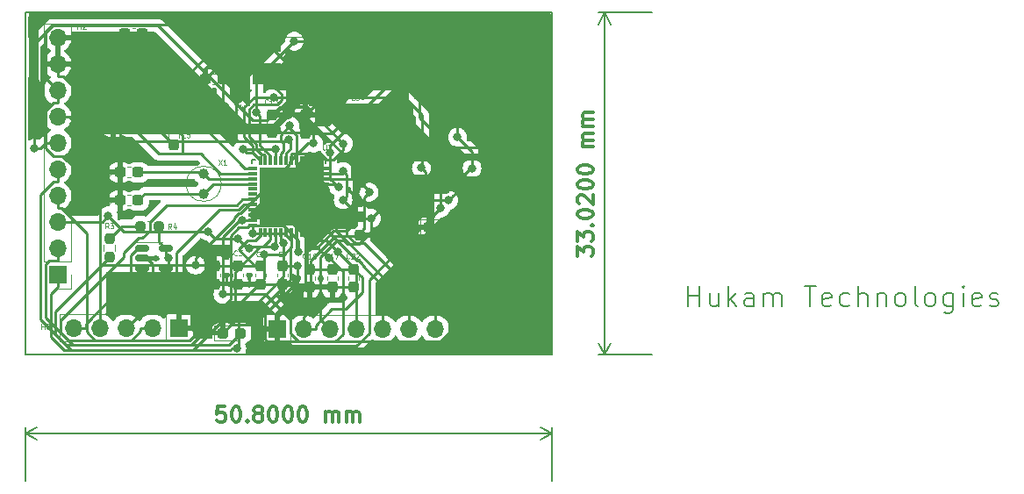
<source format=gm1>
G04 #@! TF.GenerationSoftware,KiCad,Pcbnew,7.0.6-7.0.6~ubuntu22.04.1*
G04 #@! TF.CreationDate,2023-08-06T18:49:14+05:30*
G04 #@! TF.ProjectId,Dev_board_cc2652R7,4465765f-626f-4617-9264-5f6363323635,rev?*
G04 #@! TF.SameCoordinates,Original*
G04 #@! TF.FileFunction,Profile,NP*
%FSLAX46Y46*%
G04 Gerber Fmt 4.6, Leading zero omitted, Abs format (unit mm)*
G04 Created by KiCad (PCBNEW 7.0.6-7.0.6~ubuntu22.04.1) date 2023-08-06 18:49:14*
%MOMM*%
%LPD*%
G01*
G04 APERTURE LIST*
G04 Aperture macros list*
%AMRoundRect*
0 Rectangle with rounded corners*
0 $1 Rounding radius*
0 $2 $3 $4 $5 $6 $7 $8 $9 X,Y pos of 4 corners*
0 Add a 4 corners polygon primitive as box body*
4,1,4,$2,$3,$4,$5,$6,$7,$8,$9,$2,$3,0*
0 Add four circle primitives for the rounded corners*
1,1,$1+$1,$2,$3*
1,1,$1+$1,$4,$5*
1,1,$1+$1,$6,$7*
1,1,$1+$1,$8,$9*
0 Add four rect primitives between the rounded corners*
20,1,$1+$1,$2,$3,$4,$5,0*
20,1,$1+$1,$4,$5,$6,$7,0*
20,1,$1+$1,$6,$7,$8,$9,0*
20,1,$1+$1,$8,$9,$2,$3,0*%
G04 Aperture macros list end*
%ADD10C,0.300000*%
G04 #@! TA.AperFunction,NonConductor*
%ADD11C,0.300000*%
G04 #@! TD*
G04 #@! TA.AperFunction,NonConductor*
%ADD12C,0.200000*%
G04 #@! TD*
G04 #@! TA.AperFunction,ComponentPad*
%ADD13C,1.000000*%
G04 #@! TD*
G04 #@! TA.AperFunction,ComponentPad*
%ADD14R,1.700000X1.700000*%
G04 #@! TD*
G04 #@! TA.AperFunction,ComponentPad*
%ADD15O,1.700000X1.700000*%
G04 #@! TD*
G04 #@! TA.AperFunction,SMDPad,CuDef*
%ADD16RoundRect,0.237500X0.237500X-0.300000X0.237500X0.300000X-0.237500X0.300000X-0.237500X-0.300000X0*%
G04 #@! TD*
G04 #@! TA.AperFunction,SMDPad,CuDef*
%ADD17R,0.812800X0.304800*%
G04 #@! TD*
G04 #@! TA.AperFunction,SMDPad,CuDef*
%ADD18R,0.304800X0.812800*%
G04 #@! TD*
G04 #@! TA.AperFunction,SMDPad,CuDef*
%ADD19R,5.588000X5.588000*%
G04 #@! TD*
G04 #@! TA.AperFunction,SMDPad,CuDef*
%ADD20RoundRect,0.237500X-0.237500X0.300000X-0.237500X-0.300000X0.237500X-0.300000X0.237500X0.300000X0*%
G04 #@! TD*
G04 #@! TA.AperFunction,SMDPad,CuDef*
%ADD21RoundRect,0.237500X0.250000X0.237500X-0.250000X0.237500X-0.250000X-0.237500X0.250000X-0.237500X0*%
G04 #@! TD*
G04 #@! TA.AperFunction,SMDPad,CuDef*
%ADD22RoundRect,0.237500X0.287500X0.237500X-0.287500X0.237500X-0.287500X-0.237500X0.287500X-0.237500X0*%
G04 #@! TD*
G04 #@! TA.AperFunction,SMDPad,CuDef*
%ADD23RoundRect,0.237500X0.300000X0.237500X-0.300000X0.237500X-0.300000X-0.237500X0.300000X-0.237500X0*%
G04 #@! TD*
G04 #@! TA.AperFunction,SMDPad,CuDef*
%ADD24R,2.700000X2.100000*%
G04 #@! TD*
G04 #@! TA.AperFunction,ConnectorPad*
%ADD25R,0.500000X0.500000*%
G04 #@! TD*
G04 #@! TA.AperFunction,ComponentPad*
%ADD26R,0.500000X0.900000*%
G04 #@! TD*
G04 #@! TA.AperFunction,SMDPad,CuDef*
%ADD27RoundRect,0.237500X-0.300000X-0.237500X0.300000X-0.237500X0.300000X0.237500X-0.300000X0.237500X0*%
G04 #@! TD*
G04 #@! TA.AperFunction,SMDPad,CuDef*
%ADD28RoundRect,0.237500X-0.237500X0.250000X-0.237500X-0.250000X0.237500X-0.250000X0.237500X0.250000X0*%
G04 #@! TD*
G04 #@! TA.AperFunction,SMDPad,CuDef*
%ADD29RoundRect,0.237500X-0.287500X-0.237500X0.287500X-0.237500X0.287500X0.237500X-0.287500X0.237500X0*%
G04 #@! TD*
G04 #@! TA.AperFunction,SMDPad,CuDef*
%ADD30RoundRect,0.237500X-0.250000X-0.237500X0.250000X-0.237500X0.250000X0.237500X-0.250000X0.237500X0*%
G04 #@! TD*
G04 #@! TA.AperFunction,SMDPad,CuDef*
%ADD31RoundRect,0.150000X-0.512500X-0.150000X0.512500X-0.150000X0.512500X0.150000X-0.512500X0.150000X0*%
G04 #@! TD*
G04 #@! TA.AperFunction,SMDPad,CuDef*
%ADD32RoundRect,0.237500X0.237500X-0.287500X0.237500X0.287500X-0.237500X0.287500X-0.237500X-0.287500X0*%
G04 #@! TD*
G04 #@! TA.AperFunction,SMDPad,CuDef*
%ADD33RoundRect,0.237500X-0.237500X0.287500X-0.237500X-0.287500X0.237500X-0.287500X0.237500X0.287500X0*%
G04 #@! TD*
G04 #@! TA.AperFunction,SMDPad,CuDef*
%ADD34RoundRect,0.250000X-0.350000X-0.450000X0.350000X-0.450000X0.350000X0.450000X-0.350000X0.450000X0*%
G04 #@! TD*
G04 #@! TA.AperFunction,ViaPad*
%ADD35C,0.800000*%
G04 #@! TD*
G04 #@! TA.AperFunction,Conductor*
%ADD36C,0.250000*%
G04 #@! TD*
%ADD37C,0.090000*%
%ADD38C,0.120000*%
%ADD39C,0.152400*%
%ADD40C,0.200000*%
%ADD41C,0.150000*%
G04 APERTURE END LIST*
D10*
D11*
X120857144Y-106598328D02*
X120142858Y-106598328D01*
X120142858Y-106598328D02*
X120071430Y-107312614D01*
X120071430Y-107312614D02*
X120142858Y-107241185D01*
X120142858Y-107241185D02*
X120285716Y-107169757D01*
X120285716Y-107169757D02*
X120642858Y-107169757D01*
X120642858Y-107169757D02*
X120785716Y-107241185D01*
X120785716Y-107241185D02*
X120857144Y-107312614D01*
X120857144Y-107312614D02*
X120928573Y-107455471D01*
X120928573Y-107455471D02*
X120928573Y-107812614D01*
X120928573Y-107812614D02*
X120857144Y-107955471D01*
X120857144Y-107955471D02*
X120785716Y-108026900D01*
X120785716Y-108026900D02*
X120642858Y-108098328D01*
X120642858Y-108098328D02*
X120285716Y-108098328D01*
X120285716Y-108098328D02*
X120142858Y-108026900D01*
X120142858Y-108026900D02*
X120071430Y-107955471D01*
X121857144Y-106598328D02*
X122000001Y-106598328D01*
X122000001Y-106598328D02*
X122142858Y-106669757D01*
X122142858Y-106669757D02*
X122214287Y-106741185D01*
X122214287Y-106741185D02*
X122285715Y-106884042D01*
X122285715Y-106884042D02*
X122357144Y-107169757D01*
X122357144Y-107169757D02*
X122357144Y-107526900D01*
X122357144Y-107526900D02*
X122285715Y-107812614D01*
X122285715Y-107812614D02*
X122214287Y-107955471D01*
X122214287Y-107955471D02*
X122142858Y-108026900D01*
X122142858Y-108026900D02*
X122000001Y-108098328D01*
X122000001Y-108098328D02*
X121857144Y-108098328D01*
X121857144Y-108098328D02*
X121714287Y-108026900D01*
X121714287Y-108026900D02*
X121642858Y-107955471D01*
X121642858Y-107955471D02*
X121571429Y-107812614D01*
X121571429Y-107812614D02*
X121500001Y-107526900D01*
X121500001Y-107526900D02*
X121500001Y-107169757D01*
X121500001Y-107169757D02*
X121571429Y-106884042D01*
X121571429Y-106884042D02*
X121642858Y-106741185D01*
X121642858Y-106741185D02*
X121714287Y-106669757D01*
X121714287Y-106669757D02*
X121857144Y-106598328D01*
X123000000Y-107955471D02*
X123071429Y-108026900D01*
X123071429Y-108026900D02*
X123000000Y-108098328D01*
X123000000Y-108098328D02*
X122928572Y-108026900D01*
X122928572Y-108026900D02*
X123000000Y-107955471D01*
X123000000Y-107955471D02*
X123000000Y-108098328D01*
X123928572Y-107241185D02*
X123785715Y-107169757D01*
X123785715Y-107169757D02*
X123714286Y-107098328D01*
X123714286Y-107098328D02*
X123642858Y-106955471D01*
X123642858Y-106955471D02*
X123642858Y-106884042D01*
X123642858Y-106884042D02*
X123714286Y-106741185D01*
X123714286Y-106741185D02*
X123785715Y-106669757D01*
X123785715Y-106669757D02*
X123928572Y-106598328D01*
X123928572Y-106598328D02*
X124214286Y-106598328D01*
X124214286Y-106598328D02*
X124357144Y-106669757D01*
X124357144Y-106669757D02*
X124428572Y-106741185D01*
X124428572Y-106741185D02*
X124500001Y-106884042D01*
X124500001Y-106884042D02*
X124500001Y-106955471D01*
X124500001Y-106955471D02*
X124428572Y-107098328D01*
X124428572Y-107098328D02*
X124357144Y-107169757D01*
X124357144Y-107169757D02*
X124214286Y-107241185D01*
X124214286Y-107241185D02*
X123928572Y-107241185D01*
X123928572Y-107241185D02*
X123785715Y-107312614D01*
X123785715Y-107312614D02*
X123714286Y-107384042D01*
X123714286Y-107384042D02*
X123642858Y-107526900D01*
X123642858Y-107526900D02*
X123642858Y-107812614D01*
X123642858Y-107812614D02*
X123714286Y-107955471D01*
X123714286Y-107955471D02*
X123785715Y-108026900D01*
X123785715Y-108026900D02*
X123928572Y-108098328D01*
X123928572Y-108098328D02*
X124214286Y-108098328D01*
X124214286Y-108098328D02*
X124357144Y-108026900D01*
X124357144Y-108026900D02*
X124428572Y-107955471D01*
X124428572Y-107955471D02*
X124500001Y-107812614D01*
X124500001Y-107812614D02*
X124500001Y-107526900D01*
X124500001Y-107526900D02*
X124428572Y-107384042D01*
X124428572Y-107384042D02*
X124357144Y-107312614D01*
X124357144Y-107312614D02*
X124214286Y-107241185D01*
X125428572Y-106598328D02*
X125571429Y-106598328D01*
X125571429Y-106598328D02*
X125714286Y-106669757D01*
X125714286Y-106669757D02*
X125785715Y-106741185D01*
X125785715Y-106741185D02*
X125857143Y-106884042D01*
X125857143Y-106884042D02*
X125928572Y-107169757D01*
X125928572Y-107169757D02*
X125928572Y-107526900D01*
X125928572Y-107526900D02*
X125857143Y-107812614D01*
X125857143Y-107812614D02*
X125785715Y-107955471D01*
X125785715Y-107955471D02*
X125714286Y-108026900D01*
X125714286Y-108026900D02*
X125571429Y-108098328D01*
X125571429Y-108098328D02*
X125428572Y-108098328D01*
X125428572Y-108098328D02*
X125285715Y-108026900D01*
X125285715Y-108026900D02*
X125214286Y-107955471D01*
X125214286Y-107955471D02*
X125142857Y-107812614D01*
X125142857Y-107812614D02*
X125071429Y-107526900D01*
X125071429Y-107526900D02*
X125071429Y-107169757D01*
X125071429Y-107169757D02*
X125142857Y-106884042D01*
X125142857Y-106884042D02*
X125214286Y-106741185D01*
X125214286Y-106741185D02*
X125285715Y-106669757D01*
X125285715Y-106669757D02*
X125428572Y-106598328D01*
X126857143Y-106598328D02*
X127000000Y-106598328D01*
X127000000Y-106598328D02*
X127142857Y-106669757D01*
X127142857Y-106669757D02*
X127214286Y-106741185D01*
X127214286Y-106741185D02*
X127285714Y-106884042D01*
X127285714Y-106884042D02*
X127357143Y-107169757D01*
X127357143Y-107169757D02*
X127357143Y-107526900D01*
X127357143Y-107526900D02*
X127285714Y-107812614D01*
X127285714Y-107812614D02*
X127214286Y-107955471D01*
X127214286Y-107955471D02*
X127142857Y-108026900D01*
X127142857Y-108026900D02*
X127000000Y-108098328D01*
X127000000Y-108098328D02*
X126857143Y-108098328D01*
X126857143Y-108098328D02*
X126714286Y-108026900D01*
X126714286Y-108026900D02*
X126642857Y-107955471D01*
X126642857Y-107955471D02*
X126571428Y-107812614D01*
X126571428Y-107812614D02*
X126500000Y-107526900D01*
X126500000Y-107526900D02*
X126500000Y-107169757D01*
X126500000Y-107169757D02*
X126571428Y-106884042D01*
X126571428Y-106884042D02*
X126642857Y-106741185D01*
X126642857Y-106741185D02*
X126714286Y-106669757D01*
X126714286Y-106669757D02*
X126857143Y-106598328D01*
X128285714Y-106598328D02*
X128428571Y-106598328D01*
X128428571Y-106598328D02*
X128571428Y-106669757D01*
X128571428Y-106669757D02*
X128642857Y-106741185D01*
X128642857Y-106741185D02*
X128714285Y-106884042D01*
X128714285Y-106884042D02*
X128785714Y-107169757D01*
X128785714Y-107169757D02*
X128785714Y-107526900D01*
X128785714Y-107526900D02*
X128714285Y-107812614D01*
X128714285Y-107812614D02*
X128642857Y-107955471D01*
X128642857Y-107955471D02*
X128571428Y-108026900D01*
X128571428Y-108026900D02*
X128428571Y-108098328D01*
X128428571Y-108098328D02*
X128285714Y-108098328D01*
X128285714Y-108098328D02*
X128142857Y-108026900D01*
X128142857Y-108026900D02*
X128071428Y-107955471D01*
X128071428Y-107955471D02*
X127999999Y-107812614D01*
X127999999Y-107812614D02*
X127928571Y-107526900D01*
X127928571Y-107526900D02*
X127928571Y-107169757D01*
X127928571Y-107169757D02*
X127999999Y-106884042D01*
X127999999Y-106884042D02*
X128071428Y-106741185D01*
X128071428Y-106741185D02*
X128142857Y-106669757D01*
X128142857Y-106669757D02*
X128285714Y-106598328D01*
X130571427Y-108098328D02*
X130571427Y-107098328D01*
X130571427Y-107241185D02*
X130642856Y-107169757D01*
X130642856Y-107169757D02*
X130785713Y-107098328D01*
X130785713Y-107098328D02*
X130999999Y-107098328D01*
X130999999Y-107098328D02*
X131142856Y-107169757D01*
X131142856Y-107169757D02*
X131214285Y-107312614D01*
X131214285Y-107312614D02*
X131214285Y-108098328D01*
X131214285Y-107312614D02*
X131285713Y-107169757D01*
X131285713Y-107169757D02*
X131428570Y-107098328D01*
X131428570Y-107098328D02*
X131642856Y-107098328D01*
X131642856Y-107098328D02*
X131785713Y-107169757D01*
X131785713Y-107169757D02*
X131857142Y-107312614D01*
X131857142Y-107312614D02*
X131857142Y-108098328D01*
X132571427Y-108098328D02*
X132571427Y-107098328D01*
X132571427Y-107241185D02*
X132642856Y-107169757D01*
X132642856Y-107169757D02*
X132785713Y-107098328D01*
X132785713Y-107098328D02*
X132999999Y-107098328D01*
X132999999Y-107098328D02*
X133142856Y-107169757D01*
X133142856Y-107169757D02*
X133214285Y-107312614D01*
X133214285Y-107312614D02*
X133214285Y-108098328D01*
X133214285Y-107312614D02*
X133285713Y-107169757D01*
X133285713Y-107169757D02*
X133428570Y-107098328D01*
X133428570Y-107098328D02*
X133642856Y-107098328D01*
X133642856Y-107098328D02*
X133785713Y-107169757D01*
X133785713Y-107169757D02*
X133857142Y-107312614D01*
X133857142Y-107312614D02*
X133857142Y-108098328D01*
D12*
X101600000Y-113800000D02*
X101600000Y-108633580D01*
X152400000Y-113800000D02*
X152400000Y-108633580D01*
X101600000Y-109220000D02*
X152400000Y-109220000D01*
X101600000Y-109220000D02*
X152400000Y-109220000D01*
X101600000Y-109220000D02*
X102726504Y-108633579D01*
X101600000Y-109220000D02*
X102726504Y-109806421D01*
X152400000Y-109220000D02*
X151273496Y-109806421D01*
X152400000Y-109220000D02*
X151273496Y-108633579D01*
D10*
D11*
X154858328Y-92089998D02*
X154858328Y-91161426D01*
X154858328Y-91161426D02*
X155429757Y-91661426D01*
X155429757Y-91661426D02*
X155429757Y-91447141D01*
X155429757Y-91447141D02*
X155501185Y-91304284D01*
X155501185Y-91304284D02*
X155572614Y-91232855D01*
X155572614Y-91232855D02*
X155715471Y-91161426D01*
X155715471Y-91161426D02*
X156072614Y-91161426D01*
X156072614Y-91161426D02*
X156215471Y-91232855D01*
X156215471Y-91232855D02*
X156286900Y-91304284D01*
X156286900Y-91304284D02*
X156358328Y-91447141D01*
X156358328Y-91447141D02*
X156358328Y-91875712D01*
X156358328Y-91875712D02*
X156286900Y-92018569D01*
X156286900Y-92018569D02*
X156215471Y-92089998D01*
X154858328Y-90661427D02*
X154858328Y-89732855D01*
X154858328Y-89732855D02*
X155429757Y-90232855D01*
X155429757Y-90232855D02*
X155429757Y-90018570D01*
X155429757Y-90018570D02*
X155501185Y-89875713D01*
X155501185Y-89875713D02*
X155572614Y-89804284D01*
X155572614Y-89804284D02*
X155715471Y-89732855D01*
X155715471Y-89732855D02*
X156072614Y-89732855D01*
X156072614Y-89732855D02*
X156215471Y-89804284D01*
X156215471Y-89804284D02*
X156286900Y-89875713D01*
X156286900Y-89875713D02*
X156358328Y-90018570D01*
X156358328Y-90018570D02*
X156358328Y-90447141D01*
X156358328Y-90447141D02*
X156286900Y-90589998D01*
X156286900Y-90589998D02*
X156215471Y-90661427D01*
X156215471Y-89089999D02*
X156286900Y-89018570D01*
X156286900Y-89018570D02*
X156358328Y-89089999D01*
X156358328Y-89089999D02*
X156286900Y-89161427D01*
X156286900Y-89161427D02*
X156215471Y-89089999D01*
X156215471Y-89089999D02*
X156358328Y-89089999D01*
X154858328Y-88089998D02*
X154858328Y-87947141D01*
X154858328Y-87947141D02*
X154929757Y-87804284D01*
X154929757Y-87804284D02*
X155001185Y-87732856D01*
X155001185Y-87732856D02*
X155144042Y-87661427D01*
X155144042Y-87661427D02*
X155429757Y-87589998D01*
X155429757Y-87589998D02*
X155786900Y-87589998D01*
X155786900Y-87589998D02*
X156072614Y-87661427D01*
X156072614Y-87661427D02*
X156215471Y-87732856D01*
X156215471Y-87732856D02*
X156286900Y-87804284D01*
X156286900Y-87804284D02*
X156358328Y-87947141D01*
X156358328Y-87947141D02*
X156358328Y-88089998D01*
X156358328Y-88089998D02*
X156286900Y-88232856D01*
X156286900Y-88232856D02*
X156215471Y-88304284D01*
X156215471Y-88304284D02*
X156072614Y-88375713D01*
X156072614Y-88375713D02*
X155786900Y-88447141D01*
X155786900Y-88447141D02*
X155429757Y-88447141D01*
X155429757Y-88447141D02*
X155144042Y-88375713D01*
X155144042Y-88375713D02*
X155001185Y-88304284D01*
X155001185Y-88304284D02*
X154929757Y-88232856D01*
X154929757Y-88232856D02*
X154858328Y-88089998D01*
X155001185Y-87018570D02*
X154929757Y-86947142D01*
X154929757Y-86947142D02*
X154858328Y-86804285D01*
X154858328Y-86804285D02*
X154858328Y-86447142D01*
X154858328Y-86447142D02*
X154929757Y-86304285D01*
X154929757Y-86304285D02*
X155001185Y-86232856D01*
X155001185Y-86232856D02*
X155144042Y-86161427D01*
X155144042Y-86161427D02*
X155286900Y-86161427D01*
X155286900Y-86161427D02*
X155501185Y-86232856D01*
X155501185Y-86232856D02*
X156358328Y-87089999D01*
X156358328Y-87089999D02*
X156358328Y-86161427D01*
X154858328Y-85232856D02*
X154858328Y-85089999D01*
X154858328Y-85089999D02*
X154929757Y-84947142D01*
X154929757Y-84947142D02*
X155001185Y-84875714D01*
X155001185Y-84875714D02*
X155144042Y-84804285D01*
X155144042Y-84804285D02*
X155429757Y-84732856D01*
X155429757Y-84732856D02*
X155786900Y-84732856D01*
X155786900Y-84732856D02*
X156072614Y-84804285D01*
X156072614Y-84804285D02*
X156215471Y-84875714D01*
X156215471Y-84875714D02*
X156286900Y-84947142D01*
X156286900Y-84947142D02*
X156358328Y-85089999D01*
X156358328Y-85089999D02*
X156358328Y-85232856D01*
X156358328Y-85232856D02*
X156286900Y-85375714D01*
X156286900Y-85375714D02*
X156215471Y-85447142D01*
X156215471Y-85447142D02*
X156072614Y-85518571D01*
X156072614Y-85518571D02*
X155786900Y-85589999D01*
X155786900Y-85589999D02*
X155429757Y-85589999D01*
X155429757Y-85589999D02*
X155144042Y-85518571D01*
X155144042Y-85518571D02*
X155001185Y-85447142D01*
X155001185Y-85447142D02*
X154929757Y-85375714D01*
X154929757Y-85375714D02*
X154858328Y-85232856D01*
X154858328Y-83804285D02*
X154858328Y-83661428D01*
X154858328Y-83661428D02*
X154929757Y-83518571D01*
X154929757Y-83518571D02*
X155001185Y-83447143D01*
X155001185Y-83447143D02*
X155144042Y-83375714D01*
X155144042Y-83375714D02*
X155429757Y-83304285D01*
X155429757Y-83304285D02*
X155786900Y-83304285D01*
X155786900Y-83304285D02*
X156072614Y-83375714D01*
X156072614Y-83375714D02*
X156215471Y-83447143D01*
X156215471Y-83447143D02*
X156286900Y-83518571D01*
X156286900Y-83518571D02*
X156358328Y-83661428D01*
X156358328Y-83661428D02*
X156358328Y-83804285D01*
X156358328Y-83804285D02*
X156286900Y-83947143D01*
X156286900Y-83947143D02*
X156215471Y-84018571D01*
X156215471Y-84018571D02*
X156072614Y-84090000D01*
X156072614Y-84090000D02*
X155786900Y-84161428D01*
X155786900Y-84161428D02*
X155429757Y-84161428D01*
X155429757Y-84161428D02*
X155144042Y-84090000D01*
X155144042Y-84090000D02*
X155001185Y-84018571D01*
X155001185Y-84018571D02*
X154929757Y-83947143D01*
X154929757Y-83947143D02*
X154858328Y-83804285D01*
X156358328Y-81518572D02*
X155358328Y-81518572D01*
X155501185Y-81518572D02*
X155429757Y-81447143D01*
X155429757Y-81447143D02*
X155358328Y-81304286D01*
X155358328Y-81304286D02*
X155358328Y-81090000D01*
X155358328Y-81090000D02*
X155429757Y-80947143D01*
X155429757Y-80947143D02*
X155572614Y-80875715D01*
X155572614Y-80875715D02*
X156358328Y-80875715D01*
X155572614Y-80875715D02*
X155429757Y-80804286D01*
X155429757Y-80804286D02*
X155358328Y-80661429D01*
X155358328Y-80661429D02*
X155358328Y-80447143D01*
X155358328Y-80447143D02*
X155429757Y-80304286D01*
X155429757Y-80304286D02*
X155572614Y-80232857D01*
X155572614Y-80232857D02*
X156358328Y-80232857D01*
X156358328Y-79518572D02*
X155358328Y-79518572D01*
X155501185Y-79518572D02*
X155429757Y-79447143D01*
X155429757Y-79447143D02*
X155358328Y-79304286D01*
X155358328Y-79304286D02*
X155358328Y-79090000D01*
X155358328Y-79090000D02*
X155429757Y-78947143D01*
X155429757Y-78947143D02*
X155572614Y-78875715D01*
X155572614Y-78875715D02*
X156358328Y-78875715D01*
X155572614Y-78875715D02*
X155429757Y-78804286D01*
X155429757Y-78804286D02*
X155358328Y-78661429D01*
X155358328Y-78661429D02*
X155358328Y-78447143D01*
X155358328Y-78447143D02*
X155429757Y-78304286D01*
X155429757Y-78304286D02*
X155572614Y-78232857D01*
X155572614Y-78232857D02*
X156358328Y-78232857D01*
D12*
X162060000Y-101600000D02*
X156893580Y-101600000D01*
X162060000Y-68580000D02*
X156893580Y-68580000D01*
X157480000Y-101600000D02*
X157480000Y-68580000D01*
X157480000Y-101600000D02*
X157480000Y-68580000D01*
X157480000Y-101600000D02*
X156893579Y-100473496D01*
X157480000Y-101600000D02*
X158066421Y-100473496D01*
X157480000Y-68580000D02*
X158066421Y-69706504D01*
X157480000Y-68580000D02*
X156893579Y-69706504D01*
G04 #@! TA.AperFunction,EtchedComponent*
G04 #@! TO.C,U1*
G36*
X151625000Y-72100000D02*
G01*
X148985000Y-72100000D01*
X148985000Y-74100000D01*
X151625000Y-74100000D01*
X151625000Y-76800000D01*
X148985000Y-76800000D01*
X148985000Y-78800000D01*
X151625000Y-78800000D01*
X151625000Y-83800000D01*
X146468215Y-83800000D01*
X146225000Y-83800000D01*
X146225000Y-83375156D01*
X146328957Y-83375156D01*
X146341065Y-83417819D01*
X146345419Y-83425731D01*
X146378203Y-83463674D01*
X146420605Y-83487742D01*
X146468215Y-83497583D01*
X146516622Y-83492847D01*
X146561416Y-83473185D01*
X146598186Y-83438245D01*
X146615092Y-83405353D01*
X146622982Y-83357267D01*
X146616408Y-83307682D01*
X146596313Y-83262372D01*
X146563643Y-83227112D01*
X146531417Y-83210218D01*
X146483158Y-83201778D01*
X146433632Y-83208309D01*
X146388447Y-83228868D01*
X146353213Y-83262511D01*
X146342600Y-83281122D01*
X146329700Y-83326637D01*
X146328957Y-83375156D01*
X146225000Y-83375156D01*
X146225000Y-82900000D01*
X151125000Y-82900000D01*
X151125000Y-81500000D01*
X146225000Y-81500000D01*
X146225000Y-81000000D01*
X151125000Y-81000000D01*
X151125000Y-79300000D01*
X148485000Y-79300000D01*
X148485000Y-76300000D01*
X151125000Y-76300000D01*
X151125000Y-74600000D01*
X148485000Y-74600000D01*
X148485000Y-71600000D01*
X151125000Y-71600000D01*
X151125000Y-69900000D01*
X147185000Y-69900000D01*
X147185000Y-69400000D01*
X151625000Y-69400000D01*
X151625000Y-72100000D01*
G37*
G04 #@! TD.AperFunction*
G04 #@! TD*
D13*
G04 #@! TO.P,X1,1,1*
G04 #@! TO.N,X_32K_2*
X118800000Y-86050000D03*
G04 #@! TO.P,X1,2,2*
G04 #@! TO.N,X_32K_1*
X118800000Y-84150000D03*
G04 #@! TD*
D14*
G04 #@! TO.P,H3,1,Pin_1*
G04 #@! TO.N,GNDREF*
X116400000Y-99000000D03*
D15*
G04 #@! TO.P,H3,2,Pin_2*
G04 #@! TO.N,UART_Rx*
X113860000Y-99000000D03*
G04 #@! TO.P,H3,3,Pin_3*
G04 #@! TO.N,UART_Tx*
X111320000Y-99000000D03*
G04 #@! TO.P,H3,4,Pin_4*
G04 #@! TO.N,+3V3*
X108780000Y-99000000D03*
G04 #@! TO.P,H3,5,Pin_5*
G04 #@! TO.N,+5V*
X106240000Y-99000000D03*
G04 #@! TD*
D14*
G04 #@! TO.P,H1,1,Pin_1*
G04 #@! TO.N,GNDREF*
X125880000Y-99100000D03*
D15*
G04 #@! TO.P,H1,2,Pin_2*
G04 #@! TO.N,+3V3*
X128420000Y-99100000D03*
G04 #@! TO.P,H1,3,Pin_3*
G04 #@! TO.N,Reset*
X130960000Y-99100000D03*
G04 #@! TO.P,H1,4,Pin_4*
G04 #@! TO.N,JTAG_TMSC*
X133500000Y-99100000D03*
G04 #@! TO.P,H1,5,Pin_5*
G04 #@! TO.N,JTAG_TCKC*
X136040000Y-99100000D03*
G04 #@! TO.P,H1,6,Pin_6*
G04 #@! TO.N,TDO*
X138580000Y-99100000D03*
G04 #@! TO.P,H1,7,Pin_7*
G04 #@! TO.N,TDI*
X141120000Y-99100000D03*
G04 #@! TD*
D14*
G04 #@! TO.P,H2,1,Pin_1*
G04 #@! TO.N,/Pin_11*
X104700000Y-93860000D03*
D15*
G04 #@! TO.P,H2,2,Pin_2*
G04 #@! TO.N,/Pin_10*
X104700000Y-91320000D03*
G04 #@! TO.P,H2,3,Pin_3*
G04 #@! TO.N,/Pin_9*
X104700000Y-88780000D03*
G04 #@! TO.P,H2,4,Pin_4*
G04 #@! TO.N,/Btn_2*
X104700000Y-86240000D03*
G04 #@! TO.P,H2,5,Pin_5*
G04 #@! TO.N,/Btn_1*
X104700000Y-83700000D03*
G04 #@! TO.P,H2,6,Pin_6*
G04 #@! TO.N,/An_2*
X104700000Y-81160000D03*
G04 #@! TO.P,H2,7,Pin_7*
G04 #@! TO.N,/An_1*
X104700000Y-78620000D03*
G04 #@! TO.P,H2,8,Pin_8*
G04 #@! TO.N,+3V3*
X104700000Y-76080000D03*
G04 #@! TO.P,H2,9,Pin_9*
G04 #@! TO.N,GNDREF*
X104700000Y-73540000D03*
G04 #@! TO.P,H2,10,Pin_10*
X104700000Y-71000000D03*
G04 #@! TD*
D16*
G04 #@! TO.P,C19,1*
G04 #@! TO.N,+3V3*
X133937500Y-85000000D03*
G04 #@! TO.P,C19,2*
G04 #@! TO.N,GNDREF*
X133937500Y-83275000D03*
G04 #@! TD*
D17*
G04 #@! TO.P,U2,1,RF_P*
G04 #@! TO.N,Net-(U2-RF_P)*
X123520200Y-83616800D03*
G04 #@! TO.P,U2,2,RF_N*
G04 #@! TO.N,Net-(U2-RF_N)*
X123520200Y-84099400D03*
G04 #@! TO.P,U2,3,X_32K_Q1*
G04 #@! TO.N,X_32K_1*
X123520200Y-84607400D03*
G04 #@! TO.P,U2,4,X32K_Q2*
G04 #@! TO.N,X_32K_2*
X123520200Y-85115400D03*
G04 #@! TO.P,U2,5,DIO_0*
G04 #@! TO.N,unconnected-(U2-DIO_0-Pad5)*
X123520200Y-85598000D03*
G04 #@! TO.P,U2,6,DIO_1*
G04 #@! TO.N,unconnected-(U2-DIO_1-Pad6)*
X123520200Y-86106000D03*
G04 #@! TO.P,U2,7,DIO_2*
G04 #@! TO.N,UART_Rx*
X123520200Y-86614000D03*
G04 #@! TO.P,U2,8,DIO_3*
G04 #@! TO.N,UART_Tx*
X123520200Y-87122000D03*
G04 #@! TO.P,U2,9,DIO_4*
G04 #@! TO.N,unconnected-(U2-DIO_4-Pad9)*
X123520200Y-87604600D03*
G04 #@! TO.P,U2,10,DIO_5*
G04 #@! TO.N,unconnected-(U2-DIO_5-Pad10)*
X123520200Y-88112600D03*
G04 #@! TO.P,U2,11,DIO_6*
G04 #@! TO.N,/LED_1*
X123520200Y-88620600D03*
G04 #@! TO.P,U2,12,DIO_7*
G04 #@! TO.N,/LED_2*
X123520200Y-89103200D03*
D18*
G04 #@! TO.P,U2,13,VDDS2*
G04 #@! TO.N,+3V3*
X124256800Y-89839800D03*
G04 #@! TO.P,U2,14,DIO_8*
G04 #@! TO.N,unconnected-(U2-DIO_8-Pad14)*
X124739400Y-89839800D03*
G04 #@! TO.P,U2,15,DIO_9*
G04 #@! TO.N,/Pin_9*
X125247400Y-89839800D03*
G04 #@! TO.P,U2,16,DIO_10*
G04 #@! TO.N,/Pin_10*
X125755400Y-89839800D03*
G04 #@! TO.P,U2,17,DIO_11*
G04 #@! TO.N,/Pin_11*
X126238000Y-89839800D03*
G04 #@! TO.P,U2,18,DIO_12*
G04 #@! TO.N,unconnected-(U2-DIO_12-Pad18)*
X126746000Y-89839800D03*
G04 #@! TO.P,U2,19,DIO_13*
G04 #@! TO.N,/Btn_1*
X127254000Y-89839800D03*
G04 #@! TO.P,U2,20,DIO_14*
G04 #@! TO.N,/Btn_2*
X127762000Y-89839800D03*
G04 #@! TO.P,U2,21,DIO_15*
G04 #@! TO.N,unconnected-(U2-DIO_15-Pad21)*
X128244600Y-89839800D03*
G04 #@! TO.P,U2,22,VDDS3*
G04 #@! TO.N,+3V3*
X128752600Y-89839800D03*
G04 #@! TO.P,U2,23,DCOUPL*
G04 #@! TO.N,Net-(U2-DCOUPL)*
X129260600Y-89839800D03*
G04 #@! TO.P,U2,24,JTAG_TMSC*
G04 #@! TO.N,JTAG_TMSC*
X129743200Y-89839800D03*
D17*
G04 #@! TO.P,U2,25,JTAG_TCKC*
G04 #@! TO.N,JTAG_TCKC*
X130479800Y-89103200D03*
G04 #@! TO.P,U2,26,DIO_16*
G04 #@! TO.N,TDO*
X130479800Y-88620600D03*
G04 #@! TO.P,U2,27,DIO_17*
G04 #@! TO.N,TDI*
X130479800Y-88112600D03*
G04 #@! TO.P,U2,28,DIO_18*
G04 #@! TO.N,unconnected-(U2-DIO_18-Pad28)*
X130479800Y-87604600D03*
G04 #@! TO.P,U2,29,DIO_19*
G04 #@! TO.N,unconnected-(U2-DIO_19-Pad29)*
X130479800Y-87122000D03*
G04 #@! TO.P,U2,30,DIO_20*
G04 #@! TO.N,unconnected-(U2-DIO_20-Pad30)*
X130479800Y-86614000D03*
G04 #@! TO.P,U2,31,DIO_21*
G04 #@! TO.N,unconnected-(U2-DIO_21-Pad31)*
X130479800Y-86106000D03*
G04 #@! TO.P,U2,32,DIO_22*
G04 #@! TO.N,unconnected-(U2-DIO_22-Pad32)*
X130479800Y-85598000D03*
G04 #@! TO.P,U2,33,DCDC_SW*
G04 #@! TO.N,VDDS_DCDC*
X130479800Y-85115400D03*
G04 #@! TO.P,U2,34,VDDS_DCDC*
G04 #@! TO.N,+3V3*
X130479800Y-84607400D03*
G04 #@! TO.P,U2,35,RESET_N*
G04 #@! TO.N,Reset*
X130479800Y-84099400D03*
G04 #@! TO.P,U2,36,DIO_23*
G04 #@! TO.N,unconnected-(U2-DIO_23-Pad36)*
X130479800Y-83616800D03*
D18*
G04 #@! TO.P,U2,37,DIO_24*
G04 #@! TO.N,unconnected-(U2-DIO_24-Pad37)*
X129743200Y-82880200D03*
G04 #@! TO.P,U2,38,DIO_25*
G04 #@! TO.N,unconnected-(U2-DIO_25-Pad38)*
X129260600Y-82880200D03*
G04 #@! TO.P,U2,39,DIO_26*
G04 #@! TO.N,unconnected-(U2-DIO_26-Pad39)*
X128752600Y-82880200D03*
G04 #@! TO.P,U2,40,DIO_27*
G04 #@! TO.N,unconnected-(U2-DIO_27-Pad40)*
X128244600Y-82880200D03*
G04 #@! TO.P,U2,41,DIO_28*
G04 #@! TO.N,unconnected-(U2-DIO_28-Pad41)*
X127762000Y-82880200D03*
G04 #@! TO.P,U2,42,DIO_29*
G04 #@! TO.N,/An_2*
X127254000Y-82880200D03*
G04 #@! TO.P,U2,43,DIO_30*
G04 #@! TO.N,/An_1*
X126746000Y-82880200D03*
G04 #@! TO.P,U2,44,VDDS*
G04 #@! TO.N,+3V3*
X126238000Y-82880200D03*
G04 #@! TO.P,U2,45,VDDR*
G04 #@! TO.N,VDDR*
X125755400Y-82880200D03*
G04 #@! TO.P,U2,46,X_48M_N*
G04 #@! TO.N,X_48M_1*
X125247400Y-82880200D03*
G04 #@! TO.P,U2,47,X_48M_P*
G04 #@! TO.N,X_48M_2*
X124739400Y-82880200D03*
G04 #@! TO.P,U2,48,VDDR_RF*
G04 #@! TO.N,VDDR*
X124256800Y-82880200D03*
D19*
G04 #@! TO.P,U2,49,EP*
G04 #@! TO.N,GNDREF*
X127000000Y-86360000D03*
G04 #@! TD*
D20*
G04 #@! TO.P,C20,1*
G04 #@! TO.N,Reset*
X133900000Y-88300000D03*
G04 #@! TO.P,C20,2*
G04 #@! TO.N,GNDREF*
X133900000Y-90025000D03*
G04 #@! TD*
D21*
G04 #@! TO.P,R4,1*
G04 #@! TO.N,+3V3*
X114512500Y-89200000D03*
G04 #@! TO.P,R4,2*
G04 #@! TO.N,Net-(R3-Pad1)*
X112687500Y-89200000D03*
G04 #@! TD*
D16*
G04 #@! TO.P,C13,1*
G04 #@! TO.N,+3V3*
X125400000Y-80162500D03*
G04 #@! TO.P,C13,2*
G04 #@! TO.N,GNDREF*
X125400000Y-78437500D03*
G04 #@! TD*
D20*
G04 #@! TO.P,C4,1*
G04 #@! TO.N,+3V3*
X124300000Y-93037500D03*
G04 #@! TO.P,C4,2*
G04 #@! TO.N,GNDREF*
X124300000Y-94762500D03*
G04 #@! TD*
G04 #@! TO.P,C3,1*
G04 #@! TO.N,+3V3*
X122100000Y-93037500D03*
G04 #@! TO.P,C3,2*
G04 #@! TO.N,GNDREF*
X122100000Y-94762500D03*
G04 #@! TD*
D22*
G04 #@! TO.P,L4,2,2*
G04 #@! TO.N,Net-(U2-RF_P)*
X119025000Y-77800000D03*
G04 #@! TO.P,L4,1,1*
G04 #@! TO.N,Net-(C8-Pad2)*
X120775000Y-77800000D03*
G04 #@! TD*
D20*
G04 #@! TO.P,C2,1*
G04 #@! TO.N,+3V3*
X119900000Y-93037500D03*
G04 #@! TO.P,C2,2*
G04 #@! TO.N,GNDREF*
X119900000Y-94762500D03*
G04 #@! TD*
D23*
G04 #@! TO.P,C5,1*
G04 #@! TO.N,X_32K_2*
X112462500Y-86700000D03*
G04 #@! TO.P,C5,2*
G04 #@! TO.N,GNDREF*
X110737500Y-86700000D03*
G04 #@! TD*
G04 #@! TO.P,C10,1*
G04 #@! TO.N,Net-(C10-Pad1)*
X112900000Y-70600000D03*
G04 #@! TO.P,C10,2*
G04 #@! TO.N,GNDREF*
X111175000Y-70600000D03*
G04 #@! TD*
D24*
G04 #@! TO.P,X2,1,1*
G04 #@! TO.N,X_48M_1*
X130150000Y-71350000D03*
G04 #@! TO.P,X2,2,2*
G04 #@! TO.N,GNDREF*
X124850000Y-71350000D03*
G04 #@! TO.P,X2,3,3*
G04 #@! TO.N,X_48M_2*
X124850000Y-74450000D03*
G04 #@! TO.P,X2,4,4*
G04 #@! TO.N,GNDREF*
X130150000Y-74450000D03*
G04 #@! TD*
D25*
G04 #@! TO.P,U1,1*
G04 #@! TO.N,Net-(C12-Pad1)*
X146475000Y-81250000D03*
D26*
G04 #@! TO.P,U1,2*
G04 #@! TO.N,GNDREF*
X146475000Y-83350000D03*
G04 #@! TD*
D27*
G04 #@! TO.P,C8,1*
G04 #@! TO.N,GNDREF*
X118937500Y-75000000D03*
G04 #@! TO.P,C8,2*
G04 #@! TO.N,Net-(C8-Pad2)*
X120662500Y-75000000D03*
G04 #@! TD*
D16*
G04 #@! TO.P,C15,1*
G04 #@! TO.N,VDDR*
X138400000Y-85000000D03*
G04 #@! TO.P,C15,2*
G04 #@! TO.N,GNDREF*
X138400000Y-83275000D03*
G04 #@! TD*
D20*
G04 #@! TO.P,C16,1*
G04 #@! TO.N,+3V3*
X129000000Y-93337500D03*
G04 #@! TO.P,C16,2*
G04 #@! TO.N,GNDREF*
X129000000Y-95062500D03*
G04 #@! TD*
D28*
G04 #@! TO.P,R3,1*
G04 #@! TO.N,Net-(R3-Pad1)*
X109700000Y-90375000D03*
G04 #@! TO.P,R3,2*
G04 #@! TO.N,Net-(PWR1-A)*
X109700000Y-92200000D03*
G04 #@! TD*
D29*
G04 #@! TO.P,D2,1,K*
G04 #@! TO.N,GNDREF*
X140525000Y-89300000D03*
G04 #@! TO.P,D2,2,A*
G04 #@! TO.N,Net-(D2-A)*
X142275000Y-89300000D03*
G04 #@! TD*
D23*
G04 #@! TO.P,C9,1*
G04 #@! TO.N,Net-(U2-RF_N)*
X111825000Y-79600000D03*
G04 #@! TO.P,C9,2*
G04 #@! TO.N,GNDREF*
X110100000Y-79600000D03*
G04 #@! TD*
G04 #@! TO.P,C6,1*
G04 #@! TO.N,X_32K_1*
X112462500Y-84000000D03*
G04 #@! TO.P,C6,2*
G04 #@! TO.N,GNDREF*
X110737500Y-84000000D03*
G04 #@! TD*
D30*
G04 #@! TO.P,R5,1*
G04 #@! TO.N,/LED_2*
X142087500Y-85600000D03*
G04 #@! TO.P,R5,2*
G04 #@! TO.N,Net-(D2-A)*
X143912500Y-85600000D03*
G04 #@! TD*
D27*
G04 #@! TO.P,C11,1*
G04 #@! TO.N,Net-(C11-Pad1)*
X139537500Y-71000000D03*
G04 #@! TO.P,C11,2*
G04 #@! TO.N,Net-(C11-Pad2)*
X141262500Y-71000000D03*
G04 #@! TD*
D16*
G04 #@! TO.P,C7,1*
G04 #@! TO.N,GNDREF*
X126400000Y-94762500D03*
G04 #@! TO.P,C7,2*
G04 #@! TO.N,Net-(U2-DCOUPL)*
X126400000Y-93037500D03*
G04 #@! TD*
D27*
G04 #@! TO.P,C12,1*
G04 #@! TO.N,Net-(C12-Pad1)*
X139637500Y-76500000D03*
G04 #@! TO.P,C12,2*
G04 #@! TO.N,Net-(C11-Pad1)*
X141362500Y-76500000D03*
G04 #@! TD*
D29*
G04 #@! TO.P,PWR,1,K*
G04 #@! TO.N,GNDREF*
X120625000Y-99500000D03*
G04 #@! TO.P,PWR,2,A*
G04 #@! TO.N,Net-(PWR1-A)*
X122375000Y-99500000D03*
G04 #@! TD*
D31*
G04 #@! TO.P,U4,1,VIN*
G04 #@! TO.N,+5V*
X112862500Y-91350000D03*
G04 #@! TO.P,U4,2,GND*
G04 #@! TO.N,GNDREF*
X112862500Y-92300000D03*
G04 #@! TO.P,U4,3,EN*
G04 #@! TO.N,+5V*
X112862500Y-93250000D03*
G04 #@! TO.P,U4,4,NC*
G04 #@! TO.N,unconnected-(U4-NC-Pad4)*
X115137500Y-93250000D03*
G04 #@! TO.P,U4,5,VOUT*
G04 #@! TO.N,+3V3*
X115137500Y-91350000D03*
G04 #@! TD*
D30*
G04 #@! TO.P,R2,1*
G04 #@! TO.N,+3V3*
X139487500Y-73700000D03*
G04 #@! TO.P,R2,2*
G04 #@! TO.N,Reset*
X141312500Y-73700000D03*
G04 #@! TD*
D16*
G04 #@! TO.P,C1,1*
G04 #@! TO.N,Net-(C1-Pad1)*
X110200000Y-76200000D03*
G04 #@! TO.P,C1,2*
G04 #@! TO.N,Net-(U2-RF_P)*
X110200000Y-74475000D03*
G04 #@! TD*
D32*
G04 #@! TO.P,L6,1,1*
G04 #@! TO.N,Net-(C1-Pad1)*
X113000000Y-76275000D03*
G04 #@! TO.P,L6,2,2*
G04 #@! TO.N,Net-(C10-Pad1)*
X113000000Y-74525000D03*
G04 #@! TD*
D33*
G04 #@! TO.P,L5,1,1*
G04 #@! TO.N,Net-(U2-RF_N)*
X115900000Y-79600000D03*
G04 #@! TO.P,L5,2,2*
G04 #@! TO.N,Net-(C1-Pad1)*
X115900000Y-81350000D03*
G04 #@! TD*
G04 #@! TO.P,L7,1,1*
G04 #@! TO.N,Net-(C10-Pad1)*
X115600000Y-74525000D03*
G04 #@! TO.P,L7,2,2*
G04 #@! TO.N,Net-(C11-Pad2)*
X115600000Y-76275000D03*
G04 #@! TD*
D34*
G04 #@! TO.P,FB1,1*
G04 #@! TO.N,+3V3*
X117200000Y-70200000D03*
G04 #@! TO.P,FB1,2*
X119200000Y-70200000D03*
G04 #@! TD*
D16*
G04 #@! TO.P,C18,1*
G04 #@! TO.N,+3V3*
X128600000Y-80200000D03*
G04 #@! TO.P,C18,2*
G04 #@! TO.N,GNDREF*
X128600000Y-78475000D03*
G04 #@! TD*
D30*
G04 #@! TO.P,R1,1*
G04 #@! TO.N,/LED_1*
X142587500Y-95000000D03*
G04 #@! TO.P,R1,2*
G04 #@! TO.N,Net-(D1-A)*
X144412500Y-95000000D03*
G04 #@! TD*
D16*
G04 #@! TO.P,C14,1*
G04 #@! TO.N,VDDR*
X136300000Y-85000000D03*
G04 #@! TO.P,C14,2*
G04 #@! TO.N,GNDREF*
X136300000Y-83275000D03*
G04 #@! TD*
D29*
G04 #@! TO.P,D1,1,K*
G04 #@! TO.N,GNDREF*
X140525000Y-92400000D03*
G04 #@! TO.P,D1,2,A*
G04 #@! TO.N,Net-(D1-A)*
X142275000Y-92400000D03*
G04 #@! TD*
D20*
G04 #@! TO.P,C17,1*
G04 #@! TO.N,+3V3*
X131200000Y-93337500D03*
G04 #@! TO.P,C17,2*
G04 #@! TO.N,GNDREF*
X131200000Y-95062500D03*
G04 #@! TD*
G04 #@! TO.P,C22,1*
G04 #@! TO.N,+3V3*
X133300000Y-93337500D03*
G04 #@! TO.P,C22,2*
G04 #@! TO.N,GNDREF*
X133300000Y-95062500D03*
G04 #@! TD*
D33*
G04 #@! TO.P,L8,1,1*
G04 #@! TO.N,+3V3*
X133400000Y-77925000D03*
G04 #@! TO.P,L8,2,2*
G04 #@! TO.N,VDDS_DCDC*
X133400000Y-79675000D03*
G04 #@! TD*
D35*
G04 #@! TO.N,VDDR*
X122600000Y-81800000D03*
X125700000Y-81800000D03*
G04 #@! TO.N,/Pin_9*
X123200000Y-91300000D03*
X122100000Y-90400000D03*
X119200000Y-89700000D03*
X109600000Y-88200000D03*
G04 #@! TO.N,GNDREF*
X127600000Y-86600000D03*
G04 #@! TO.N,VDDR*
X139800000Y-83575500D03*
G04 #@! TO.N,Reset*
X144700000Y-83600000D03*
X143300000Y-80600000D03*
G04 #@! TO.N,X_48M_1*
X127549700Y-71350000D03*
X123902600Y-78208900D03*
G04 #@! TO.N,/LED_2*
X123491700Y-89863600D03*
X141691500Y-87435600D03*
G04 #@! TO.N,/LED_1*
X122481100Y-88620600D03*
X120651000Y-95762100D03*
G04 #@! TO.N,VDDS_DCDC*
X131008900Y-82064200D03*
X131830400Y-85430800D03*
G04 #@! TO.N,/An_1*
X126981279Y-80830639D03*
G04 #@! TO.N,/An_2*
X132268200Y-81220700D03*
X102448700Y-81679800D03*
G04 #@! TO.N,/Btn_1*
X124598400Y-91888700D03*
G04 #@! TO.N,/Btn_2*
X127920600Y-91625900D03*
G04 #@! TO.N,/Pin_10*
X125609778Y-91189490D03*
G04 #@! TO.N,/Pin_11*
X126524600Y-90853700D03*
X122000000Y-101000000D03*
G04 #@! TO.N,JTAG_TMSC*
X131739292Y-91672922D03*
G04 #@! TO.N,Reset*
X134981200Y-88437300D03*
X142446800Y-86688700D03*
X132254300Y-86654300D03*
X132240300Y-83915300D03*
G04 #@! TO.N,VDDR*
X125551600Y-76742400D03*
G04 #@! TO.N,+3V3*
X118012900Y-92961300D03*
X115440000Y-92288600D03*
X134769800Y-85915000D03*
X129392500Y-81172600D03*
X127100000Y-79500000D03*
G04 #@! TO.N,Net-(U2-DCOUPL)*
X127886900Y-93037500D03*
X130936879Y-92225903D03*
G04 #@! TO.N,GNDREF*
X127000000Y-78440700D03*
X113863500Y-93986700D03*
G04 #@! TD*
D36*
G04 #@! TO.N,+3V3*
X127100000Y-79500000D02*
X126200000Y-80400000D01*
X126200000Y-80400000D02*
X126200000Y-80933244D01*
X126200000Y-80933244D02*
X126456050Y-81189294D01*
X126456050Y-81954900D02*
X126238000Y-82172950D01*
X126456050Y-81189294D02*
X126456050Y-81954900D01*
X126238000Y-82172950D02*
X126238000Y-82880200D01*
G04 #@! TO.N,VDDR*
X123500000Y-82123400D02*
X122923400Y-82123400D01*
X122923400Y-82123400D02*
X122600000Y-81800000D01*
X125755400Y-82880200D02*
X125755400Y-81855400D01*
X125755400Y-81855400D02*
X125700000Y-81800000D01*
G04 #@! TO.N,X_48M_1*
X125247400Y-82880200D02*
X125247400Y-82394426D01*
X124200000Y-78506300D02*
X123902600Y-78208900D01*
X125247400Y-82394426D02*
X124751774Y-81898800D01*
X124751774Y-81898800D02*
X124739400Y-81898800D01*
X124739400Y-81898800D02*
X124200000Y-81359400D01*
X124200000Y-81359400D02*
X124200000Y-78506300D01*
G04 #@! TO.N,X_48M_2*
X124348800Y-82248800D02*
X124606800Y-82248800D01*
X123850000Y-81750000D02*
X124348800Y-82248800D01*
X124606800Y-82248800D02*
X124739400Y-82381400D01*
X123850000Y-81245126D02*
X123850000Y-81750000D01*
X123157700Y-80552826D02*
X123850000Y-81245126D01*
X123601600Y-77482000D02*
X123157700Y-77925900D01*
X124739400Y-82381400D02*
X124739400Y-82880200D01*
X125867700Y-77482000D02*
X123601600Y-77482000D01*
X126301900Y-76444600D02*
X126301900Y-77047800D01*
X126301900Y-77047800D02*
X125867700Y-77482000D01*
X125684200Y-75826900D02*
X126301900Y-76444600D01*
X124850000Y-75826900D02*
X125684200Y-75826900D01*
X123157700Y-77925900D02*
X123157700Y-80552826D01*
X124850000Y-74450000D02*
X124850000Y-75826900D01*
G04 #@! TO.N,VDDR*
X124256800Y-82880200D02*
X123500000Y-82123400D01*
X123500000Y-82123400D02*
X123500000Y-81390100D01*
X123500000Y-81390100D02*
X122705800Y-80595900D01*
X122705800Y-80595900D02*
X122705800Y-77738700D01*
X122705800Y-77738700D02*
X123702100Y-76742400D01*
X123702100Y-76742400D02*
X125551600Y-76742400D01*
G04 #@! TO.N,/An_1*
X126746000Y-82880200D02*
X126746000Y-82159925D01*
X126746000Y-82159925D02*
X127200000Y-81705925D01*
X127200000Y-81705925D02*
X127200000Y-81049360D01*
X127200000Y-81049360D02*
X126981279Y-80830639D01*
G04 #@! TO.N,/Pin_9*
X104700000Y-88780000D02*
X109020000Y-88780000D01*
X109020000Y-88780000D02*
X109600000Y-88200000D01*
X122100000Y-90400000D02*
X119900000Y-90400000D01*
X119900000Y-90400000D02*
X119200000Y-89700000D01*
X125247400Y-89839800D02*
X125247400Y-90496200D01*
X125247400Y-90496200D02*
X124554900Y-91188700D01*
X124554900Y-91188700D02*
X123311300Y-91188700D01*
X123311300Y-91188700D02*
X123200000Y-91300000D01*
G04 #@! TO.N,UART_Tx*
X123520200Y-87122000D02*
X122649040Y-87122000D01*
X120321700Y-87578300D02*
X116140000Y-91760000D01*
X122649040Y-87122000D02*
X122192740Y-87578300D01*
X122192740Y-87578300D02*
X120321700Y-87578300D01*
X116140000Y-91760000D02*
X116140000Y-94180000D01*
X116140000Y-94180000D02*
X111320000Y-99000000D01*
G04 #@! TO.N,+3V3*
X124256800Y-89839800D02*
X124256800Y-90088450D01*
X124256800Y-90088450D02*
X123781650Y-90563600D01*
X123036400Y-90563600D02*
X122150000Y-91450000D01*
X123781650Y-90563600D02*
X123036400Y-90563600D01*
X123737500Y-93037500D02*
X124300000Y-93037500D01*
X122150000Y-91450000D02*
X123737500Y-93037500D01*
G04 #@! TO.N,/Pin_10*
X125755400Y-91043868D02*
X125755400Y-89839800D01*
X125609778Y-91189490D02*
X125755400Y-91043868D01*
G04 #@! TO.N,TDO*
X130479800Y-88620600D02*
X131156000Y-88620600D01*
X131156000Y-88620600D02*
X131600000Y-89064600D01*
X131600000Y-89064600D02*
X131600000Y-89623680D01*
X131600000Y-89623680D02*
X138580000Y-96603680D01*
X138580000Y-96603680D02*
X138580000Y-99100000D01*
G04 #@! TO.N,TDI*
X141120000Y-99100000D02*
X141120000Y-96620000D01*
X141120000Y-96620000D02*
X140020000Y-96620000D01*
X134262500Y-90862500D02*
X133439860Y-90862500D01*
X140020000Y-96620000D02*
X134262500Y-90862500D01*
X131130600Y-88112600D02*
X130479800Y-88112600D01*
X133439860Y-90862500D02*
X132612600Y-90035240D01*
X132612600Y-90035240D02*
X132612600Y-87613640D01*
X131186200Y-87600000D02*
X131186200Y-88057000D01*
X132612600Y-87613640D02*
X132598960Y-87600000D01*
X131186200Y-88057000D02*
X131130600Y-88112600D01*
X132598960Y-87600000D02*
X131186200Y-87600000D01*
G04 #@! TO.N,JTAG_TCKC*
X136040000Y-99100000D02*
X136040000Y-94940000D01*
X136040000Y-94940000D02*
X134075000Y-92975000D01*
X134075000Y-92814860D02*
X133760140Y-92500000D01*
X133600000Y-92500000D02*
X130479800Y-89379800D01*
X134075000Y-92975000D02*
X134075000Y-92814860D01*
X133760140Y-92500000D02*
X133600000Y-92500000D01*
X130479800Y-89379800D02*
X130479800Y-89103200D01*
G04 #@! TO.N,JTAG_TMSC*
X131739292Y-91672922D02*
X130639470Y-90573100D01*
X130639470Y-90573100D02*
X129743200Y-90573100D01*
X129743200Y-90573100D02*
X129743200Y-89839800D01*
G04 #@! TO.N,Net-(U2-DCOUPL)*
X130936879Y-92225903D02*
X130720503Y-92225903D01*
X130720503Y-92225903D02*
X129260600Y-90766000D01*
X129260600Y-90766000D02*
X129260600Y-89839800D01*
G04 #@! TO.N,VDDR*
X139800000Y-83575500D02*
X140190200Y-83965700D01*
X140190200Y-83965700D02*
X140190200Y-85401600D01*
X140190200Y-85401600D02*
X138801600Y-85401600D01*
X138801600Y-85401600D02*
X138400000Y-85000000D01*
G04 #@! TO.N,GNDREF*
X140917100Y-83350000D02*
X140367100Y-82800000D01*
X140367100Y-82800000D02*
X138875000Y-82800000D01*
X138875000Y-82800000D02*
X138400000Y-83275000D01*
G04 #@! TO.N,Reset*
X144700000Y-83600000D02*
X144566500Y-83600000D01*
X144566500Y-83600000D02*
X143096000Y-85070500D01*
X143096000Y-85070500D02*
X143096000Y-86039500D01*
X143096000Y-86039500D02*
X142446800Y-86688700D01*
X143300000Y-80600000D02*
X143300000Y-75687500D01*
X143300000Y-75687500D02*
X141312500Y-73700000D01*
G04 #@! TO.N,GNDREF*
X146475000Y-83350000D02*
X145898100Y-83350000D01*
X145898100Y-83350000D02*
X145248100Y-82700000D01*
X145248100Y-82700000D02*
X141567100Y-82700000D01*
X141567100Y-82700000D02*
X140917100Y-83350000D01*
G04 #@! TO.N,Net-(C12-Pad1)*
X146475000Y-81250000D02*
X146125000Y-81600000D01*
X146125000Y-81600000D02*
X142500000Y-81600000D01*
X142500000Y-81600000D02*
X139637500Y-78737500D01*
X139637500Y-78737500D02*
X139637500Y-76500000D01*
G04 #@! TO.N,/Pin_11*
X122000000Y-101000000D02*
X121511396Y-101000000D01*
X121511396Y-101000000D02*
X121392096Y-101119300D01*
X121392096Y-101119300D02*
X105290400Y-101119300D01*
X105290400Y-101119300D02*
X104041600Y-99870500D01*
X104041600Y-95695300D02*
X104700000Y-95036900D01*
X104041600Y-99870500D02*
X104041600Y-95695300D01*
X104700000Y-95036900D02*
X104700000Y-93860000D01*
G04 #@! TO.N,X_48M_1*
X130150000Y-71350000D02*
X127549700Y-71350000D01*
G04 #@! TO.N,/LED_2*
X141691500Y-85996000D02*
X142087500Y-85600000D01*
X141691500Y-87435600D02*
X141691500Y-85996000D01*
X123520200Y-89835100D02*
X123491700Y-89863600D01*
X123520200Y-89103200D02*
X123520200Y-89835100D01*
G04 #@! TO.N,/LED_1*
X123520200Y-88620600D02*
X122786900Y-88620600D01*
X122786900Y-88620600D02*
X122481100Y-88620600D01*
X124716200Y-95762100D02*
X120651000Y-95762100D01*
X127150000Y-98195900D02*
X124716200Y-95762100D01*
X127150000Y-99534900D02*
X127150000Y-98195900D01*
X127892000Y-100276900D02*
X127150000Y-99534900D01*
X141615900Y-100276900D02*
X127892000Y-100276900D01*
X142587500Y-99305300D02*
X141615900Y-100276900D01*
X142587500Y-95000000D02*
X142587500Y-99305300D01*
G04 #@! TO.N,Net-(R3-Pad1)*
X110875000Y-89200000D02*
X112687500Y-89200000D01*
X109700000Y-90375000D02*
X110875000Y-89200000D01*
G04 #@! TO.N,VDDS_DCDC*
X131515000Y-85115400D02*
X130479800Y-85115400D01*
X131830400Y-85430800D02*
X131515000Y-85115400D01*
X131008900Y-81452100D02*
X131008900Y-82064200D01*
X132786000Y-79675000D02*
X131008900Y-81452100D01*
X133400000Y-79675000D02*
X132786000Y-79675000D01*
G04 #@! TO.N,/An_2*
X132268200Y-81868600D02*
X132268200Y-81220700D01*
X131345600Y-82791200D02*
X132268200Y-81868600D01*
X130675300Y-82791200D02*
X131345600Y-82791200D01*
X130031000Y-82146900D02*
X130675300Y-82791200D01*
X127254000Y-82146900D02*
X130031000Y-82146900D01*
X103003300Y-81679800D02*
X103523100Y-81160000D01*
X102448700Y-81679800D02*
X103003300Y-81679800D01*
X104700000Y-81160000D02*
X103523100Y-81160000D01*
X127254000Y-82880200D02*
X127254000Y-82146900D01*
G04 #@! TO.N,/Btn_1*
X126538300Y-91888700D02*
X124598400Y-91888700D01*
X127254000Y-91173000D02*
X126538300Y-91888700D01*
X127254000Y-89839800D02*
X127254000Y-91173000D01*
G04 #@! TO.N,/Btn_2*
X127762000Y-91467300D02*
X127920600Y-91625900D01*
X127762000Y-89839800D02*
X127762000Y-91467300D01*
G04 #@! TO.N,/Pin_11*
X126238000Y-89839800D02*
X126238000Y-90573100D01*
X126244000Y-90573100D02*
X126524600Y-90853700D01*
X126238000Y-90573100D02*
X126244000Y-90573100D01*
G04 #@! TO.N,+5V*
X106240000Y-99000000D02*
X107416900Y-99000000D01*
X107416900Y-98575300D02*
X112096700Y-93895500D01*
X107416900Y-99000000D02*
X107416900Y-98575300D01*
X112217000Y-93895500D02*
X112096700Y-93895500D01*
X112862500Y-93250000D02*
X112217000Y-93895500D01*
X112474700Y-91350000D02*
X112862500Y-91350000D01*
X111801300Y-92023400D02*
X112474700Y-91350000D01*
X111801300Y-93600100D02*
X111801300Y-92023400D01*
X112096700Y-93895500D02*
X111801300Y-93600100D01*
G04 #@! TO.N,UART_Rx*
X113860000Y-99000000D02*
X112683100Y-99000000D01*
X122556000Y-86614000D02*
X123520200Y-86614000D01*
X122016700Y-87153300D02*
X122556000Y-86614000D01*
X115261400Y-87153300D02*
X122016700Y-87153300D01*
X113600000Y-88814700D02*
X115261400Y-87153300D01*
X113600000Y-89639000D02*
X113600000Y-88814700D01*
X112901900Y-90337100D02*
X113600000Y-89639000D01*
X112499100Y-90337100D02*
X112901900Y-90337100D01*
X111095400Y-91740800D02*
X112499100Y-90337100D01*
X111095400Y-92194800D02*
X111095400Y-91740800D01*
X105016800Y-98273400D02*
X111095400Y-92194800D01*
X105016800Y-99478300D02*
X105016800Y-98273400D01*
X105728900Y-100190400D02*
X105016800Y-99478300D01*
X111815500Y-100190400D02*
X105728900Y-100190400D01*
X112683100Y-99322800D02*
X111815500Y-100190400D01*
X112683100Y-99000000D02*
X112683100Y-99322800D01*
G04 #@! TO.N,Net-(PWR1-A)*
X104502900Y-97397100D02*
X109700000Y-92200000D01*
X104502900Y-99646400D02*
X104502900Y-97397100D01*
X105525800Y-100669300D02*
X104502900Y-99646400D01*
X121205700Y-100669300D02*
X105525800Y-100669300D01*
X122375000Y-99500000D02*
X121205700Y-100669300D01*
G04 #@! TO.N,Net-(D2-A)*
X143912500Y-87662500D02*
X143912500Y-85600000D01*
X142275000Y-89300000D02*
X143912500Y-87662500D01*
G04 #@! TO.N,Net-(D1-A)*
X144412500Y-94537500D02*
X144412500Y-95000000D01*
X142275000Y-92400000D02*
X144412500Y-94537500D01*
G04 #@! TO.N,X_32K_1*
X119257400Y-84607400D02*
X118800000Y-84150000D01*
X123520200Y-84607400D02*
X119257400Y-84607400D01*
X118650000Y-84000000D02*
X118800000Y-84150000D01*
X112462500Y-84000000D02*
X118650000Y-84000000D01*
G04 #@! TO.N,X_32K_2*
X119734600Y-85115400D02*
X123520200Y-85115400D01*
X118800000Y-86050000D02*
X119734600Y-85115400D01*
X113112500Y-86050000D02*
X118800000Y-86050000D01*
X112462500Y-86700000D02*
X113112500Y-86050000D01*
G04 #@! TO.N,Reset*
X132056200Y-84099400D02*
X130479800Y-84099400D01*
X132240300Y-83915300D02*
X132056200Y-84099400D01*
X134037300Y-88437300D02*
X133900000Y-88300000D01*
X134981200Y-88437300D02*
X134037300Y-88437300D01*
X133900000Y-88300000D02*
X132254300Y-86654300D01*
G04 #@! TO.N,VDDR*
X138400000Y-85000000D02*
X136300000Y-85000000D01*
G04 #@! TO.N,+3V3*
X131200000Y-93337500D02*
X133300000Y-93337500D01*
X119900000Y-93037500D02*
X122100000Y-93037500D01*
X122100000Y-93037500D02*
X124300000Y-93037500D01*
X129596900Y-98740300D02*
X129596900Y-99100000D01*
X131155200Y-97182000D02*
X129596900Y-98740300D01*
X132524300Y-97182000D02*
X131155200Y-97182000D01*
X134107400Y-95598900D02*
X132524300Y-97182000D01*
X134107400Y-94144900D02*
X134107400Y-95598900D01*
X133300000Y-93337500D02*
X134107400Y-94144900D01*
X119200000Y-70200000D02*
X117200000Y-70200000D01*
X103509600Y-74889600D02*
X104700000Y-76080000D01*
X103509600Y-70449300D02*
X103509600Y-74889600D01*
X104182200Y-69776700D02*
X103509600Y-70449300D01*
X116776700Y-69776700D02*
X104182200Y-69776700D01*
X117200000Y-70200000D02*
X116776700Y-69776700D01*
X114512500Y-90725000D02*
X114512500Y-89200000D01*
X115137500Y-91350000D02*
X114512500Y-90725000D01*
X129008500Y-99100000D02*
X128826900Y-99100000D01*
X129008500Y-99100000D02*
X129596900Y-99100000D01*
X115137500Y-91986100D02*
X115137500Y-91350000D01*
X115440000Y-92288600D02*
X115137500Y-91986100D01*
X128420000Y-99100000D02*
X128826900Y-99100000D01*
X119823800Y-92961300D02*
X118012900Y-92961300D01*
X119900000Y-93037500D02*
X119823800Y-92961300D01*
X133616300Y-84678800D02*
X133134700Y-84678800D01*
X133937500Y-85000000D02*
X133616300Y-84678800D01*
X131904500Y-84607400D02*
X130479800Y-84607400D01*
X131975900Y-84678800D02*
X131904500Y-84607400D01*
X133134700Y-84678800D02*
X131975900Y-84678800D01*
X133134700Y-82740800D02*
X133134700Y-84678800D01*
X134225200Y-81650300D02*
X133134700Y-82740800D01*
X134225200Y-77925000D02*
X134225200Y-81650300D01*
X138450200Y-73700000D02*
X134225200Y-77925000D01*
X139487500Y-73700000D02*
X138450200Y-73700000D01*
X134225200Y-77925000D02*
X133400000Y-77925000D01*
X128562500Y-80162500D02*
X128600000Y-80200000D01*
X125400000Y-80162500D02*
X128562500Y-80162500D01*
X134769800Y-85832300D02*
X134769800Y-85915000D01*
X133937500Y-85000000D02*
X134769800Y-85832300D01*
X131200000Y-93337500D02*
X129000000Y-93337500D01*
X128752600Y-93090100D02*
X128752600Y-89839800D01*
X129000000Y-93337500D02*
X128752600Y-93090100D01*
X129392500Y-80200000D02*
X129392500Y-81172600D01*
X128600000Y-80200000D02*
X129392500Y-80200000D01*
X131125000Y-80200000D02*
X133400000Y-77925000D01*
X129392500Y-80200000D02*
X131125000Y-80200000D01*
G04 #@! TO.N,Net-(U2-DCOUPL)*
X126400000Y-93037500D02*
X127886900Y-93037500D01*
G04 #@! TO.N,Net-(C11-Pad2)*
X121901900Y-69973100D02*
X115600000Y-76275000D01*
X140235600Y-69973100D02*
X121901900Y-69973100D01*
X141262500Y-71000000D02*
X140235600Y-69973100D01*
G04 #@! TO.N,Net-(C11-Pad1)*
X140398700Y-71861200D02*
X139537500Y-71000000D01*
X140398700Y-75536200D02*
X140398700Y-71861200D01*
X141362500Y-76500000D02*
X140398700Y-75536200D01*
G04 #@! TO.N,Net-(C10-Pad1)*
X113000000Y-74525000D02*
X115600000Y-74525000D01*
X113000000Y-70700000D02*
X112900000Y-70600000D01*
X113000000Y-74525000D02*
X113000000Y-70700000D01*
G04 #@! TO.N,Net-(U2-RF_P)*
X123520200Y-83616800D02*
X122786900Y-83616800D01*
X111125100Y-75400100D02*
X110200000Y-74475000D01*
X113511500Y-75400100D02*
X111125100Y-75400100D01*
X114314100Y-76202700D02*
X113511500Y-75400100D01*
X114314100Y-76317500D02*
X114314100Y-76202700D01*
X115796600Y-77800000D02*
X114314100Y-76317500D01*
X119025000Y-77800000D02*
X115796600Y-77800000D01*
X119025000Y-79854900D02*
X122786900Y-83616800D01*
X119025000Y-77800000D02*
X119025000Y-79854900D01*
G04 #@! TO.N,Net-(C8-Pad2)*
X120662500Y-77687500D02*
X120662500Y-75000000D01*
X120775000Y-77800000D02*
X120662500Y-77687500D01*
G04 #@! TO.N,Net-(U2-RF_N)*
X114436700Y-82211700D02*
X116741200Y-82211700D01*
X111825000Y-79600000D02*
X114436700Y-82211700D01*
X116741200Y-80441200D02*
X116741200Y-82211700D01*
X115900000Y-79600000D02*
X116741200Y-80441200D01*
X120399400Y-84099400D02*
X123520200Y-84099400D01*
X118511700Y-82211700D02*
X120399400Y-84099400D01*
X116741200Y-82211700D02*
X118511700Y-82211700D01*
G04 #@! TO.N,GNDREF*
X118076900Y-99500000D02*
X117576900Y-99000000D01*
X120625000Y-99500000D02*
X118076900Y-99500000D01*
X140525000Y-92400000D02*
X140525000Y-90025000D01*
X124850000Y-71350000D02*
X124850000Y-72038400D01*
X133300000Y-95062500D02*
X131200000Y-95062500D01*
X131200000Y-95062500D02*
X129000000Y-95062500D01*
X106276900Y-70600000D02*
X105876900Y-71000000D01*
X111175000Y-70600000D02*
X106276900Y-70600000D01*
X104700000Y-71000000D02*
X105876900Y-71000000D01*
X119900000Y-94762500D02*
X122100000Y-94762500D01*
X117570700Y-97091800D02*
X119900000Y-94762500D01*
X117570700Y-99000000D02*
X117570700Y-97091800D01*
X116400000Y-99000000D02*
X117570700Y-99000000D01*
X117570700Y-99000000D02*
X117576900Y-99000000D01*
X140525000Y-90025000D02*
X140525000Y-89300000D01*
X140525000Y-90025000D02*
X133900000Y-90025000D01*
X128700000Y-94762500D02*
X126400000Y-94762500D01*
X129000000Y-95062500D02*
X128700000Y-94762500D01*
X105216900Y-74716900D02*
X110100000Y-79600000D01*
X104700000Y-74716900D02*
X105216900Y-74716900D01*
X104700000Y-73540000D02*
X104700000Y-74716900D01*
X121427800Y-98697200D02*
X120625000Y-99500000D01*
X124300300Y-98697200D02*
X121427800Y-98697200D01*
X124703100Y-99100000D02*
X124300300Y-98697200D01*
X125880000Y-99100000D02*
X124703100Y-99100000D01*
X122100000Y-94762500D02*
X124300000Y-94762500D01*
X124300000Y-94762500D02*
X126400000Y-94762500D01*
X110737500Y-84000000D02*
X110737500Y-86700000D01*
X130150000Y-76925000D02*
X128600000Y-78475000D01*
X130150000Y-74450000D02*
X130150000Y-76925000D01*
X121899100Y-72038400D02*
X124850000Y-72038400D01*
X118937500Y-75000000D02*
X121899100Y-72038400D01*
X113863500Y-92874300D02*
X113863500Y-93986700D01*
X113289200Y-92300000D02*
X113863500Y-92874300D01*
X112862500Y-92300000D02*
X113289200Y-92300000D01*
X110737500Y-80237500D02*
X110100000Y-79600000D01*
X110737500Y-84000000D02*
X110737500Y-80237500D01*
X138400000Y-83275000D02*
X136300000Y-83275000D01*
X136300000Y-83275000D02*
X133937500Y-83275000D01*
X126996800Y-78437500D02*
X127000000Y-78440700D01*
X125400000Y-78437500D02*
X126996800Y-78437500D01*
X128565700Y-78440700D02*
X128600000Y-78475000D01*
X127000000Y-78440700D02*
X128565700Y-78440700D01*
X125373700Y-72038400D02*
X124850000Y-72038400D01*
X126801500Y-73466200D02*
X125373700Y-72038400D01*
X126801500Y-77195800D02*
X126801500Y-73466200D01*
X125559800Y-78437500D02*
X126801500Y-77195800D01*
X125400000Y-78437500D02*
X125559800Y-78437500D01*
X140917100Y-88907900D02*
X140525000Y-89300000D01*
X140917100Y-83350000D02*
X140917100Y-88907900D01*
G04 #@! TO.N,Net-(C1-Pad1)*
X110275000Y-76275000D02*
X110200000Y-76200000D01*
X113000000Y-76275000D02*
X110275000Y-76275000D01*
X113000000Y-78450000D02*
X115900000Y-81350000D01*
X113000000Y-76275000D02*
X113000000Y-78450000D01*
G04 #@! TD*
G04 #@! TA.AperFunction,Conductor*
G04 #@! TO.N,GNDREF*
G36*
X152267539Y-68675185D02*
G01*
X152313294Y-68727989D01*
X152324500Y-68779500D01*
X152324500Y-93465999D01*
X152300599Y-101400873D01*
X152280713Y-101467853D01*
X152227771Y-101513449D01*
X152176600Y-101524500D01*
X122947093Y-101524500D01*
X122880054Y-101504815D01*
X122834299Y-101452011D01*
X122824355Y-101382853D01*
X122829162Y-101362182D01*
X122851369Y-101293836D01*
X122885674Y-101188256D01*
X122905460Y-101000000D01*
X122885674Y-100811744D01*
X122827179Y-100631716D01*
X122820260Y-100619732D01*
X122803786Y-100551836D01*
X122826636Y-100485808D01*
X122881556Y-100442616D01*
X122888620Y-100440033D01*
X122976516Y-100410908D01*
X123123350Y-100320340D01*
X123245340Y-100198350D01*
X123335908Y-100051516D01*
X123390174Y-99887753D01*
X123400500Y-99786677D01*
X123400499Y-99213324D01*
X123396266Y-99171889D01*
X123390174Y-99112247D01*
X123390174Y-99112246D01*
X123335908Y-98948484D01*
X123245340Y-98801650D01*
X123123350Y-98679660D01*
X122994201Y-98600000D01*
X122976518Y-98589093D01*
X122976513Y-98589091D01*
X122934134Y-98575048D01*
X122812753Y-98534826D01*
X122812751Y-98534825D01*
X122711678Y-98524500D01*
X122038330Y-98524500D01*
X122038312Y-98524501D01*
X121937247Y-98534825D01*
X121773484Y-98589092D01*
X121773481Y-98589093D01*
X121626648Y-98679661D01*
X121587326Y-98718983D01*
X121526003Y-98752468D01*
X121456311Y-98747482D01*
X121411965Y-98718982D01*
X121373038Y-98680055D01*
X121373034Y-98680052D01*
X121226311Y-98589551D01*
X121226300Y-98589546D01*
X121062652Y-98535319D01*
X120961654Y-98525000D01*
X120875000Y-98525000D01*
X120875000Y-99626000D01*
X120855315Y-99693039D01*
X120802511Y-99738794D01*
X120751000Y-99750000D01*
X119600001Y-99750000D01*
X119600001Y-99786654D01*
X119610319Y-99887655D01*
X119611645Y-99893849D01*
X119606426Y-99963524D01*
X119564367Y-100019316D01*
X119498821Y-100043513D01*
X119490391Y-100043800D01*
X117872353Y-100043800D01*
X117805314Y-100024115D01*
X117759559Y-99971311D01*
X117749063Y-99906547D01*
X117749999Y-99897833D01*
X117750000Y-99897827D01*
X117750000Y-99250000D01*
X119600000Y-99250000D01*
X120375000Y-99250000D01*
X120375000Y-98525000D01*
X120374999Y-98524999D01*
X120288360Y-98525000D01*
X120288343Y-98525001D01*
X120187347Y-98535319D01*
X120023699Y-98589546D01*
X120023688Y-98589551D01*
X119876965Y-98680052D01*
X119876961Y-98680055D01*
X119755055Y-98801961D01*
X119755052Y-98801965D01*
X119664551Y-98948688D01*
X119664546Y-98948699D01*
X119610319Y-99112347D01*
X119600000Y-99213345D01*
X119600000Y-99250000D01*
X117750000Y-99250000D01*
X116833686Y-99250000D01*
X116859493Y-99209844D01*
X116900000Y-99071889D01*
X116900000Y-98928111D01*
X116859493Y-98790156D01*
X116833686Y-98750000D01*
X117750000Y-98750000D01*
X117750000Y-98102172D01*
X117749999Y-98102155D01*
X117743598Y-98042627D01*
X117743596Y-98042620D01*
X117693354Y-97907913D01*
X117693350Y-97907906D01*
X117607190Y-97792812D01*
X117607187Y-97792809D01*
X117492093Y-97706649D01*
X117492086Y-97706645D01*
X117357379Y-97656403D01*
X117357372Y-97656401D01*
X117297844Y-97650000D01*
X116650000Y-97650000D01*
X116649999Y-98564498D01*
X116542315Y-98515320D01*
X116435763Y-98500000D01*
X116364237Y-98500000D01*
X116257685Y-98515320D01*
X116149999Y-98564498D01*
X116150000Y-97650000D01*
X115502155Y-97650000D01*
X115442627Y-97656401D01*
X115442620Y-97656403D01*
X115307913Y-97706645D01*
X115307906Y-97706649D01*
X115192812Y-97792809D01*
X115192809Y-97792812D01*
X115106649Y-97907906D01*
X115106645Y-97907913D01*
X115057578Y-98039470D01*
X115015707Y-98095404D01*
X114950242Y-98119821D01*
X114881969Y-98104969D01*
X114853715Y-98083819D01*
X114798888Y-98028992D01*
X114731401Y-97961505D01*
X114731397Y-97961502D01*
X114731396Y-97961501D01*
X114537834Y-97825967D01*
X114537830Y-97825965D01*
X114502892Y-97809673D01*
X114323663Y-97726097D01*
X114323659Y-97726096D01*
X114323655Y-97726094D01*
X114095413Y-97664938D01*
X114095403Y-97664936D01*
X113860001Y-97644341D01*
X113859611Y-97644341D01*
X113859445Y-97644292D01*
X113854606Y-97643869D01*
X113854691Y-97642896D01*
X113792572Y-97624656D01*
X113746817Y-97571852D01*
X113736873Y-97502694D01*
X113765898Y-97439138D01*
X113771930Y-97432660D01*
X115146797Y-96057793D01*
X116523788Y-94680801D01*
X116536042Y-94670986D01*
X116535859Y-94670764D01*
X116541866Y-94665792D01*
X116541877Y-94665786D01*
X116572775Y-94632882D01*
X116589227Y-94615364D01*
X116599671Y-94604918D01*
X116610120Y-94594471D01*
X116614379Y-94588978D01*
X116618152Y-94584561D01*
X116650062Y-94550582D01*
X116659713Y-94533024D01*
X116670396Y-94516761D01*
X116682673Y-94500936D01*
X116701185Y-94458153D01*
X116703738Y-94452941D01*
X116726197Y-94412092D01*
X116731180Y-94392680D01*
X116737481Y-94374280D01*
X116745437Y-94355896D01*
X116752729Y-94309852D01*
X116753906Y-94304171D01*
X116765500Y-94259019D01*
X116765500Y-94238982D01*
X116767027Y-94219582D01*
X116770160Y-94199804D01*
X116765775Y-94153415D01*
X116765500Y-94147577D01*
X116765500Y-92070451D01*
X116785185Y-92003412D01*
X116801814Y-91982775D01*
X118415300Y-90369288D01*
X118476621Y-90335805D01*
X118546313Y-90340789D01*
X118588472Y-90369468D01*
X118589305Y-90368544D01*
X118594135Y-90372893D01*
X118747265Y-90484148D01*
X118747270Y-90484151D01*
X118920192Y-90561142D01*
X118920197Y-90561144D01*
X119105354Y-90600500D01*
X119164547Y-90600500D01*
X119231586Y-90620185D01*
X119252228Y-90636819D01*
X119399197Y-90783788D01*
X119409022Y-90796051D01*
X119409243Y-90795869D01*
X119414214Y-90801878D01*
X119440217Y-90826295D01*
X119464635Y-90849226D01*
X119485529Y-90870120D01*
X119491011Y-90874373D01*
X119495443Y-90878157D01*
X119529418Y-90910062D01*
X119546976Y-90919714D01*
X119563235Y-90930395D01*
X119579064Y-90942673D01*
X119621838Y-90961182D01*
X119627056Y-90963738D01*
X119667908Y-90986197D01*
X119687316Y-90991180D01*
X119705717Y-90997480D01*
X119724104Y-91005437D01*
X119767488Y-91012308D01*
X119770119Y-91012725D01*
X119775839Y-91013909D01*
X119820981Y-91025500D01*
X119841016Y-91025500D01*
X119860415Y-91027027D01*
X119880196Y-91030160D01*
X119920434Y-91026356D01*
X119926582Y-91025775D01*
X119932420Y-91025500D01*
X121396252Y-91025500D01*
X121463291Y-91045185D01*
X121488400Y-91066526D01*
X121494126Y-91072885D01*
X121494129Y-91072888D01*
X121515158Y-91088166D01*
X121557825Y-91143496D01*
X121563804Y-91213109D01*
X121558943Y-91230489D01*
X121556800Y-91236438D01*
X121555018Y-91244413D01*
X121547810Y-91266598D01*
X121544561Y-91274105D01*
X121535582Y-91330803D01*
X121534852Y-91334629D01*
X121522326Y-91390666D01*
X121522326Y-91390669D01*
X121522583Y-91398840D01*
X121521119Y-91422118D01*
X121519840Y-91430196D01*
X121519840Y-91430198D01*
X121525242Y-91487352D01*
X121525487Y-91491239D01*
X121527290Y-91548627D01*
X121529570Y-91556472D01*
X121533943Y-91579392D01*
X121534712Y-91587531D01*
X121534713Y-91587533D01*
X121552156Y-91635986D01*
X121554161Y-91641553D01*
X121555364Y-91645257D01*
X121571381Y-91700389D01*
X121571382Y-91700392D01*
X121575543Y-91707428D01*
X121585477Y-91728537D01*
X121588246Y-91736227D01*
X121588247Y-91736230D01*
X121620513Y-91783708D01*
X121622600Y-91786996D01*
X121651826Y-91836414D01*
X121651832Y-91836423D01*
X121654956Y-91839546D01*
X121688445Y-91900867D01*
X121683464Y-91970559D01*
X121641596Y-92026495D01*
X121606286Y-92044937D01*
X121548490Y-92064089D01*
X121548481Y-92064093D01*
X121401648Y-92154661D01*
X121279660Y-92276649D01*
X121279657Y-92276653D01*
X121232506Y-92353097D01*
X121180558Y-92399822D01*
X121126968Y-92412000D01*
X120873032Y-92412000D01*
X120805993Y-92392315D01*
X120767494Y-92353097D01*
X120720342Y-92276653D01*
X120720339Y-92276649D01*
X120598351Y-92154661D01*
X120598350Y-92154660D01*
X120461826Y-92070451D01*
X120451518Y-92064093D01*
X120451513Y-92064091D01*
X120388296Y-92043143D01*
X120287753Y-92009826D01*
X120287751Y-92009825D01*
X120186678Y-91999500D01*
X119613330Y-91999500D01*
X119613312Y-91999501D01*
X119512247Y-92009825D01*
X119348484Y-92064092D01*
X119348481Y-92064093D01*
X119201648Y-92154661D01*
X119079661Y-92276648D01*
X119079659Y-92276650D01*
X119079660Y-92276650D01*
X119079505Y-92276900D01*
X119079355Y-92277035D01*
X119075179Y-92282317D01*
X119074276Y-92281603D01*
X119027558Y-92323622D01*
X118973969Y-92335800D01*
X118716648Y-92335800D01*
X118649609Y-92316115D01*
X118624500Y-92294774D01*
X118618773Y-92288414D01*
X118618769Y-92288410D01*
X118465634Y-92177151D01*
X118465629Y-92177148D01*
X118292707Y-92100157D01*
X118292702Y-92100155D01*
X118123038Y-92064093D01*
X118107546Y-92060800D01*
X117918254Y-92060800D01*
X117902762Y-92064093D01*
X117733097Y-92100155D01*
X117733092Y-92100157D01*
X117560170Y-92177148D01*
X117560165Y-92177151D01*
X117407029Y-92288411D01*
X117280366Y-92429085D01*
X117185721Y-92593015D01*
X117185718Y-92593022D01*
X117127227Y-92773040D01*
X117127226Y-92773044D01*
X117107440Y-92961300D01*
X117127226Y-93149556D01*
X117127227Y-93149559D01*
X117185718Y-93329577D01*
X117185721Y-93329584D01*
X117280367Y-93493516D01*
X117382085Y-93606485D01*
X117407029Y-93634188D01*
X117560165Y-93745448D01*
X117560170Y-93745451D01*
X117733092Y-93822442D01*
X117733097Y-93822444D01*
X117918254Y-93861800D01*
X117918255Y-93861800D01*
X118107544Y-93861800D01*
X118107546Y-93861800D01*
X118292703Y-93822444D01*
X118465630Y-93745451D01*
X118618771Y-93634188D01*
X118621688Y-93630947D01*
X118624500Y-93627826D01*
X118683987Y-93591179D01*
X118716648Y-93586800D01*
X118879968Y-93586800D01*
X118947007Y-93606485D01*
X118985507Y-93645703D01*
X118989091Y-93651514D01*
X118989092Y-93651516D01*
X119079660Y-93798350D01*
X119079661Y-93798351D01*
X119093982Y-93812672D01*
X119127467Y-93873995D01*
X119122483Y-93943687D01*
X119093985Y-93988032D01*
X119080052Y-94001965D01*
X118989551Y-94148688D01*
X118989546Y-94148699D01*
X118935319Y-94312347D01*
X118925000Y-94413345D01*
X118925000Y-94512500D01*
X120874998Y-94512500D01*
X120874999Y-94413360D01*
X120874998Y-94413345D01*
X120864680Y-94312347D01*
X120810453Y-94148699D01*
X120810448Y-94148688D01*
X120719947Y-94001965D01*
X120719944Y-94001961D01*
X120706017Y-93988034D01*
X120672532Y-93926711D01*
X120677516Y-93857019D01*
X120706017Y-93812672D01*
X120720340Y-93798350D01*
X120720342Y-93798347D01*
X120767494Y-93721903D01*
X120819442Y-93675178D01*
X120873032Y-93663000D01*
X121126968Y-93663000D01*
X121194007Y-93682685D01*
X121232506Y-93721903D01*
X121279657Y-93798346D01*
X121279660Y-93798350D01*
X121293982Y-93812672D01*
X121327467Y-93873995D01*
X121322483Y-93943687D01*
X121293985Y-93988032D01*
X121280052Y-94001965D01*
X121189551Y-94148688D01*
X121189546Y-94148699D01*
X121135319Y-94312347D01*
X121125000Y-94413345D01*
X121125000Y-94512500D01*
X123074998Y-94512500D01*
X123074999Y-94413360D01*
X123074998Y-94413345D01*
X123064680Y-94312347D01*
X123010453Y-94148699D01*
X123010448Y-94148688D01*
X122919947Y-94001965D01*
X122919944Y-94001961D01*
X122906017Y-93988034D01*
X122872532Y-93926711D01*
X122877516Y-93857019D01*
X122906017Y-93812672D01*
X122920340Y-93798350D01*
X122920342Y-93798347D01*
X122967494Y-93721903D01*
X123019442Y-93675178D01*
X123073032Y-93663000D01*
X123326968Y-93663000D01*
X123394007Y-93682685D01*
X123432506Y-93721903D01*
X123479657Y-93798346D01*
X123479660Y-93798350D01*
X123493982Y-93812672D01*
X123527467Y-93873995D01*
X123522483Y-93943687D01*
X123493985Y-93988032D01*
X123480052Y-94001965D01*
X123389551Y-94148688D01*
X123389546Y-94148699D01*
X123335319Y-94312347D01*
X123325000Y-94413345D01*
X123325000Y-94512500D01*
X124426000Y-94512500D01*
X124493039Y-94532185D01*
X124538794Y-94584989D01*
X124550000Y-94636500D01*
X124550000Y-94888500D01*
X124530315Y-94955539D01*
X124477511Y-95001294D01*
X124426000Y-95012500D01*
X123325001Y-95012500D01*
X123325001Y-95012600D01*
X123305316Y-95079639D01*
X123252512Y-95125394D01*
X123201001Y-95136600D01*
X123199000Y-95136600D01*
X123131961Y-95116915D01*
X123086206Y-95064111D01*
X123075000Y-95012600D01*
X123075000Y-95012500D01*
X121191576Y-95012500D01*
X121124537Y-94992815D01*
X121118691Y-94988819D01*
X121103730Y-94977949D01*
X121103728Y-94977948D01*
X121103729Y-94977948D01*
X120930807Y-94900957D01*
X120930802Y-94900955D01*
X120785000Y-94869965D01*
X120745646Y-94861600D01*
X120556354Y-94861600D01*
X120523897Y-94868498D01*
X120371197Y-94900955D01*
X120371192Y-94900957D01*
X120198271Y-94977948D01*
X120183309Y-94988819D01*
X120117502Y-95012298D01*
X120110424Y-95012500D01*
X118925001Y-95012500D01*
X118925001Y-95111654D01*
X118935319Y-95212652D01*
X118989546Y-95376300D01*
X118989551Y-95376311D01*
X119080052Y-95523034D01*
X119080055Y-95523038D01*
X119201961Y-95644944D01*
X119201965Y-95644947D01*
X119348688Y-95735448D01*
X119348699Y-95735453D01*
X119512347Y-95789680D01*
X119613350Y-95799999D01*
X119637869Y-95799999D01*
X119704909Y-95819681D01*
X119750666Y-95872483D01*
X119761193Y-95911034D01*
X119765326Y-95950356D01*
X119765327Y-95950359D01*
X119823818Y-96130377D01*
X119823821Y-96130384D01*
X119918467Y-96294316D01*
X120035162Y-96423919D01*
X120045129Y-96434988D01*
X120198265Y-96546248D01*
X120198270Y-96546251D01*
X120371192Y-96623242D01*
X120371197Y-96623244D01*
X120556354Y-96662600D01*
X120556355Y-96662600D01*
X120745644Y-96662600D01*
X120745646Y-96662600D01*
X120930803Y-96623244D01*
X121103730Y-96546251D01*
X121256871Y-96434988D01*
X121259788Y-96431747D01*
X121262600Y-96428626D01*
X121322087Y-96391979D01*
X121354748Y-96387600D01*
X124405748Y-96387600D01*
X124472787Y-96407285D01*
X124493429Y-96423919D01*
X125607829Y-97538319D01*
X125641314Y-97599642D01*
X125636330Y-97669334D01*
X125594458Y-97725267D01*
X125528994Y-97749684D01*
X125520148Y-97750000D01*
X124982155Y-97750000D01*
X124922627Y-97756401D01*
X124922620Y-97756403D01*
X124787913Y-97806645D01*
X124787906Y-97806649D01*
X124672812Y-97892809D01*
X124672809Y-97892812D01*
X124586649Y-98007906D01*
X124586645Y-98007913D01*
X124536403Y-98142620D01*
X124536401Y-98142627D01*
X124530000Y-98202155D01*
X124530000Y-98850000D01*
X125446314Y-98850000D01*
X125420507Y-98890156D01*
X125380000Y-99028111D01*
X125380000Y-99171889D01*
X125420507Y-99309844D01*
X125446314Y-99350000D01*
X124530000Y-99350000D01*
X124530000Y-99997844D01*
X124536401Y-100057372D01*
X124536403Y-100057379D01*
X124586645Y-100192086D01*
X124586649Y-100192093D01*
X124672809Y-100307187D01*
X124672812Y-100307190D01*
X124787906Y-100393350D01*
X124787913Y-100393354D01*
X124922620Y-100443596D01*
X124922627Y-100443598D01*
X124982155Y-100449999D01*
X124982172Y-100450000D01*
X125630000Y-100450000D01*
X125630000Y-99535501D01*
X125737685Y-99584680D01*
X125844237Y-99600000D01*
X125915763Y-99600000D01*
X126022315Y-99584680D01*
X126130000Y-99535501D01*
X126130000Y-100450000D01*
X126777828Y-100450000D01*
X126777844Y-100449999D01*
X126837372Y-100443598D01*
X126837376Y-100443597D01*
X126972091Y-100393351D01*
X126972869Y-100392769D01*
X126973782Y-100392428D01*
X126979876Y-100389101D01*
X126980354Y-100389976D01*
X127038332Y-100368350D01*
X127106606Y-100383200D01*
X127134860Y-100404351D01*
X127282345Y-100551836D01*
X127391197Y-100660688D01*
X127401022Y-100672951D01*
X127401243Y-100672769D01*
X127406214Y-100678778D01*
X127427043Y-100698337D01*
X127456635Y-100726126D01*
X127477529Y-100747020D01*
X127483011Y-100751273D01*
X127487443Y-100755057D01*
X127521418Y-100786962D01*
X127538976Y-100796614D01*
X127555235Y-100807295D01*
X127571064Y-100819573D01*
X127613838Y-100838082D01*
X127619056Y-100840638D01*
X127659908Y-100863097D01*
X127679316Y-100868080D01*
X127697717Y-100874380D01*
X127716104Y-100882337D01*
X127759488Y-100889208D01*
X127762119Y-100889625D01*
X127767839Y-100890809D01*
X127812981Y-100902400D01*
X127833016Y-100902400D01*
X127852414Y-100903926D01*
X127872194Y-100907059D01*
X127872195Y-100907060D01*
X127872195Y-100907059D01*
X127872196Y-100907060D01*
X127918583Y-100902675D01*
X127924422Y-100902400D01*
X141533157Y-100902400D01*
X141548777Y-100904124D01*
X141548804Y-100903839D01*
X141556560Y-100904571D01*
X141556567Y-100904573D01*
X141625714Y-100902400D01*
X141655250Y-100902400D01*
X141662128Y-100901530D01*
X141667941Y-100901072D01*
X141714527Y-100899609D01*
X141733769Y-100894017D01*
X141752812Y-100890074D01*
X141772692Y-100887564D01*
X141816022Y-100870407D01*
X141821546Y-100868517D01*
X141825296Y-100867427D01*
X141866290Y-100855518D01*
X141883529Y-100845322D01*
X141901003Y-100836762D01*
X141919627Y-100829388D01*
X141919627Y-100829387D01*
X141919632Y-100829386D01*
X141957349Y-100801982D01*
X141962205Y-100798792D01*
X142002320Y-100775070D01*
X142016489Y-100760899D01*
X142031279Y-100748268D01*
X142047487Y-100736494D01*
X142077199Y-100700576D01*
X142081112Y-100696276D01*
X142971287Y-99806102D01*
X142983542Y-99796286D01*
X142983359Y-99796064D01*
X142989366Y-99791092D01*
X142989377Y-99791086D01*
X143027959Y-99750000D01*
X143036727Y-99740664D01*
X143047171Y-99730218D01*
X143057620Y-99719771D01*
X143061879Y-99714278D01*
X143065652Y-99709861D01*
X143097562Y-99675882D01*
X143107215Y-99658320D01*
X143117889Y-99642070D01*
X143130173Y-99626236D01*
X143148680Y-99583467D01*
X143151249Y-99578224D01*
X143158574Y-99564900D01*
X143173697Y-99537392D01*
X143178677Y-99517991D01*
X143184978Y-99499588D01*
X143192938Y-99481196D01*
X143200230Y-99435149D01*
X143201411Y-99429452D01*
X143213000Y-99384319D01*
X143213000Y-99364283D01*
X143214527Y-99344882D01*
X143217660Y-99325104D01*
X143213275Y-99278715D01*
X143213000Y-99272877D01*
X143213000Y-95942191D01*
X143232685Y-95875152D01*
X143271904Y-95836652D01*
X143281080Y-95830992D01*
X143298350Y-95820340D01*
X143412319Y-95706370D01*
X143473642Y-95672886D01*
X143543334Y-95677870D01*
X143587681Y-95706371D01*
X143701650Y-95820340D01*
X143848484Y-95910908D01*
X144012247Y-95965174D01*
X144113323Y-95975500D01*
X144711676Y-95975499D01*
X144711684Y-95975498D01*
X144711687Y-95975498D01*
X144771931Y-95969344D01*
X144812753Y-95965174D01*
X144976516Y-95910908D01*
X145123350Y-95820340D01*
X145245340Y-95698350D01*
X145335908Y-95551516D01*
X145390174Y-95387753D01*
X145400500Y-95286677D01*
X145400499Y-94713324D01*
X145399552Y-94704057D01*
X145390174Y-94612247D01*
X145384285Y-94594476D01*
X145335908Y-94448484D01*
X145245340Y-94301650D01*
X145123350Y-94179660D01*
X144976516Y-94089092D01*
X144813225Y-94034982D01*
X144764549Y-94004958D01*
X143336818Y-92577227D01*
X143303333Y-92515904D01*
X143300499Y-92489546D01*
X143300499Y-92113330D01*
X143300498Y-92113313D01*
X143290174Y-92012247D01*
X143279412Y-91979771D01*
X143235908Y-91848484D01*
X143145340Y-91701650D01*
X143023350Y-91579660D01*
X142879997Y-91491239D01*
X142876518Y-91489093D01*
X142876513Y-91489091D01*
X142871265Y-91487352D01*
X142712753Y-91434826D01*
X142712751Y-91434825D01*
X142611678Y-91424500D01*
X141938330Y-91424500D01*
X141938312Y-91424501D01*
X141837247Y-91434825D01*
X141673484Y-91489092D01*
X141673481Y-91489093D01*
X141526648Y-91579661D01*
X141487326Y-91618983D01*
X141426003Y-91652468D01*
X141356311Y-91647482D01*
X141311965Y-91618982D01*
X141273038Y-91580055D01*
X141273034Y-91580052D01*
X141126311Y-91489551D01*
X141126300Y-91489546D01*
X140962652Y-91435319D01*
X140861654Y-91425000D01*
X140775000Y-91425000D01*
X140775000Y-93374999D01*
X140861640Y-93374999D01*
X140861654Y-93374998D01*
X140962652Y-93364680D01*
X141126300Y-93310453D01*
X141126311Y-93310448D01*
X141273034Y-93219947D01*
X141273037Y-93219945D01*
X141311964Y-93181018D01*
X141373287Y-93147532D01*
X141442978Y-93152516D01*
X141487327Y-93181017D01*
X141526650Y-93220340D01*
X141673484Y-93310908D01*
X141837247Y-93365174D01*
X141938323Y-93375500D01*
X142314547Y-93375499D01*
X142381586Y-93395183D01*
X142402228Y-93411818D01*
X142803228Y-93812819D01*
X142836713Y-93874142D01*
X142831729Y-93943834D01*
X142789857Y-93999767D01*
X142724393Y-94024184D01*
X142715547Y-94024500D01*
X142288330Y-94024500D01*
X142288312Y-94024501D01*
X142187247Y-94034825D01*
X142023484Y-94089092D01*
X142023481Y-94089093D01*
X141876648Y-94179661D01*
X141754661Y-94301648D01*
X141664093Y-94448481D01*
X141664091Y-94448486D01*
X141639166Y-94523706D01*
X141609826Y-94612247D01*
X141609826Y-94612248D01*
X141609825Y-94612248D01*
X141599500Y-94713315D01*
X141599500Y-95286669D01*
X141599501Y-95286687D01*
X141609825Y-95387752D01*
X141634829Y-95463206D01*
X141656306Y-95528021D01*
X141664092Y-95551515D01*
X141664093Y-95551518D01*
X141675129Y-95569410D01*
X141742057Y-95677918D01*
X141754661Y-95698351D01*
X141876650Y-95820340D01*
X141903096Y-95836652D01*
X141949821Y-95888600D01*
X141962000Y-95942191D01*
X141962000Y-96397465D01*
X141942315Y-96464504D01*
X141889511Y-96510259D01*
X141820353Y-96520203D01*
X141756797Y-96491178D01*
X141722709Y-96443116D01*
X141719491Y-96434988D01*
X141709512Y-96409787D01*
X141708211Y-96406170D01*
X141690467Y-96351559D01*
X141686089Y-96344661D01*
X141675495Y-96323868D01*
X141672486Y-96316268D01*
X141638736Y-96269815D01*
X141636545Y-96266592D01*
X141605785Y-96218122D01*
X141599834Y-96212534D01*
X141584398Y-96195025D01*
X141579594Y-96188413D01*
X141579591Y-96188411D01*
X141579591Y-96188410D01*
X141535361Y-96151820D01*
X141532438Y-96149243D01*
X141490585Y-96109940D01*
X141490577Y-96109934D01*
X141483415Y-96105997D01*
X141464114Y-96092880D01*
X141457824Y-96087676D01*
X141405878Y-96063232D01*
X141402417Y-96061469D01*
X141352092Y-96033803D01*
X141352089Y-96033802D01*
X141352085Y-96033800D01*
X141344174Y-96031769D01*
X141322222Y-96023866D01*
X141314825Y-96020385D01*
X141314821Y-96020384D01*
X141258444Y-96009630D01*
X141254644Y-96008780D01*
X141199023Y-95994500D01*
X141199019Y-95994500D01*
X141190847Y-95994500D01*
X141167615Y-95992304D01*
X141159588Y-95990773D01*
X141159586Y-95990773D01*
X141150633Y-95991336D01*
X141102275Y-95994378D01*
X141098403Y-95994500D01*
X140330452Y-95994500D01*
X140263413Y-95974815D01*
X140242771Y-95958181D01*
X136934591Y-92650000D01*
X139500001Y-92650000D01*
X139500001Y-92686654D01*
X139510319Y-92787652D01*
X139564546Y-92951300D01*
X139564551Y-92951311D01*
X139655052Y-93098034D01*
X139655055Y-93098038D01*
X139776961Y-93219944D01*
X139776965Y-93219947D01*
X139923688Y-93310448D01*
X139923699Y-93310453D01*
X140087347Y-93364680D01*
X140188351Y-93374999D01*
X140275000Y-93374998D01*
X140275000Y-92650000D01*
X139500001Y-92650000D01*
X136934591Y-92650000D01*
X136434591Y-92150000D01*
X139500000Y-92150000D01*
X140275000Y-92150000D01*
X140275000Y-91425000D01*
X140274999Y-91424999D01*
X140188360Y-91425000D01*
X140188343Y-91425001D01*
X140087347Y-91435319D01*
X139923699Y-91489546D01*
X139923688Y-91489551D01*
X139776965Y-91580052D01*
X139776961Y-91580055D01*
X139655055Y-91701961D01*
X139655052Y-91701965D01*
X139564551Y-91848688D01*
X139564546Y-91848699D01*
X139510319Y-92012347D01*
X139500000Y-92113345D01*
X139500000Y-92150000D01*
X136434591Y-92150000D01*
X134892645Y-90608054D01*
X134859160Y-90546731D01*
X134862621Y-90481367D01*
X134864679Y-90475154D01*
X134864681Y-90475145D01*
X134874999Y-90374154D01*
X134875000Y-90374141D01*
X134875000Y-90275000D01*
X134505527Y-90275000D01*
X134456279Y-90264801D01*
X134455999Y-90264680D01*
X134438396Y-90257062D01*
X134438394Y-90257061D01*
X134438392Y-90257060D01*
X134392374Y-90249772D01*
X134386652Y-90248587D01*
X134341521Y-90237000D01*
X134341519Y-90237000D01*
X134321484Y-90237000D01*
X134302086Y-90235473D01*
X134294662Y-90234297D01*
X134282305Y-90232340D01*
X134282304Y-90232340D01*
X134235916Y-90236725D01*
X134230078Y-90237000D01*
X133774000Y-90237000D01*
X133706961Y-90217315D01*
X133661206Y-90164511D01*
X133650000Y-90113000D01*
X133650000Y-89899000D01*
X133669685Y-89831961D01*
X133722489Y-89786206D01*
X133774000Y-89775000D01*
X134874999Y-89775000D01*
X134874999Y-89675860D01*
X134874998Y-89675845D01*
X134864680Y-89574847D01*
X134856447Y-89550000D01*
X139500001Y-89550000D01*
X139500001Y-89586654D01*
X139510319Y-89687652D01*
X139564546Y-89851300D01*
X139564551Y-89851311D01*
X139655052Y-89998034D01*
X139655055Y-89998038D01*
X139776961Y-90119944D01*
X139776965Y-90119947D01*
X139923688Y-90210448D01*
X139923699Y-90210453D01*
X140087347Y-90264680D01*
X140188351Y-90274999D01*
X140775000Y-90274999D01*
X140861640Y-90274999D01*
X140861654Y-90274998D01*
X140962652Y-90264680D01*
X141126300Y-90210453D01*
X141126311Y-90210448D01*
X141273034Y-90119947D01*
X141273037Y-90119945D01*
X141311964Y-90081018D01*
X141373287Y-90047532D01*
X141442978Y-90052516D01*
X141487327Y-90081017D01*
X141526650Y-90120340D01*
X141673484Y-90210908D01*
X141837247Y-90265174D01*
X141938323Y-90275500D01*
X142611676Y-90275499D01*
X142611684Y-90275498D01*
X142611687Y-90275498D01*
X142676326Y-90268895D01*
X142712753Y-90265174D01*
X142876516Y-90210908D01*
X143023350Y-90120340D01*
X143145340Y-89998350D01*
X143235908Y-89851516D01*
X143290174Y-89687753D01*
X143300500Y-89586677D01*
X143300499Y-89210450D01*
X143320183Y-89143412D01*
X143336813Y-89122775D01*
X144296286Y-88163302D01*
X144308548Y-88153480D01*
X144308365Y-88153259D01*
X144314367Y-88148292D01*
X144314377Y-88148286D01*
X144361741Y-88097848D01*
X144382620Y-88076970D01*
X144386873Y-88071486D01*
X144390650Y-88067063D01*
X144422562Y-88033082D01*
X144432214Y-88015523D01*
X144442889Y-87999272D01*
X144455174Y-87983436D01*
X144473686Y-87940652D01*
X144476242Y-87935435D01*
X144498697Y-87894592D01*
X144503680Y-87875180D01*
X144509977Y-87856791D01*
X144517938Y-87838395D01*
X144525229Y-87792353D01*
X144526408Y-87786662D01*
X144538000Y-87741519D01*
X144538000Y-87721483D01*
X144539527Y-87702082D01*
X144542660Y-87682304D01*
X144538275Y-87635915D01*
X144538000Y-87630077D01*
X144538000Y-86542191D01*
X144557685Y-86475152D01*
X144596904Y-86436652D01*
X144600025Y-86434727D01*
X144623350Y-86420340D01*
X144745340Y-86298350D01*
X144835908Y-86151516D01*
X144890174Y-85987753D01*
X144900500Y-85886677D01*
X144900499Y-85313324D01*
X144890174Y-85212247D01*
X144835908Y-85048484D01*
X144745340Y-84901650D01*
X144623350Y-84779660D01*
X144542900Y-84730038D01*
X144496177Y-84678091D01*
X144484954Y-84609128D01*
X144512798Y-84545046D01*
X144570867Y-84506190D01*
X144607998Y-84500500D01*
X144794644Y-84500500D01*
X144794646Y-84500500D01*
X144979803Y-84461144D01*
X145152730Y-84384151D01*
X145305871Y-84272888D01*
X145432533Y-84132216D01*
X145527179Y-83968284D01*
X145585674Y-83788256D01*
X145605460Y-83600000D01*
X145585674Y-83411744D01*
X145527179Y-83231716D01*
X145432533Y-83067784D01*
X145305871Y-82927112D01*
X145304148Y-82925860D01*
X145152734Y-82815851D01*
X145152729Y-82815848D01*
X144979807Y-82738857D01*
X144979802Y-82738855D01*
X144834001Y-82707865D01*
X144794646Y-82699500D01*
X144605354Y-82699500D01*
X144572897Y-82706398D01*
X144420197Y-82738855D01*
X144420192Y-82738857D01*
X144247270Y-82815848D01*
X144247265Y-82815851D01*
X144094129Y-82927111D01*
X143967466Y-83067785D01*
X143872821Y-83231715D01*
X143872818Y-83231722D01*
X143814325Y-83411744D01*
X143812356Y-83430477D01*
X143785768Y-83495090D01*
X143776717Y-83505190D01*
X142712208Y-84569699D01*
X142699951Y-84579520D01*
X142700134Y-84579741D01*
X142694123Y-84584714D01*
X142663469Y-84617356D01*
X142603228Y-84652749D01*
X142534076Y-84650176D01*
X142487753Y-84634826D01*
X142487751Y-84634825D01*
X142386678Y-84624500D01*
X141788330Y-84624500D01*
X141788312Y-84624501D01*
X141687247Y-84634825D01*
X141523484Y-84689092D01*
X141523481Y-84689093D01*
X141376648Y-84779661D01*
X141254661Y-84901648D01*
X141164093Y-85048481D01*
X141164091Y-85048486D01*
X141147651Y-85098099D01*
X141109826Y-85212247D01*
X141109826Y-85212248D01*
X141109825Y-85212248D01*
X141099500Y-85313315D01*
X141099500Y-85763371D01*
X141089302Y-85812615D01*
X141086063Y-85820099D01*
X141086061Y-85820105D01*
X141078771Y-85866127D01*
X141077587Y-85871846D01*
X141066001Y-85916972D01*
X141066000Y-85916982D01*
X141066000Y-85937016D01*
X141064473Y-85956415D01*
X141061782Y-85973408D01*
X141061340Y-85976196D01*
X141062751Y-85991122D01*
X141065725Y-86022583D01*
X141066000Y-86028421D01*
X141066000Y-86736912D01*
X141046315Y-86803951D01*
X141034150Y-86819884D01*
X140958966Y-86903384D01*
X140864321Y-87067315D01*
X140864318Y-87067322D01*
X140807460Y-87242315D01*
X140805826Y-87247344D01*
X140797951Y-87322272D01*
X140788307Y-87414035D01*
X140786040Y-87435600D01*
X140805826Y-87623856D01*
X140805827Y-87623859D01*
X140864318Y-87803877D01*
X140864319Y-87803879D01*
X140864321Y-87803884D01*
X140958967Y-87967816D01*
X141085629Y-88108488D01*
X141117212Y-88131434D01*
X141159878Y-88186763D01*
X141165857Y-88256376D01*
X141133252Y-88318171D01*
X141072414Y-88352529D01*
X141005325Y-88349459D01*
X140962650Y-88335318D01*
X140861654Y-88325000D01*
X140775000Y-88325000D01*
X140775000Y-90274999D01*
X140188351Y-90274999D01*
X140275000Y-90274998D01*
X140275000Y-89550000D01*
X139500001Y-89550000D01*
X134856447Y-89550000D01*
X134840145Y-89500804D01*
X134837743Y-89430976D01*
X134873475Y-89370934D01*
X134935995Y-89339741D01*
X134957851Y-89337800D01*
X135075844Y-89337800D01*
X135075846Y-89337800D01*
X135261003Y-89298444D01*
X135433930Y-89221451D01*
X135587071Y-89110188D01*
X135641265Y-89050000D01*
X139500000Y-89050000D01*
X140275000Y-89050000D01*
X140275000Y-88325000D01*
X140274999Y-88324999D01*
X140188360Y-88325000D01*
X140188343Y-88325001D01*
X140087347Y-88335319D01*
X139923699Y-88389546D01*
X139923688Y-88389551D01*
X139776965Y-88480052D01*
X139776961Y-88480055D01*
X139655055Y-88601961D01*
X139655052Y-88601965D01*
X139564551Y-88748688D01*
X139564546Y-88748699D01*
X139510319Y-88912347D01*
X139500000Y-89013345D01*
X139500000Y-89050000D01*
X135641265Y-89050000D01*
X135713733Y-88969516D01*
X135808379Y-88805584D01*
X135866874Y-88625556D01*
X135886660Y-88437300D01*
X135866874Y-88249044D01*
X135808379Y-88069016D01*
X135713733Y-87905084D01*
X135587071Y-87764412D01*
X135582906Y-87761386D01*
X135433934Y-87653151D01*
X135433929Y-87653148D01*
X135261007Y-87576157D01*
X135261002Y-87576155D01*
X135115200Y-87545165D01*
X135075846Y-87536800D01*
X134886554Y-87536800D01*
X134886553Y-87536800D01*
X134813391Y-87552350D01*
X134743724Y-87547033D01*
X134699931Y-87518741D01*
X134653723Y-87472533D01*
X134598350Y-87417160D01*
X134471399Y-87338856D01*
X134451518Y-87326593D01*
X134451513Y-87326591D01*
X134438479Y-87322272D01*
X134287753Y-87272326D01*
X134287751Y-87272325D01*
X134186684Y-87262000D01*
X134186677Y-87262000D01*
X133797953Y-87262000D01*
X133730914Y-87242315D01*
X133710272Y-87225681D01*
X133193260Y-86708669D01*
X133159775Y-86647346D01*
X133157623Y-86633968D01*
X133139974Y-86466044D01*
X133081479Y-86286016D01*
X132986833Y-86122084D01*
X132860171Y-85981412D01*
X132852992Y-85976196D01*
X132721228Y-85880464D01*
X132678562Y-85825134D01*
X132672583Y-85755521D01*
X132676177Y-85741843D01*
X132716074Y-85619056D01*
X132731131Y-85475788D01*
X132757715Y-85411175D01*
X132815013Y-85371190D01*
X132884832Y-85368530D01*
X132945005Y-85404039D01*
X132972158Y-85449746D01*
X132972325Y-85450252D01*
X132972326Y-85450253D01*
X133020763Y-85596426D01*
X133026592Y-85614015D01*
X133026593Y-85614018D01*
X133034174Y-85626309D01*
X133117160Y-85760850D01*
X133239150Y-85882840D01*
X133385984Y-85973408D01*
X133549747Y-86027674D01*
X133650823Y-86038000D01*
X133772831Y-86037999D01*
X133839870Y-86057683D01*
X133885625Y-86110487D01*
X133890762Y-86123681D01*
X133942618Y-86283277D01*
X133942621Y-86283284D01*
X134037267Y-86447216D01*
X134122783Y-86542191D01*
X134163929Y-86587888D01*
X134317065Y-86699148D01*
X134317070Y-86699151D01*
X134489992Y-86776142D01*
X134489997Y-86776144D01*
X134675154Y-86815500D01*
X134675155Y-86815500D01*
X134864444Y-86815500D01*
X134864446Y-86815500D01*
X135049603Y-86776144D01*
X135222530Y-86699151D01*
X135375671Y-86587888D01*
X135502333Y-86447216D01*
X135596979Y-86283284D01*
X135655474Y-86103256D01*
X135655689Y-86101207D01*
X135656146Y-86100096D01*
X135656827Y-86096894D01*
X135657412Y-86097018D01*
X135682264Y-86036590D01*
X135739557Y-85996598D01*
X135809375Y-85993929D01*
X135818004Y-85996444D01*
X135912247Y-86027674D01*
X136013323Y-86038000D01*
X136586676Y-86037999D01*
X136586684Y-86037998D01*
X136586687Y-86037998D01*
X136652403Y-86031285D01*
X136687753Y-86027674D01*
X136851516Y-85973408D01*
X136998350Y-85882840D01*
X137120340Y-85760850D01*
X137142453Y-85724999D01*
X137167494Y-85684403D01*
X137219442Y-85637678D01*
X137273032Y-85625500D01*
X137426968Y-85625500D01*
X137494007Y-85645185D01*
X137532506Y-85684403D01*
X137579657Y-85760846D01*
X137579660Y-85760850D01*
X137701650Y-85882840D01*
X137848484Y-85973408D01*
X138012247Y-86027674D01*
X138113323Y-86038000D01*
X138686676Y-86037999D01*
X138752393Y-86031285D01*
X138773987Y-86031883D01*
X138773999Y-86031514D01*
X138781787Y-86031758D01*
X138781796Y-86031760D01*
X138828183Y-86027375D01*
X138834022Y-86027100D01*
X140119353Y-86027100D01*
X140142585Y-86029296D01*
X140144189Y-86029601D01*
X140150612Y-86030827D01*
X140207924Y-86027221D01*
X140211797Y-86027100D01*
X140229542Y-86027100D01*
X140229550Y-86027100D01*
X140247190Y-86024871D01*
X140251007Y-86024510D01*
X140308338Y-86020904D01*
X140316105Y-86018380D01*
X140338880Y-86013288D01*
X140346992Y-86012264D01*
X140400395Y-85991119D01*
X140404035Y-85989809D01*
X140458641Y-85972067D01*
X140465537Y-85967690D01*
X140486333Y-85957094D01*
X140493932Y-85954086D01*
X140540391Y-85920330D01*
X140543590Y-85918155D01*
X140592077Y-85887386D01*
X140597666Y-85881433D01*
X140615179Y-85865994D01*
X140621787Y-85861194D01*
X140658390Y-85816947D01*
X140660936Y-85814057D01*
X140700262Y-85772182D01*
X140704198Y-85765021D01*
X140717319Y-85745714D01*
X140722524Y-85739423D01*
X140746969Y-85687474D01*
X140748728Y-85684019D01*
X140776397Y-85633692D01*
X140778427Y-85625781D01*
X140786335Y-85603818D01*
X140789814Y-85596426D01*
X140800577Y-85540001D01*
X140801410Y-85536270D01*
X140815700Y-85480619D01*
X140815700Y-85472444D01*
X140817897Y-85449206D01*
X140819427Y-85441188D01*
X140815821Y-85383875D01*
X140815700Y-85380003D01*
X140815700Y-84048438D01*
X140817424Y-84032824D01*
X140817138Y-84032797D01*
X140817872Y-84025034D01*
X140815700Y-83955903D01*
X140815700Y-83926351D01*
X140815700Y-83926350D01*
X140814829Y-83919459D01*
X140814372Y-83913645D01*
X140812909Y-83867072D01*
X140807322Y-83847844D01*
X140803374Y-83828784D01*
X140800864Y-83808908D01*
X140783707Y-83765575D01*
X140781819Y-83760059D01*
X140768819Y-83715312D01*
X140758618Y-83698063D01*
X140750060Y-83680594D01*
X140742686Y-83661968D01*
X140742683Y-83661964D01*
X140742683Y-83661963D01*
X140729142Y-83643325D01*
X140707207Y-83581851D01*
X140706139Y-83581964D01*
X140705675Y-83577557D01*
X140705662Y-83577519D01*
X140705658Y-83577390D01*
X140705459Y-83575503D01*
X140705460Y-83575500D01*
X140685674Y-83387244D01*
X140627179Y-83207216D01*
X140532533Y-83043284D01*
X140405871Y-82902612D01*
X140365828Y-82873519D01*
X140252734Y-82791351D01*
X140252729Y-82791348D01*
X140079807Y-82714357D01*
X140079802Y-82714355D01*
X139926732Y-82681820D01*
X139894646Y-82675000D01*
X139705354Y-82675000D01*
X139673268Y-82681820D01*
X139520197Y-82714355D01*
X139520191Y-82714357D01*
X139477843Y-82733212D01*
X139408593Y-82742496D01*
X139345317Y-82712867D01*
X139315044Y-82667021D01*
X139313503Y-82667740D01*
X139310448Y-82661188D01*
X139219947Y-82514465D01*
X139219944Y-82514461D01*
X139098038Y-82392555D01*
X139098034Y-82392552D01*
X138951311Y-82302051D01*
X138951300Y-82302046D01*
X138787652Y-82247819D01*
X138686654Y-82237500D01*
X138650000Y-82237500D01*
X138650000Y-83401000D01*
X138630315Y-83468039D01*
X138577511Y-83513794D01*
X138526000Y-83525000D01*
X138274000Y-83525000D01*
X138206961Y-83505315D01*
X138161206Y-83452511D01*
X138150000Y-83401000D01*
X138150000Y-82237500D01*
X138113361Y-82237500D01*
X138113343Y-82237501D01*
X138012347Y-82247819D01*
X137848699Y-82302046D01*
X137848688Y-82302051D01*
X137701965Y-82392552D01*
X137701961Y-82392555D01*
X137580055Y-82514461D01*
X137580052Y-82514465D01*
X137489551Y-82661188D01*
X137489546Y-82661199D01*
X137467706Y-82727110D01*
X137427933Y-82784555D01*
X137363418Y-82811378D01*
X137294642Y-82799063D01*
X137243442Y-82751520D01*
X137232294Y-82727110D01*
X137210453Y-82661199D01*
X137210448Y-82661188D01*
X137119947Y-82514465D01*
X137119944Y-82514461D01*
X136998038Y-82392555D01*
X136998034Y-82392552D01*
X136851311Y-82302051D01*
X136851300Y-82302046D01*
X136687652Y-82247819D01*
X136586654Y-82237500D01*
X136550000Y-82237500D01*
X136550000Y-83401000D01*
X136530315Y-83468039D01*
X136477511Y-83513794D01*
X136426000Y-83525000D01*
X135325001Y-83525000D01*
X135325001Y-83624154D01*
X135335319Y-83725152D01*
X135389546Y-83888800D01*
X135389551Y-83888811D01*
X135480052Y-84035534D01*
X135480055Y-84035538D01*
X135493982Y-84049465D01*
X135527467Y-84110788D01*
X135522483Y-84180480D01*
X135493984Y-84224825D01*
X135479661Y-84239148D01*
X135389093Y-84385981D01*
X135389091Y-84385986D01*
X135372305Y-84436644D01*
X135334826Y-84549747D01*
X135334826Y-84549748D01*
X135334825Y-84549748D01*
X135324500Y-84650815D01*
X135324500Y-84985305D01*
X135304815Y-85052344D01*
X135252011Y-85098099D01*
X135182853Y-85108043D01*
X135150064Y-85098584D01*
X135049607Y-85053857D01*
X135049605Y-85053856D01*
X135011216Y-85045696D01*
X134949735Y-85012502D01*
X134915959Y-84951338D01*
X134912999Y-84924406D01*
X134912999Y-84650830D01*
X134912998Y-84650813D01*
X134902674Y-84549747D01*
X134901116Y-84545046D01*
X134848408Y-84385984D01*
X134757840Y-84239150D01*
X134743517Y-84224827D01*
X134710032Y-84163504D01*
X134715016Y-84093812D01*
X134743521Y-84049460D01*
X134757447Y-84035535D01*
X134847948Y-83888811D01*
X134847953Y-83888800D01*
X134902180Y-83725152D01*
X134912499Y-83624154D01*
X134912500Y-83624141D01*
X134912500Y-83525000D01*
X133884200Y-83525000D01*
X133817161Y-83505315D01*
X133771406Y-83452511D01*
X133760200Y-83401000D01*
X133760200Y-83149000D01*
X133779885Y-83081961D01*
X133832689Y-83036206D01*
X133884200Y-83025000D01*
X134912499Y-83025000D01*
X135325000Y-83025000D01*
X136050000Y-83025000D01*
X136050000Y-82237500D01*
X136013361Y-82237500D01*
X136013343Y-82237501D01*
X135912347Y-82247819D01*
X135748699Y-82302046D01*
X135748688Y-82302051D01*
X135601965Y-82392552D01*
X135601961Y-82392555D01*
X135480055Y-82514461D01*
X135480052Y-82514465D01*
X135389551Y-82661188D01*
X135389546Y-82661199D01*
X135335319Y-82824847D01*
X135325000Y-82925845D01*
X135325000Y-83025000D01*
X134912499Y-83025000D01*
X134912499Y-82925860D01*
X134912498Y-82925845D01*
X134902180Y-82824847D01*
X134847953Y-82661199D01*
X134847948Y-82661188D01*
X134757447Y-82514465D01*
X134757444Y-82514461D01*
X134635535Y-82392552D01*
X134603251Y-82372639D01*
X134556528Y-82320691D01*
X134545307Y-82251728D01*
X134573151Y-82187646D01*
X134580669Y-82179421D01*
X134608985Y-82151105D01*
X134621242Y-82141286D01*
X134621059Y-82141064D01*
X134627066Y-82136092D01*
X134627077Y-82136086D01*
X134662682Y-82098170D01*
X134674427Y-82085664D01*
X134684871Y-82075218D01*
X134695320Y-82064771D01*
X134699579Y-82059278D01*
X134703352Y-82054861D01*
X134735262Y-82020882D01*
X134744915Y-82003320D01*
X134755589Y-81987070D01*
X134767873Y-81971236D01*
X134786380Y-81928467D01*
X134788949Y-81923224D01*
X134791917Y-81917825D01*
X134811397Y-81882392D01*
X134816377Y-81862991D01*
X134822678Y-81844588D01*
X134830638Y-81826196D01*
X134837930Y-81780149D01*
X134839111Y-81774452D01*
X134842187Y-81762473D01*
X134850700Y-81729319D01*
X134850700Y-81709282D01*
X134852227Y-81689882D01*
X134855360Y-81670104D01*
X134850975Y-81623715D01*
X134850700Y-81617877D01*
X134850700Y-78235452D01*
X134870385Y-78168413D01*
X134887019Y-78147771D01*
X136719387Y-76315403D01*
X138557870Y-74476919D01*
X138619191Y-74443436D01*
X138688883Y-74448420D01*
X138733229Y-74476920D01*
X138770857Y-74514547D01*
X138776650Y-74520340D01*
X138923484Y-74610908D01*
X139087247Y-74665174D01*
X139188323Y-74675500D01*
X139649200Y-74675499D01*
X139716239Y-74695183D01*
X139761994Y-74747987D01*
X139773200Y-74799499D01*
X139773200Y-75400500D01*
X139753515Y-75467539D01*
X139700711Y-75513294D01*
X139649200Y-75524500D01*
X139288330Y-75524500D01*
X139288312Y-75524501D01*
X139187247Y-75534825D01*
X139023484Y-75589092D01*
X139023481Y-75589093D01*
X138876648Y-75679661D01*
X138754661Y-75801648D01*
X138664093Y-75948481D01*
X138664091Y-75948486D01*
X138642710Y-76013011D01*
X138609826Y-76112247D01*
X138609826Y-76112248D01*
X138609825Y-76112248D01*
X138599500Y-76213315D01*
X138599500Y-76786669D01*
X138599501Y-76786687D01*
X138609825Y-76887752D01*
X138633569Y-76959404D01*
X138648886Y-77005629D01*
X138664092Y-77051515D01*
X138664093Y-77051518D01*
X138683413Y-77082840D01*
X138741275Y-77176650D01*
X138754661Y-77198351D01*
X138876649Y-77320339D01*
X138876654Y-77320343D01*
X138923116Y-77349000D01*
X138953095Y-77367491D01*
X138999821Y-77419438D01*
X139012000Y-77473030D01*
X139012000Y-78654755D01*
X139010275Y-78670372D01*
X139010561Y-78670399D01*
X139009826Y-78678165D01*
X139012000Y-78747314D01*
X139012000Y-78776843D01*
X139012001Y-78776860D01*
X139012868Y-78783731D01*
X139013326Y-78789550D01*
X139014790Y-78836124D01*
X139014791Y-78836127D01*
X139020380Y-78855367D01*
X139024324Y-78874411D01*
X139026836Y-78894292D01*
X139029874Y-78901965D01*
X139043990Y-78937619D01*
X139045882Y-78943147D01*
X139058882Y-78987890D01*
X139065145Y-78998481D01*
X139069080Y-79005134D01*
X139077638Y-79022603D01*
X139085014Y-79041232D01*
X139112398Y-79078923D01*
X139115606Y-79083807D01*
X139139327Y-79123916D01*
X139139333Y-79123924D01*
X139153490Y-79138080D01*
X139166128Y-79152876D01*
X139177905Y-79169086D01*
X139177906Y-79169087D01*
X139213809Y-79198788D01*
X139218120Y-79202710D01*
X141325861Y-81310452D01*
X141999197Y-81983788D01*
X142009022Y-81996051D01*
X142009243Y-81995869D01*
X142014214Y-82001878D01*
X142034452Y-82020882D01*
X142064635Y-82049226D01*
X142085529Y-82070120D01*
X142091011Y-82074373D01*
X142095443Y-82078157D01*
X142129418Y-82110062D01*
X142146976Y-82119714D01*
X142163235Y-82130395D01*
X142179064Y-82142673D01*
X142221838Y-82161182D01*
X142227056Y-82163738D01*
X142267908Y-82186197D01*
X142287316Y-82191180D01*
X142305717Y-82197480D01*
X142324104Y-82205437D01*
X142365643Y-82212016D01*
X142370119Y-82212725D01*
X142375839Y-82213909D01*
X142420981Y-82225500D01*
X142441016Y-82225500D01*
X142460414Y-82227026D01*
X142480194Y-82230159D01*
X142480195Y-82230160D01*
X142480195Y-82230159D01*
X142480196Y-82230160D01*
X142526583Y-82225775D01*
X142532422Y-82225500D01*
X146042257Y-82225500D01*
X146057877Y-82227224D01*
X146057904Y-82226939D01*
X146065660Y-82227671D01*
X146065667Y-82227673D01*
X146134814Y-82225500D01*
X146164350Y-82225500D01*
X146171228Y-82224630D01*
X146177041Y-82224172D01*
X146223627Y-82222709D01*
X146242869Y-82217117D01*
X146261912Y-82213174D01*
X146281792Y-82210664D01*
X146325122Y-82193507D01*
X146330646Y-82191617D01*
X146344314Y-82187646D01*
X146375390Y-82178618D01*
X146392629Y-82168422D01*
X146410103Y-82159862D01*
X146428727Y-82152488D01*
X146428727Y-82152487D01*
X146428732Y-82152486D01*
X146466449Y-82125082D01*
X146471305Y-82121892D01*
X146511420Y-82098170D01*
X146525589Y-82083999D01*
X146540379Y-82071368D01*
X146556587Y-82059594D01*
X146568276Y-82045462D01*
X146626176Y-82006352D01*
X146663824Y-82000499D01*
X146772871Y-82000499D01*
X146772872Y-82000499D01*
X146832483Y-81994091D01*
X146967331Y-81943796D01*
X147082546Y-81857546D01*
X147168796Y-81742331D01*
X147219091Y-81607483D01*
X147225500Y-81547873D01*
X147225499Y-80952128D01*
X147219428Y-80895649D01*
X147219091Y-80892516D01*
X147168797Y-80757671D01*
X147168793Y-80757664D01*
X147082547Y-80642455D01*
X147082544Y-80642452D01*
X146967335Y-80556206D01*
X146967328Y-80556202D01*
X146832486Y-80505910D01*
X146832485Y-80505909D01*
X146832483Y-80505909D01*
X146772873Y-80499500D01*
X146772863Y-80499500D01*
X146177129Y-80499500D01*
X146177123Y-80499501D01*
X146117516Y-80505908D01*
X145982671Y-80556202D01*
X145982664Y-80556206D01*
X145867455Y-80642452D01*
X145867452Y-80642455D01*
X145781206Y-80757664D01*
X145781202Y-80757671D01*
X145730418Y-80893833D01*
X145688547Y-80949767D01*
X145623083Y-80974184D01*
X145614236Y-80974500D01*
X144295831Y-80974500D01*
X144228792Y-80954815D01*
X144183037Y-80902011D01*
X144173093Y-80832853D01*
X144177900Y-80812182D01*
X144182268Y-80798737D01*
X144185674Y-80788256D01*
X144205460Y-80600000D01*
X144185674Y-80411744D01*
X144127179Y-80231716D01*
X144032533Y-80067784D01*
X144008068Y-80040613D01*
X143957350Y-79984284D01*
X143927120Y-79921292D01*
X143925500Y-79901312D01*
X143925500Y-75770237D01*
X143927224Y-75754623D01*
X143926938Y-75754596D01*
X143927672Y-75746833D01*
X143925500Y-75677702D01*
X143925500Y-75648151D01*
X143925500Y-75648150D01*
X143924629Y-75641259D01*
X143924172Y-75635445D01*
X143923375Y-75610088D01*
X143922709Y-75588872D01*
X143917120Y-75569637D01*
X143913174Y-75550584D01*
X143912832Y-75547876D01*
X143910664Y-75530708D01*
X143893501Y-75487359D01*
X143891614Y-75481846D01*
X143890167Y-75476867D01*
X143878617Y-75437110D01*
X143868421Y-75419869D01*
X143859860Y-75402393D01*
X143858308Y-75398475D01*
X143852486Y-75383768D01*
X143852486Y-75383767D01*
X143836802Y-75362181D01*
X143825083Y-75346050D01*
X143821900Y-75341205D01*
X143798170Y-75301079D01*
X143798165Y-75301073D01*
X143784005Y-75286913D01*
X143771370Y-75272120D01*
X143759593Y-75255912D01*
X143723693Y-75226213D01*
X143719381Y-75222290D01*
X142336818Y-73839727D01*
X142303333Y-73778404D01*
X142300499Y-73752046D01*
X142300499Y-73413330D01*
X142300498Y-73413313D01*
X142290174Y-73312247D01*
X142290173Y-73312246D01*
X142235908Y-73148484D01*
X142145340Y-73001650D01*
X142023350Y-72879660D01*
X141876516Y-72789092D01*
X141712753Y-72734826D01*
X141712751Y-72734825D01*
X141611684Y-72724500D01*
X141611677Y-72724500D01*
X141148200Y-72724500D01*
X141081161Y-72704815D01*
X141035406Y-72652011D01*
X141024200Y-72600500D01*
X141024200Y-72099499D01*
X141043885Y-72032460D01*
X141096689Y-71986705D01*
X141148200Y-71975499D01*
X141611670Y-71975499D01*
X141611676Y-71975499D01*
X141712753Y-71965174D01*
X141876516Y-71910908D01*
X142023350Y-71820340D01*
X142145340Y-71698350D01*
X142235908Y-71551516D01*
X142290174Y-71387753D01*
X142300500Y-71286677D01*
X142300499Y-70713324D01*
X142290174Y-70612247D01*
X142235908Y-70448484D01*
X142145340Y-70301650D01*
X142023350Y-70179660D01*
X141876516Y-70089092D01*
X141712753Y-70034826D01*
X141712751Y-70034825D01*
X141611684Y-70024500D01*
X141611677Y-70024500D01*
X141222953Y-70024500D01*
X141155914Y-70004815D01*
X141135272Y-69988181D01*
X140736403Y-69589312D01*
X140726580Y-69577050D01*
X140726359Y-69577234D01*
X140721386Y-69571223D01*
X140702759Y-69553731D01*
X140670964Y-69523873D01*
X140660519Y-69513428D01*
X140650075Y-69502983D01*
X140644586Y-69498725D01*
X140640161Y-69494947D01*
X140606182Y-69463038D01*
X140606180Y-69463036D01*
X140606177Y-69463035D01*
X140588629Y-69453388D01*
X140572363Y-69442704D01*
X140556536Y-69430427D01*
X140556535Y-69430426D01*
X140556533Y-69430425D01*
X140513768Y-69411918D01*
X140508522Y-69409348D01*
X140467693Y-69386903D01*
X140467692Y-69386902D01*
X140448293Y-69381922D01*
X140429881Y-69375618D01*
X140411498Y-69367662D01*
X140411492Y-69367660D01*
X140365474Y-69360372D01*
X140359752Y-69359187D01*
X140314621Y-69347600D01*
X140314619Y-69347600D01*
X140294584Y-69347600D01*
X140275186Y-69346073D01*
X140267762Y-69344897D01*
X140255405Y-69342940D01*
X140255404Y-69342940D01*
X140209016Y-69347325D01*
X140203178Y-69347600D01*
X121984637Y-69347600D01*
X121969020Y-69345876D01*
X121968993Y-69346162D01*
X121961231Y-69345427D01*
X121892103Y-69347600D01*
X121862550Y-69347600D01*
X121861829Y-69347690D01*
X121855657Y-69348469D01*
X121849845Y-69348926D01*
X121803272Y-69350390D01*
X121803269Y-69350391D01*
X121784026Y-69355981D01*
X121764983Y-69359925D01*
X121745104Y-69362436D01*
X121745103Y-69362437D01*
X121701778Y-69379590D01*
X121696252Y-69381482D01*
X121651508Y-69394483D01*
X121651504Y-69394485D01*
X121634265Y-69404680D01*
X121616798Y-69413237D01*
X121598169Y-69420612D01*
X121598167Y-69420613D01*
X121560464Y-69448006D01*
X121555582Y-69451212D01*
X121515480Y-69474928D01*
X121501308Y-69489100D01*
X121486523Y-69501728D01*
X121470312Y-69513507D01*
X121440609Y-69549410D01*
X121436677Y-69553731D01*
X120512180Y-70478228D01*
X120450857Y-70511713D01*
X120381166Y-70506729D01*
X120325232Y-70464857D01*
X120300815Y-70399393D01*
X120300499Y-70390547D01*
X120300499Y-69699998D01*
X120300498Y-69699981D01*
X120289999Y-69597203D01*
X120289998Y-69597200D01*
X120283321Y-69577050D01*
X120234814Y-69430666D01*
X120142712Y-69281344D01*
X120018656Y-69157288D01*
X119925888Y-69100069D01*
X119869336Y-69065187D01*
X119869331Y-69065185D01*
X119867862Y-69064698D01*
X119702797Y-69010001D01*
X119702795Y-69010000D01*
X119600010Y-68999500D01*
X118799998Y-68999500D01*
X118799980Y-68999501D01*
X118697203Y-69010000D01*
X118697200Y-69010001D01*
X118530668Y-69065185D01*
X118530663Y-69065187D01*
X118381342Y-69157289D01*
X118287681Y-69250951D01*
X118226358Y-69284436D01*
X118156666Y-69279452D01*
X118112319Y-69250951D01*
X118018657Y-69157289D01*
X118018656Y-69157289D01*
X118018656Y-69157288D01*
X117925888Y-69100069D01*
X117869336Y-69065187D01*
X117869331Y-69065185D01*
X117867862Y-69064698D01*
X117702797Y-69010001D01*
X117702795Y-69010000D01*
X117600010Y-68999500D01*
X116799998Y-68999500D01*
X116799980Y-68999501D01*
X116697203Y-69010000D01*
X116697200Y-69010001D01*
X116530668Y-69065185D01*
X116530659Y-69065189D01*
X116421144Y-69132739D01*
X116356048Y-69151200D01*
X104264938Y-69151200D01*
X104249321Y-69149476D01*
X104249294Y-69149762D01*
X104241532Y-69149027D01*
X104172404Y-69151200D01*
X104142850Y-69151200D01*
X104142129Y-69151290D01*
X104135957Y-69152069D01*
X104130145Y-69152526D01*
X104083573Y-69153990D01*
X104083572Y-69153990D01*
X104064329Y-69159581D01*
X104045279Y-69163525D01*
X104025411Y-69166034D01*
X103982084Y-69183188D01*
X103976558Y-69185079D01*
X103931814Y-69198079D01*
X103931810Y-69198081D01*
X103914566Y-69208279D01*
X103897105Y-69216833D01*
X103878474Y-69224210D01*
X103878462Y-69224217D01*
X103840770Y-69251602D01*
X103835887Y-69254809D01*
X103795780Y-69278529D01*
X103781614Y-69292695D01*
X103766824Y-69305327D01*
X103750614Y-69317104D01*
X103750611Y-69317107D01*
X103720910Y-69353009D01*
X103716977Y-69357331D01*
X103125808Y-69948499D01*
X103113551Y-69958320D01*
X103113734Y-69958541D01*
X103107723Y-69963513D01*
X103060372Y-70013936D01*
X103039489Y-70034819D01*
X103039477Y-70034832D01*
X103035221Y-70040317D01*
X103031437Y-70044747D01*
X102999537Y-70078718D01*
X102999536Y-70078720D01*
X102989884Y-70096276D01*
X102979210Y-70112526D01*
X102966929Y-70128361D01*
X102966924Y-70128368D01*
X102948415Y-70171138D01*
X102945845Y-70176384D01*
X102923403Y-70217206D01*
X102918422Y-70236607D01*
X102912121Y-70255010D01*
X102904162Y-70273402D01*
X102904161Y-70273405D01*
X102896871Y-70319427D01*
X102895687Y-70325146D01*
X102884101Y-70370272D01*
X102884100Y-70370282D01*
X102884100Y-70390316D01*
X102882573Y-70409715D01*
X102879440Y-70429494D01*
X102879440Y-70429495D01*
X102883825Y-70475883D01*
X102884100Y-70481721D01*
X102884100Y-74806855D01*
X102882375Y-74822472D01*
X102882661Y-74822499D01*
X102881926Y-74830265D01*
X102884100Y-74899414D01*
X102884100Y-74928943D01*
X102884101Y-74928960D01*
X102884968Y-74935831D01*
X102885426Y-74941650D01*
X102886890Y-74988224D01*
X102886891Y-74988227D01*
X102892480Y-75007467D01*
X102896424Y-75026511D01*
X102897849Y-75037784D01*
X102898936Y-75046391D01*
X102916090Y-75089719D01*
X102917982Y-75095247D01*
X102930982Y-75139990D01*
X102937384Y-75150816D01*
X102941180Y-75157234D01*
X102949736Y-75174700D01*
X102957114Y-75193332D01*
X102979650Y-75224351D01*
X102984498Y-75231023D01*
X102987706Y-75235907D01*
X103011427Y-75276016D01*
X103011433Y-75276024D01*
X103025590Y-75290180D01*
X103038228Y-75304976D01*
X103050005Y-75321186D01*
X103050006Y-75321187D01*
X103085909Y-75350888D01*
X103090220Y-75354810D01*
X103240225Y-75504815D01*
X103359762Y-75624352D01*
X103393247Y-75685675D01*
X103391856Y-75744126D01*
X103364938Y-75844586D01*
X103364936Y-75844596D01*
X103344341Y-76079999D01*
X103344341Y-76080000D01*
X103364936Y-76315403D01*
X103364938Y-76315413D01*
X103426094Y-76543655D01*
X103426096Y-76543659D01*
X103426097Y-76543663D01*
X103475801Y-76650253D01*
X103525965Y-76757830D01*
X103525967Y-76757834D01*
X103661501Y-76951395D01*
X103661506Y-76951402D01*
X103828597Y-77118493D01*
X103828603Y-77118498D01*
X104014158Y-77248425D01*
X104057783Y-77303002D01*
X104064977Y-77372500D01*
X104033454Y-77434855D01*
X104014158Y-77451575D01*
X103828597Y-77581505D01*
X103661505Y-77748597D01*
X103525965Y-77942169D01*
X103525964Y-77942171D01*
X103426098Y-78156335D01*
X103426094Y-78156344D01*
X103364938Y-78384586D01*
X103364936Y-78384596D01*
X103344341Y-78619999D01*
X103344341Y-78620000D01*
X103364936Y-78855403D01*
X103364938Y-78855413D01*
X103426094Y-79083655D01*
X103426096Y-79083659D01*
X103426097Y-79083663D01*
X103479781Y-79198788D01*
X103525965Y-79297830D01*
X103525967Y-79297834D01*
X103661501Y-79491395D01*
X103661506Y-79491402D01*
X103828597Y-79658493D01*
X103828603Y-79658498D01*
X104014158Y-79788425D01*
X104057783Y-79843002D01*
X104064977Y-79912500D01*
X104033454Y-79974855D01*
X104014158Y-79991575D01*
X103828597Y-80121505D01*
X103661505Y-80288597D01*
X103524401Y-80484404D01*
X103469824Y-80528029D01*
X103432177Y-80536056D01*
X103432180Y-80536070D01*
X103431934Y-80536108D01*
X103426724Y-80537220D01*
X103424473Y-80537290D01*
X103424472Y-80537290D01*
X103405229Y-80542881D01*
X103386179Y-80546825D01*
X103366311Y-80549334D01*
X103366309Y-80549335D01*
X103322984Y-80566488D01*
X103317457Y-80568380D01*
X103272710Y-80581381D01*
X103272709Y-80581382D01*
X103255467Y-80591579D01*
X103237999Y-80600137D01*
X103219369Y-80607513D01*
X103219367Y-80607514D01*
X103181676Y-80634898D01*
X103176794Y-80638105D01*
X103136679Y-80661830D01*
X103122508Y-80676000D01*
X103107723Y-80688628D01*
X103091512Y-80700407D01*
X103061809Y-80736310D01*
X103057877Y-80740631D01*
X102962680Y-80835827D01*
X102901357Y-80869312D01*
X102831665Y-80864328D01*
X102824563Y-80861425D01*
X102728507Y-80818657D01*
X102728502Y-80818655D01*
X102582701Y-80787665D01*
X102543346Y-80779300D01*
X102354054Y-80779300D01*
X102321597Y-80786198D01*
X102168897Y-80818655D01*
X102168892Y-80818657D01*
X102001947Y-80892987D01*
X101932697Y-80902272D01*
X101869420Y-80872644D01*
X101832207Y-80813509D01*
X101827514Y-80778953D01*
X101900000Y-69000000D01*
X101900000Y-68779500D01*
X101919685Y-68712461D01*
X101972489Y-68666706D01*
X102024000Y-68655500D01*
X152200500Y-68655500D01*
X152267539Y-68675185D01*
G37*
G04 #@! TD.AperFunction*
G04 #@! TA.AperFunction,Conductor*
G36*
X114077667Y-93768006D02*
G01*
X114101855Y-93795921D01*
X114102139Y-93795702D01*
X114106179Y-93800911D01*
X114106732Y-93801548D01*
X114106919Y-93801865D01*
X114106921Y-93801867D01*
X114106923Y-93801870D01*
X114223129Y-93918076D01*
X114223133Y-93918079D01*
X114223135Y-93918081D01*
X114364602Y-94001744D01*
X114406224Y-94013836D01*
X114522426Y-94047597D01*
X114522429Y-94047597D01*
X114522431Y-94047598D01*
X114534722Y-94048565D01*
X114559304Y-94050500D01*
X114559306Y-94050500D01*
X115085547Y-94050500D01*
X115152586Y-94070185D01*
X115198341Y-94122989D01*
X115208285Y-94192147D01*
X115179260Y-94255703D01*
X115173228Y-94262181D01*
X111775646Y-97659761D01*
X111714323Y-97693246D01*
X111655873Y-97691855D01*
X111555408Y-97664937D01*
X111320001Y-97644341D01*
X111319999Y-97644341D01*
X111084596Y-97664936D01*
X111084586Y-97664938D01*
X110856344Y-97726094D01*
X110856335Y-97726098D01*
X110642171Y-97825964D01*
X110642169Y-97825965D01*
X110448597Y-97961505D01*
X110281508Y-98128594D01*
X110151574Y-98314159D01*
X110096997Y-98357784D01*
X110027498Y-98364976D01*
X109965144Y-98333454D01*
X109948424Y-98314158D01*
X109818494Y-98128597D01*
X109651402Y-97961506D01*
X109651395Y-97961501D01*
X109457834Y-97825967D01*
X109457830Y-97825965D01*
X109360371Y-97780519D01*
X109340754Y-97771371D01*
X109288316Y-97725200D01*
X109269164Y-97658006D01*
X109289380Y-97591125D01*
X109305474Y-97571314D01*
X112350393Y-94526395D01*
X112392424Y-94498786D01*
X112417122Y-94489007D01*
X112422634Y-94487120D01*
X112467390Y-94474118D01*
X112484629Y-94463922D01*
X112502103Y-94455362D01*
X112520727Y-94447988D01*
X112520727Y-94447987D01*
X112520732Y-94447986D01*
X112558449Y-94420582D01*
X112563305Y-94417392D01*
X112603420Y-94393670D01*
X112617589Y-94379499D01*
X112632379Y-94366868D01*
X112648587Y-94355094D01*
X112678299Y-94319176D01*
X112682212Y-94314876D01*
X112910272Y-94086816D01*
X112971594Y-94053334D01*
X112997952Y-94050500D01*
X113440696Y-94050500D01*
X113459131Y-94049049D01*
X113477569Y-94047598D01*
X113477571Y-94047597D01*
X113477573Y-94047597D01*
X113521534Y-94034825D01*
X113635398Y-94001744D01*
X113776865Y-93918081D01*
X113893081Y-93801865D01*
X113893267Y-93801549D01*
X113893477Y-93801353D01*
X113897861Y-93795702D01*
X113898772Y-93796409D01*
X113944336Y-93753866D01*
X114013077Y-93741362D01*
X114077667Y-93768006D01*
G37*
G04 #@! TD.AperFunction*
G04 #@! TA.AperFunction,Conductor*
G36*
X127352953Y-93768250D02*
G01*
X127382504Y-93784114D01*
X127434165Y-93821648D01*
X127434170Y-93821651D01*
X127607092Y-93898642D01*
X127607097Y-93898644D01*
X127792254Y-93938000D01*
X127792255Y-93938000D01*
X127981543Y-93938000D01*
X127981546Y-93938000D01*
X127983793Y-93937522D01*
X127985124Y-93937623D01*
X127988003Y-93937321D01*
X127988058Y-93937847D01*
X128053458Y-93942833D01*
X128109195Y-93984965D01*
X128115112Y-93993702D01*
X128179660Y-94098350D01*
X128179661Y-94098351D01*
X128193982Y-94112672D01*
X128227467Y-94173995D01*
X128222483Y-94243687D01*
X128193985Y-94288032D01*
X128180052Y-94301965D01*
X128089551Y-94448688D01*
X128089546Y-94448699D01*
X128035319Y-94612347D01*
X128025000Y-94713345D01*
X128025000Y-94713358D01*
X128024999Y-94812499D01*
X128025000Y-94812500D01*
X129974998Y-94812500D01*
X129974999Y-94713360D01*
X129974998Y-94713345D01*
X129964680Y-94612347D01*
X129910453Y-94448699D01*
X129910448Y-94448688D01*
X129819947Y-94301965D01*
X129819944Y-94301961D01*
X129806017Y-94288034D01*
X129772532Y-94226711D01*
X129777516Y-94157019D01*
X129806017Y-94112672D01*
X129820340Y-94098350D01*
X129820342Y-94098347D01*
X129867494Y-94021903D01*
X129919442Y-93975178D01*
X129973032Y-93963000D01*
X130226968Y-93963000D01*
X130294007Y-93982685D01*
X130332506Y-94021903D01*
X130379657Y-94098346D01*
X130379660Y-94098350D01*
X130393982Y-94112672D01*
X130427467Y-94173995D01*
X130422483Y-94243687D01*
X130393985Y-94288032D01*
X130380052Y-94301965D01*
X130289551Y-94448688D01*
X130289546Y-94448699D01*
X130235319Y-94612347D01*
X130225000Y-94713345D01*
X130225000Y-94713358D01*
X130224999Y-94812499D01*
X130225000Y-94812500D01*
X131326000Y-94812500D01*
X131393039Y-94832185D01*
X131438794Y-94884989D01*
X131450000Y-94936500D01*
X131450000Y-96099999D01*
X131486640Y-96099999D01*
X131486654Y-96099998D01*
X131587652Y-96089680D01*
X131751300Y-96035453D01*
X131751311Y-96035448D01*
X131898034Y-95944947D01*
X131898038Y-95944944D01*
X132019944Y-95823038D01*
X132019947Y-95823034D01*
X132110448Y-95676311D01*
X132110453Y-95676300D01*
X132132294Y-95610389D01*
X132172066Y-95552944D01*
X132236582Y-95526121D01*
X132305358Y-95538436D01*
X132356558Y-95585979D01*
X132367706Y-95610389D01*
X132389546Y-95676300D01*
X132389551Y-95676311D01*
X132480052Y-95823034D01*
X132480055Y-95823038D01*
X132601961Y-95944944D01*
X132601965Y-95944947D01*
X132638452Y-95967453D01*
X132685177Y-96019401D01*
X132696398Y-96088363D01*
X132668555Y-96152445D01*
X132661036Y-96160672D01*
X132301528Y-96520181D01*
X132240205Y-96553666D01*
X132213847Y-96556500D01*
X131237943Y-96556500D01*
X131222322Y-96554775D01*
X131222296Y-96555061D01*
X131214534Y-96554327D01*
X131214533Y-96554327D01*
X131145386Y-96556500D01*
X131115849Y-96556500D01*
X131108966Y-96557369D01*
X131103149Y-96557826D01*
X131056573Y-96559290D01*
X131037329Y-96564881D01*
X131018279Y-96568825D01*
X130998411Y-96571334D01*
X130955084Y-96588488D01*
X130949558Y-96590379D01*
X130904814Y-96603379D01*
X130904810Y-96603381D01*
X130887566Y-96613579D01*
X130870105Y-96622133D01*
X130851474Y-96629510D01*
X130851462Y-96629517D01*
X130813770Y-96656902D01*
X130808887Y-96660109D01*
X130768780Y-96683829D01*
X130754614Y-96697995D01*
X130739824Y-96710627D01*
X130723614Y-96722404D01*
X130723611Y-96722407D01*
X130693910Y-96758309D01*
X130689977Y-96762631D01*
X129423615Y-98028992D01*
X129362292Y-98062477D01*
X129292600Y-98057493D01*
X129264811Y-98042886D01*
X129097834Y-97925967D01*
X129097830Y-97925965D01*
X129076711Y-97916117D01*
X128883663Y-97826097D01*
X128883659Y-97826096D01*
X128883655Y-97826094D01*
X128655413Y-97764938D01*
X128655403Y-97764936D01*
X128420001Y-97744341D01*
X128419999Y-97744341D01*
X128184596Y-97764936D01*
X128184586Y-97764938D01*
X127956344Y-97826094D01*
X127956330Y-97826099D01*
X127824388Y-97887625D01*
X127755311Y-97898117D01*
X127691527Y-97869597D01*
X127665252Y-97838364D01*
X127654501Y-97820186D01*
X127648170Y-97809480D01*
X127648168Y-97809478D01*
X127648165Y-97809474D01*
X127634006Y-97795315D01*
X127621368Y-97780519D01*
X127609594Y-97764313D01*
X127605127Y-97760618D01*
X127573688Y-97734609D01*
X127569376Y-97730686D01*
X125808035Y-95969344D01*
X125774550Y-95908021D01*
X125779534Y-95838329D01*
X125821406Y-95782396D01*
X125886870Y-95757979D01*
X125934721Y-95763957D01*
X126012349Y-95789681D01*
X126113352Y-95799999D01*
X126150000Y-95799999D01*
X126150000Y-95012500D01*
X126650000Y-95012500D01*
X126650000Y-95799999D01*
X126686640Y-95799999D01*
X126686654Y-95799998D01*
X126787652Y-95789680D01*
X126951300Y-95735453D01*
X126951311Y-95735448D01*
X127098034Y-95644947D01*
X127098038Y-95644944D01*
X127219944Y-95523038D01*
X127219947Y-95523034D01*
X127310448Y-95376311D01*
X127310453Y-95376300D01*
X127331594Y-95312500D01*
X128025001Y-95312500D01*
X128025001Y-95411654D01*
X128035319Y-95512652D01*
X128089546Y-95676300D01*
X128089551Y-95676311D01*
X128180052Y-95823034D01*
X128180055Y-95823038D01*
X128301961Y-95944944D01*
X128301965Y-95944947D01*
X128448688Y-96035448D01*
X128448699Y-96035453D01*
X128612347Y-96089680D01*
X128713352Y-96099999D01*
X128750000Y-96099999D01*
X128750000Y-95312500D01*
X129250000Y-95312500D01*
X129250000Y-96099999D01*
X129286640Y-96099999D01*
X129286654Y-96099998D01*
X129387652Y-96089680D01*
X129551300Y-96035453D01*
X129551311Y-96035448D01*
X129698034Y-95944947D01*
X129698038Y-95944944D01*
X129819944Y-95823038D01*
X129819947Y-95823034D01*
X129910448Y-95676311D01*
X129910453Y-95676300D01*
X129964680Y-95512652D01*
X129974999Y-95411654D01*
X129975000Y-95411641D01*
X129975000Y-95312500D01*
X130225001Y-95312500D01*
X130225001Y-95411654D01*
X130235319Y-95512652D01*
X130289546Y-95676300D01*
X130289551Y-95676311D01*
X130380052Y-95823034D01*
X130380055Y-95823038D01*
X130501961Y-95944944D01*
X130501965Y-95944947D01*
X130648688Y-96035448D01*
X130648699Y-96035453D01*
X130812347Y-96089680D01*
X130913352Y-96099999D01*
X130949999Y-96099999D01*
X130950000Y-95312500D01*
X130225001Y-95312500D01*
X129975000Y-95312500D01*
X129250000Y-95312500D01*
X128750000Y-95312500D01*
X128025001Y-95312500D01*
X127331594Y-95312500D01*
X127364680Y-95212652D01*
X127374999Y-95111654D01*
X127375000Y-95111641D01*
X127375000Y-95012500D01*
X126650000Y-95012500D01*
X126150000Y-95012500D01*
X126150000Y-94636500D01*
X126169685Y-94569461D01*
X126222489Y-94523706D01*
X126274000Y-94512500D01*
X127374998Y-94512500D01*
X127374999Y-94413360D01*
X127374998Y-94413345D01*
X127364680Y-94312347D01*
X127310453Y-94148699D01*
X127310448Y-94148688D01*
X127219947Y-94001965D01*
X127219944Y-94001961D01*
X127206017Y-93988034D01*
X127172532Y-93926711D01*
X127177516Y-93857019D01*
X127206015Y-93812674D01*
X127220340Y-93798350D01*
X127220341Y-93798347D01*
X127221938Y-93796751D01*
X127283261Y-93763266D01*
X127352953Y-93768250D01*
G37*
G04 #@! TD.AperFunction*
G04 #@! TA.AperFunction,Conductor*
G36*
X114176352Y-91990129D02*
G01*
X114216012Y-92014530D01*
X114216969Y-92013298D01*
X114223132Y-92018078D01*
X114223135Y-92018081D01*
X114364602Y-92101744D01*
X114386531Y-92108115D01*
X114448998Y-92126264D01*
X114507884Y-92163870D01*
X114537090Y-92227343D01*
X114537724Y-92258299D01*
X114534540Y-92288599D01*
X114534540Y-92288600D01*
X114540049Y-92341025D01*
X114527478Y-92409754D01*
X114479745Y-92460777D01*
X114451324Y-92473060D01*
X114364604Y-92498254D01*
X114364603Y-92498255D01*
X114223137Y-92581917D01*
X114216969Y-92586702D01*
X114215664Y-92585019D01*
X114163954Y-92613246D01*
X114094263Y-92608251D01*
X114046558Y-92576247D01*
X114022296Y-92550000D01*
X113756815Y-92550000D01*
X113693694Y-92532732D01*
X113654412Y-92509501D01*
X113635398Y-92498256D01*
X113635397Y-92498255D01*
X113635396Y-92498255D01*
X113635393Y-92498254D01*
X113477573Y-92452402D01*
X113477567Y-92452401D01*
X113440696Y-92449500D01*
X113440694Y-92449500D01*
X112736500Y-92449500D01*
X112669461Y-92429815D01*
X112623706Y-92377011D01*
X112612500Y-92325500D01*
X112612500Y-92274500D01*
X112632185Y-92207461D01*
X112684989Y-92161706D01*
X112736500Y-92150500D01*
X113440696Y-92150500D01*
X113459131Y-92149049D01*
X113477569Y-92147598D01*
X113477571Y-92147597D01*
X113477573Y-92147597D01*
X113551000Y-92126264D01*
X113635398Y-92101744D01*
X113693693Y-92067268D01*
X113756815Y-92050000D01*
X114022294Y-92050000D01*
X114046557Y-92023752D01*
X114106518Y-91987885D01*
X114176352Y-91990129D01*
G37*
G04 #@! TD.AperFunction*
G04 #@! TA.AperFunction,Conductor*
G36*
X111368039Y-70421885D02*
G01*
X111413794Y-70474689D01*
X111425000Y-70526200D01*
X111425000Y-71574999D01*
X111524140Y-71574999D01*
X111524154Y-71574998D01*
X111625152Y-71564680D01*
X111788800Y-71510453D01*
X111788811Y-71510448D01*
X111935535Y-71419947D01*
X111949460Y-71406021D01*
X112010782Y-71372533D01*
X112080473Y-71377514D01*
X112124827Y-71406017D01*
X112139150Y-71420340D01*
X112285984Y-71510908D01*
X112289497Y-71512072D01*
X112291590Y-71513521D01*
X112292527Y-71513958D01*
X112292452Y-71514117D01*
X112346942Y-71551838D01*
X112373771Y-71616351D01*
X112374500Y-71629779D01*
X112374500Y-73540518D01*
X112354815Y-73607557D01*
X112315600Y-73646055D01*
X112301650Y-73654660D01*
X112301649Y-73654660D01*
X112179661Y-73776648D01*
X112089093Y-73923481D01*
X112089091Y-73923484D01*
X112089092Y-73923484D01*
X112034826Y-74087247D01*
X112034826Y-74087248D01*
X112034825Y-74087248D01*
X112024500Y-74188315D01*
X112024500Y-74188323D01*
X112024500Y-74476921D01*
X112024501Y-74650600D01*
X112004817Y-74717639D01*
X111952013Y-74763394D01*
X111900501Y-74774600D01*
X111435552Y-74774600D01*
X111368513Y-74754915D01*
X111347871Y-74738281D01*
X111211818Y-74602228D01*
X111178333Y-74540905D01*
X111175499Y-74514547D01*
X111175499Y-74387081D01*
X111175499Y-74125824D01*
X111171558Y-74087248D01*
X111165174Y-74024747D01*
X111158129Y-74003486D01*
X111110908Y-73860984D01*
X111020340Y-73714150D01*
X110898350Y-73592160D01*
X110807129Y-73535895D01*
X110751518Y-73501593D01*
X110751513Y-73501591D01*
X110745203Y-73499500D01*
X110587753Y-73447326D01*
X110587751Y-73447325D01*
X110486678Y-73437000D01*
X109913330Y-73437000D01*
X109913312Y-73437001D01*
X109812247Y-73447325D01*
X109648484Y-73501592D01*
X109648481Y-73501593D01*
X109501648Y-73592161D01*
X109379661Y-73714148D01*
X109289093Y-73860981D01*
X109289091Y-73860984D01*
X109289092Y-73860984D01*
X109234826Y-74024747D01*
X109234826Y-74024748D01*
X109234825Y-74024748D01*
X109224500Y-74125815D01*
X109224500Y-74824169D01*
X109224501Y-74824187D01*
X109234825Y-74925252D01*
X109289092Y-75089015D01*
X109289093Y-75089018D01*
X109291202Y-75092437D01*
X109378146Y-75233396D01*
X109379661Y-75235851D01*
X109393629Y-75249819D01*
X109427114Y-75311142D01*
X109422130Y-75380834D01*
X109393629Y-75425181D01*
X109379661Y-75439148D01*
X109289093Y-75585981D01*
X109289091Y-75585986D01*
X109276378Y-75624352D01*
X109234826Y-75749747D01*
X109234826Y-75749748D01*
X109234825Y-75749748D01*
X109224500Y-75850815D01*
X109224500Y-76549169D01*
X109224501Y-76549187D01*
X109234825Y-76650252D01*
X109270474Y-76757830D01*
X109280032Y-76786676D01*
X109289092Y-76814015D01*
X109289093Y-76814018D01*
X109317307Y-76859760D01*
X109379660Y-76960850D01*
X109501650Y-77082840D01*
X109648484Y-77173408D01*
X109812247Y-77227674D01*
X109913323Y-77238000D01*
X110486676Y-77237999D01*
X110486684Y-77237998D01*
X110486687Y-77237998D01*
X110542030Y-77232344D01*
X110587753Y-77227674D01*
X110751516Y-77173408D01*
X110898350Y-77082840D01*
X111020340Y-76960850D01*
X111021233Y-76959401D01*
X111022104Y-76958617D01*
X111024821Y-76955183D01*
X111025407Y-76955647D01*
X111073180Y-76912679D01*
X111126771Y-76900500D01*
X112034679Y-76900500D01*
X112101718Y-76920185D01*
X112140216Y-76959402D01*
X112143110Y-76964093D01*
X112168729Y-77005629D01*
X112179660Y-77023350D01*
X112301650Y-77145340D01*
X112313920Y-77152908D01*
X112315596Y-77153942D01*
X112362321Y-77205890D01*
X112374500Y-77259481D01*
X112374500Y-78367255D01*
X112372775Y-78382872D01*
X112373061Y-78382899D01*
X112372326Y-78390665D01*
X112374500Y-78459814D01*
X112374500Y-78489343D01*
X112374501Y-78489364D01*
X112374867Y-78492262D01*
X112374734Y-78493079D01*
X112374745Y-78493239D01*
X112374708Y-78493241D01*
X112363731Y-78561239D01*
X112317072Y-78613245D01*
X112249703Y-78631770D01*
X112239242Y-78631146D01*
X112174180Y-78624500D01*
X111475830Y-78624500D01*
X111475812Y-78624501D01*
X111374747Y-78634825D01*
X111210984Y-78689092D01*
X111210981Y-78689093D01*
X111064148Y-78779661D01*
X111049825Y-78793984D01*
X110988501Y-78827468D01*
X110918809Y-78822482D01*
X110874465Y-78793982D01*
X110860538Y-78780055D01*
X110860534Y-78780052D01*
X110713811Y-78689551D01*
X110713800Y-78689546D01*
X110550152Y-78635319D01*
X110449154Y-78625000D01*
X110350000Y-78625000D01*
X110350000Y-80574999D01*
X110449140Y-80574999D01*
X110449154Y-80574998D01*
X110550152Y-80564680D01*
X110713800Y-80510453D01*
X110713811Y-80510448D01*
X110860535Y-80419947D01*
X110874460Y-80406021D01*
X110935782Y-80372533D01*
X111005473Y-80377514D01*
X111049827Y-80406017D01*
X111064150Y-80420340D01*
X111210984Y-80510908D01*
X111374747Y-80565174D01*
X111475823Y-80575500D01*
X111864547Y-80575499D01*
X111931586Y-80595183D01*
X111952228Y-80611818D01*
X113935894Y-82595484D01*
X113945719Y-82607748D01*
X113945940Y-82607566D01*
X113950910Y-82613573D01*
X113950913Y-82613576D01*
X113950914Y-82613577D01*
X114001351Y-82660941D01*
X114022230Y-82681820D01*
X114027704Y-82686066D01*
X114032142Y-82689856D01*
X114066118Y-82721762D01*
X114066122Y-82721764D01*
X114083673Y-82731413D01*
X114099931Y-82742092D01*
X114115764Y-82754374D01*
X114137715Y-82763872D01*
X114158537Y-82772883D01*
X114163781Y-82775452D01*
X114204608Y-82797897D01*
X114224012Y-82802879D01*
X114242410Y-82809178D01*
X114260805Y-82817138D01*
X114306829Y-82824426D01*
X114312532Y-82825607D01*
X114357681Y-82837200D01*
X114377716Y-82837200D01*
X114397113Y-82838726D01*
X114416896Y-82841860D01*
X114463283Y-82837475D01*
X114469122Y-82837200D01*
X116662181Y-82837200D01*
X116670353Y-82837200D01*
X116693585Y-82839396D01*
X116695189Y-82839701D01*
X116701612Y-82840927D01*
X116758924Y-82837321D01*
X116762797Y-82837200D01*
X118201248Y-82837200D01*
X118268287Y-82856885D01*
X118288928Y-82873518D01*
X118441278Y-83025869D01*
X118474763Y-83087191D01*
X118469779Y-83156883D01*
X118427907Y-83212816D01*
X118412051Y-83222907D01*
X118241463Y-83314088D01*
X118241459Y-83314091D01*
X118202151Y-83346352D01*
X118137841Y-83373666D01*
X118123485Y-83374500D01*
X113459481Y-83374500D01*
X113392442Y-83354815D01*
X113353942Y-83315596D01*
X113345534Y-83301965D01*
X113345340Y-83301650D01*
X113223350Y-83179660D01*
X113132129Y-83123395D01*
X113076518Y-83089093D01*
X113076513Y-83089091D01*
X113054996Y-83081961D01*
X112912753Y-83034826D01*
X112912751Y-83034825D01*
X112811678Y-83024500D01*
X112113330Y-83024500D01*
X112113312Y-83024501D01*
X112012247Y-83034825D01*
X111848484Y-83089092D01*
X111848481Y-83089093D01*
X111701648Y-83179661D01*
X111687325Y-83193984D01*
X111626001Y-83227468D01*
X111556309Y-83222482D01*
X111511965Y-83193982D01*
X111498038Y-83180055D01*
X111498034Y-83180052D01*
X111351311Y-83089551D01*
X111351300Y-83089546D01*
X111187652Y-83035319D01*
X111086654Y-83025000D01*
X110987500Y-83025000D01*
X110987500Y-84974999D01*
X111086640Y-84974999D01*
X111086654Y-84974998D01*
X111187652Y-84964680D01*
X111351300Y-84910453D01*
X111351311Y-84910448D01*
X111498035Y-84819947D01*
X111511960Y-84806021D01*
X111573282Y-84772533D01*
X111642973Y-84777514D01*
X111687327Y-84806017D01*
X111701650Y-84820340D01*
X111848484Y-84910908D01*
X112012247Y-84965174D01*
X112113323Y-84975500D01*
X112811676Y-84975499D01*
X112811684Y-84975498D01*
X112811687Y-84975498D01*
X112867030Y-84969844D01*
X112912753Y-84965174D01*
X113076516Y-84910908D01*
X113223350Y-84820340D01*
X113345340Y-84698350D01*
X113353941Y-84684404D01*
X113405890Y-84637679D01*
X113459481Y-84625500D01*
X117845383Y-84625500D01*
X117912422Y-84645185D01*
X117954740Y-84691046D01*
X117958644Y-84698350D01*
X117964091Y-84708539D01*
X118089116Y-84860883D01*
X118241460Y-84985909D01*
X118241464Y-84985911D01*
X118250314Y-84990642D01*
X118300158Y-85039605D01*
X118315618Y-85107743D01*
X118291786Y-85173422D01*
X118250314Y-85209358D01*
X118241464Y-85214088D01*
X118241460Y-85214090D01*
X118089116Y-85339116D01*
X118056250Y-85379165D01*
X117998505Y-85418499D01*
X117960397Y-85424500D01*
X113195243Y-85424500D01*
X113179622Y-85422775D01*
X113179596Y-85423061D01*
X113171834Y-85422327D01*
X113171833Y-85422327D01*
X113102686Y-85424500D01*
X113073149Y-85424500D01*
X113066266Y-85425369D01*
X113060449Y-85425826D01*
X113013873Y-85427290D01*
X112994629Y-85432881D01*
X112975579Y-85436825D01*
X112955711Y-85439334D01*
X112912384Y-85456488D01*
X112906858Y-85458379D01*
X112862114Y-85471379D01*
X112862110Y-85471381D01*
X112844866Y-85481579D01*
X112827405Y-85490133D01*
X112808774Y-85497510D01*
X112808762Y-85497517D01*
X112771070Y-85524902D01*
X112766187Y-85528109D01*
X112726080Y-85551829D01*
X112711914Y-85565995D01*
X112697124Y-85578627D01*
X112680914Y-85590404D01*
X112680911Y-85590407D01*
X112651210Y-85626309D01*
X112647277Y-85630631D01*
X112589727Y-85688181D01*
X112528404Y-85721666D01*
X112502046Y-85724500D01*
X112113330Y-85724500D01*
X112113312Y-85724501D01*
X112012247Y-85734825D01*
X111848484Y-85789092D01*
X111848481Y-85789093D01*
X111701648Y-85879661D01*
X111687325Y-85893984D01*
X111626001Y-85927468D01*
X111556309Y-85922482D01*
X111511965Y-85893982D01*
X111498038Y-85880055D01*
X111498034Y-85880052D01*
X111351311Y-85789551D01*
X111351300Y-85789546D01*
X111187652Y-85735319D01*
X111086654Y-85725000D01*
X110987500Y-85725000D01*
X110987500Y-87674999D01*
X111086640Y-87674999D01*
X111086654Y-87674998D01*
X111187652Y-87664680D01*
X111351300Y-87610453D01*
X111351311Y-87610448D01*
X111498035Y-87519947D01*
X111511960Y-87506021D01*
X111573282Y-87472533D01*
X111642973Y-87477514D01*
X111687327Y-87506017D01*
X111701650Y-87520340D01*
X111848484Y-87610908D01*
X112012247Y-87665174D01*
X112113323Y-87675500D01*
X112811676Y-87675499D01*
X112811684Y-87675498D01*
X112811687Y-87675498D01*
X112867030Y-87669844D01*
X112912753Y-87665174D01*
X113076516Y-87610908D01*
X113223350Y-87520340D01*
X113345340Y-87398350D01*
X113435908Y-87251516D01*
X113490174Y-87087753D01*
X113500500Y-86986677D01*
X113500499Y-86799499D01*
X113520183Y-86732461D01*
X113572987Y-86686706D01*
X113624499Y-86675500D01*
X114555246Y-86675500D01*
X114622285Y-86695185D01*
X114668040Y-86747989D01*
X114677984Y-86817147D01*
X114648959Y-86880703D01*
X114642927Y-86887181D01*
X113297712Y-88232395D01*
X113236389Y-88265880D01*
X113171027Y-88262420D01*
X113087754Y-88234826D01*
X112986678Y-88224500D01*
X112388330Y-88224500D01*
X112388312Y-88224501D01*
X112287247Y-88234825D01*
X112123484Y-88289092D01*
X112123481Y-88289093D01*
X111976648Y-88379661D01*
X111854660Y-88501649D01*
X111854659Y-88501651D01*
X111846058Y-88515596D01*
X111794110Y-88562321D01*
X111740519Y-88574500D01*
X110957743Y-88574500D01*
X110942122Y-88572775D01*
X110942096Y-88573061D01*
X110934334Y-88572327D01*
X110934333Y-88572327D01*
X110865186Y-88574500D01*
X110835649Y-88574500D01*
X110828766Y-88575369D01*
X110822949Y-88575826D01*
X110776373Y-88577290D01*
X110757129Y-88582881D01*
X110738079Y-88586825D01*
X110718211Y-88589334D01*
X110674884Y-88606488D01*
X110669358Y-88608379D01*
X110617122Y-88623557D01*
X110616577Y-88621683D01*
X110557496Y-88628973D01*
X110494534Y-88598681D01*
X110457945Y-88539158D01*
X110459345Y-88469302D01*
X110459613Y-88468461D01*
X110485674Y-88388256D01*
X110505460Y-88200000D01*
X110485674Y-88011744D01*
X110427179Y-87831716D01*
X110427178Y-87831715D01*
X110427020Y-87831227D01*
X110425025Y-87761386D01*
X110457270Y-87705227D01*
X110487500Y-87674997D01*
X110487500Y-86950000D01*
X109700001Y-86950000D01*
X109700001Y-86986654D01*
X109710319Y-87087653D01*
X109726504Y-87136497D01*
X109728905Y-87206325D01*
X109693174Y-87266367D01*
X109630653Y-87297559D01*
X109608798Y-87299500D01*
X109505354Y-87299500D01*
X109472897Y-87306398D01*
X109320197Y-87338855D01*
X109320192Y-87338857D01*
X109147270Y-87415848D01*
X109147265Y-87415851D01*
X108994129Y-87527111D01*
X108867466Y-87667785D01*
X108772821Y-87831715D01*
X108772818Y-87831722D01*
X108719818Y-87994840D01*
X108714326Y-88011744D01*
X108710992Y-88043464D01*
X108684408Y-88108076D01*
X108627111Y-88148061D01*
X108587672Y-88154500D01*
X105975227Y-88154500D01*
X105908188Y-88134815D01*
X105873652Y-88101623D01*
X105738494Y-87908597D01*
X105571402Y-87741506D01*
X105571401Y-87741505D01*
X105416450Y-87633007D01*
X105385841Y-87611574D01*
X105342216Y-87556997D01*
X105335024Y-87487498D01*
X105366546Y-87425144D01*
X105385836Y-87408428D01*
X105571401Y-87278495D01*
X105738495Y-87111401D01*
X105874035Y-86917830D01*
X105973903Y-86703663D01*
X106035063Y-86475408D01*
X106037286Y-86450000D01*
X109700000Y-86450000D01*
X110487500Y-86450000D01*
X110487500Y-85724999D01*
X110388360Y-85725000D01*
X110388344Y-85725001D01*
X110287347Y-85735319D01*
X110123699Y-85789546D01*
X110123688Y-85789551D01*
X109976965Y-85880052D01*
X109976961Y-85880055D01*
X109855055Y-86001961D01*
X109855052Y-86001965D01*
X109764551Y-86148688D01*
X109764546Y-86148699D01*
X109710319Y-86312347D01*
X109700000Y-86413345D01*
X109700000Y-86450000D01*
X106037286Y-86450000D01*
X106055659Y-86240000D01*
X106035063Y-86004592D01*
X105985629Y-85820099D01*
X105973905Y-85776344D01*
X105973904Y-85776343D01*
X105973903Y-85776337D01*
X105874035Y-85562171D01*
X105866795Y-85551830D01*
X105738494Y-85368597D01*
X105571402Y-85201506D01*
X105571396Y-85201501D01*
X105385842Y-85071575D01*
X105342217Y-85016998D01*
X105335023Y-84947500D01*
X105366546Y-84885145D01*
X105385842Y-84868425D01*
X105454517Y-84820338D01*
X105571401Y-84738495D01*
X105738495Y-84571401D01*
X105874035Y-84377830D01*
X105933643Y-84250000D01*
X109700001Y-84250000D01*
X109700001Y-84286654D01*
X109710319Y-84387652D01*
X109764546Y-84551300D01*
X109764551Y-84551311D01*
X109855052Y-84698034D01*
X109855055Y-84698038D01*
X109976961Y-84819944D01*
X109976965Y-84819947D01*
X110123688Y-84910448D01*
X110123699Y-84910453D01*
X110287347Y-84964680D01*
X110388351Y-84974999D01*
X110487500Y-84974998D01*
X110487500Y-84250000D01*
X109700001Y-84250000D01*
X105933643Y-84250000D01*
X105973903Y-84163663D01*
X106035063Y-83935408D01*
X106051284Y-83750000D01*
X109700000Y-83750000D01*
X110487500Y-83750000D01*
X110487500Y-83024999D01*
X110388360Y-83025000D01*
X110388344Y-83025001D01*
X110287347Y-83035319D01*
X110123699Y-83089546D01*
X110123688Y-83089551D01*
X109976965Y-83180052D01*
X109976961Y-83180055D01*
X109855055Y-83301961D01*
X109855052Y-83301965D01*
X109764551Y-83448688D01*
X109764546Y-83448699D01*
X109710319Y-83612347D01*
X109700000Y-83713345D01*
X109700000Y-83750000D01*
X106051284Y-83750000D01*
X106055659Y-83700000D01*
X106053960Y-83680586D01*
X106049022Y-83624141D01*
X106035063Y-83464592D01*
X105973903Y-83236337D01*
X105874035Y-83022171D01*
X105833234Y-82963900D01*
X105738494Y-82828597D01*
X105571402Y-82661506D01*
X105571396Y-82661501D01*
X105385842Y-82531575D01*
X105342217Y-82476998D01*
X105335023Y-82407500D01*
X105366546Y-82345145D01*
X105385842Y-82328425D01*
X105433376Y-82295141D01*
X105571401Y-82198495D01*
X105738495Y-82031401D01*
X105874035Y-81837830D01*
X105973903Y-81623663D01*
X106035063Y-81395408D01*
X106055659Y-81160000D01*
X106035063Y-80924592D01*
X105975505Y-80702315D01*
X105973905Y-80696344D01*
X105973904Y-80696343D01*
X105973903Y-80696337D01*
X105874035Y-80482171D01*
X105845561Y-80441505D01*
X105738494Y-80288597D01*
X105571402Y-80121506D01*
X105571396Y-80121501D01*
X105385842Y-79991575D01*
X105342217Y-79936998D01*
X105335023Y-79867500D01*
X105343870Y-79850000D01*
X109062501Y-79850000D01*
X109062501Y-79886654D01*
X109072819Y-79987652D01*
X109127046Y-80151300D01*
X109127051Y-80151311D01*
X109217552Y-80298034D01*
X109217555Y-80298038D01*
X109339461Y-80419944D01*
X109339465Y-80419947D01*
X109486188Y-80510448D01*
X109486199Y-80510453D01*
X109649847Y-80564680D01*
X109750851Y-80574999D01*
X109850000Y-80574998D01*
X109850000Y-79850000D01*
X109062501Y-79850000D01*
X105343870Y-79850000D01*
X105366546Y-79805145D01*
X105385842Y-79788425D01*
X105435851Y-79753408D01*
X105571401Y-79658495D01*
X105738495Y-79491401D01*
X105837505Y-79350000D01*
X109062500Y-79350000D01*
X109850000Y-79350000D01*
X109850000Y-78624999D01*
X109750860Y-78625000D01*
X109750844Y-78625001D01*
X109649847Y-78635319D01*
X109486199Y-78689546D01*
X109486188Y-78689551D01*
X109339465Y-78780052D01*
X109339461Y-78780055D01*
X109217555Y-78901961D01*
X109217552Y-78901965D01*
X109127051Y-79048688D01*
X109127046Y-79048699D01*
X109072819Y-79212347D01*
X109062500Y-79313345D01*
X109062500Y-79350000D01*
X105837505Y-79350000D01*
X105874035Y-79297830D01*
X105973903Y-79083663D01*
X106035063Y-78855408D01*
X106055659Y-78620000D01*
X106035063Y-78384592D01*
X105973903Y-78156337D01*
X105874035Y-77942171D01*
X105846914Y-77903437D01*
X105738494Y-77748597D01*
X105571402Y-77581506D01*
X105571396Y-77581501D01*
X105385842Y-77451575D01*
X105342217Y-77396998D01*
X105335023Y-77327500D01*
X105366546Y-77265145D01*
X105385842Y-77248425D01*
X105468890Y-77190274D01*
X105571401Y-77118495D01*
X105738495Y-76951401D01*
X105874035Y-76757830D01*
X105973903Y-76543663D01*
X106035063Y-76315408D01*
X106055659Y-76080000D01*
X106035063Y-75844592D01*
X105973903Y-75616337D01*
X105874035Y-75402171D01*
X105863940Y-75387753D01*
X105738494Y-75208597D01*
X105571402Y-75041506D01*
X105571401Y-75041505D01*
X105385405Y-74911269D01*
X105341781Y-74856692D01*
X105334588Y-74787193D01*
X105366110Y-74724839D01*
X105385405Y-74708119D01*
X105571082Y-74578105D01*
X105738105Y-74411082D01*
X105873600Y-74217578D01*
X105973429Y-74003492D01*
X105973432Y-74003486D01*
X106030636Y-73790000D01*
X105133686Y-73790000D01*
X105159493Y-73749844D01*
X105200000Y-73611889D01*
X105200000Y-73468111D01*
X105159493Y-73330156D01*
X105133686Y-73290000D01*
X106030636Y-73290000D01*
X106030635Y-73289999D01*
X105973432Y-73076513D01*
X105973429Y-73076507D01*
X105873600Y-72862422D01*
X105873599Y-72862420D01*
X105738113Y-72668926D01*
X105738108Y-72668920D01*
X105571082Y-72501894D01*
X105384968Y-72371575D01*
X105341344Y-72316998D01*
X105334151Y-72247499D01*
X105365673Y-72185145D01*
X105384968Y-72168425D01*
X105571082Y-72038105D01*
X105738105Y-71871082D01*
X105873600Y-71677578D01*
X105973429Y-71463492D01*
X105973432Y-71463486D01*
X106030636Y-71250000D01*
X105133686Y-71250000D01*
X105159493Y-71209844D01*
X105200000Y-71071889D01*
X105200000Y-70928111D01*
X105177065Y-70850000D01*
X110137501Y-70850000D01*
X110137501Y-70886654D01*
X110147819Y-70987652D01*
X110202046Y-71151300D01*
X110202051Y-71151311D01*
X110292552Y-71298034D01*
X110292555Y-71298038D01*
X110414461Y-71419944D01*
X110414465Y-71419947D01*
X110561188Y-71510448D01*
X110561199Y-71510453D01*
X110724847Y-71564680D01*
X110825851Y-71574999D01*
X110924999Y-71574998D01*
X110925000Y-70850000D01*
X110137501Y-70850000D01*
X105177065Y-70850000D01*
X105159493Y-70790156D01*
X105133686Y-70750000D01*
X106030636Y-70750000D01*
X106030635Y-70749999D01*
X105979268Y-70558294D01*
X105980931Y-70488444D01*
X106020093Y-70430581D01*
X106084322Y-70403077D01*
X106099043Y-70402200D01*
X111301000Y-70402200D01*
X111368039Y-70421885D01*
G37*
G04 #@! TD.AperFunction*
G04 #@! TA.AperFunction,Conductor*
G36*
X122943039Y-70618285D02*
G01*
X122988794Y-70671089D01*
X123000000Y-70722600D01*
X122999999Y-71100000D01*
X124976000Y-71100000D01*
X125043039Y-71119685D01*
X125088794Y-71172489D01*
X125100000Y-71224000D01*
X125100000Y-71476000D01*
X125080315Y-71543039D01*
X125027511Y-71588794D01*
X124976000Y-71600000D01*
X123000000Y-71600000D01*
X123000000Y-72447844D01*
X123006401Y-72507372D01*
X123006403Y-72507379D01*
X123056645Y-72642086D01*
X123056649Y-72642093D01*
X123142809Y-72757186D01*
X123200561Y-72800420D01*
X123242432Y-72856354D01*
X123247416Y-72926046D01*
X123213931Y-72987369D01*
X123200563Y-72998952D01*
X123142454Y-73042453D01*
X123142452Y-73042455D01*
X123056206Y-73157664D01*
X123056202Y-73157671D01*
X123005908Y-73292517D01*
X123001862Y-73330156D01*
X122999501Y-73352123D01*
X122999500Y-73352135D01*
X122999500Y-75547870D01*
X122999501Y-75547876D01*
X123005908Y-75607483D01*
X123056202Y-75742328D01*
X123056206Y-75742335D01*
X123142452Y-75857544D01*
X123142455Y-75857547D01*
X123257664Y-75943793D01*
X123257673Y-75943798D01*
X123358048Y-75981235D01*
X123413982Y-76023106D01*
X123438400Y-76088570D01*
X123423549Y-76156843D01*
X123387601Y-76197735D01*
X123360671Y-76217301D01*
X123355787Y-76220509D01*
X123315680Y-76244229D01*
X123301514Y-76258395D01*
X123286724Y-76271027D01*
X123270514Y-76282804D01*
X123270511Y-76282807D01*
X123240810Y-76318709D01*
X123236877Y-76323031D01*
X122322008Y-77237899D01*
X122309751Y-77247720D01*
X122309934Y-77247941D01*
X122303923Y-77252913D01*
X122256572Y-77303336D01*
X122235689Y-77324219D01*
X122235677Y-77324232D01*
X122231421Y-77329717D01*
X122227637Y-77334147D01*
X122195737Y-77368118D01*
X122195736Y-77368120D01*
X122186084Y-77385676D01*
X122175410Y-77401926D01*
X122163129Y-77417761D01*
X122163124Y-77417768D01*
X122144615Y-77460538D01*
X122142045Y-77465784D01*
X122119603Y-77506606D01*
X122114622Y-77526007D01*
X122108321Y-77544410D01*
X122100362Y-77562802D01*
X122100361Y-77562805D01*
X122093071Y-77608827D01*
X122091887Y-77614546D01*
X122080301Y-77659672D01*
X122080300Y-77659682D01*
X122080300Y-77679716D01*
X122078773Y-77699115D01*
X122075640Y-77718894D01*
X122075640Y-77718895D01*
X122080025Y-77765283D01*
X122080300Y-77771121D01*
X122080299Y-80513155D01*
X122078576Y-80528772D01*
X122078861Y-80528799D01*
X122078126Y-80536565D01*
X122080300Y-80605714D01*
X122080300Y-80635243D01*
X122080301Y-80635260D01*
X122081168Y-80642131D01*
X122081626Y-80647950D01*
X122083090Y-80694524D01*
X122083091Y-80694527D01*
X122088680Y-80713767D01*
X122092624Y-80732811D01*
X122095136Y-80752692D01*
X122109218Y-80788259D01*
X122112290Y-80796019D01*
X122114182Y-80801547D01*
X122121141Y-80825500D01*
X122127182Y-80846290D01*
X122136132Y-80861425D01*
X122137380Y-80863534D01*
X122145934Y-80880994D01*
X122152289Y-80897044D01*
X122158668Y-80966619D01*
X122126418Y-81028600D01*
X122109884Y-81043011D01*
X121994127Y-81127113D01*
X121867466Y-81267785D01*
X121772821Y-81431715D01*
X121772819Y-81431721D01*
X121765109Y-81455448D01*
X121725670Y-81513122D01*
X121661310Y-81540318D01*
X121592464Y-81528402D01*
X121559498Y-81504807D01*
X119686819Y-79632128D01*
X119653334Y-79570805D01*
X119650500Y-79544447D01*
X119650500Y-78765320D01*
X119670185Y-78698281D01*
X119709401Y-78659783D01*
X119773350Y-78620340D01*
X119812319Y-78581370D01*
X119873642Y-78547886D01*
X119943334Y-78552870D01*
X119987681Y-78581371D01*
X120026650Y-78620340D01*
X120173484Y-78710908D01*
X120337247Y-78765174D01*
X120438323Y-78775500D01*
X121111676Y-78775499D01*
X121111684Y-78775498D01*
X121111687Y-78775498D01*
X121167030Y-78769844D01*
X121212753Y-78765174D01*
X121376516Y-78710908D01*
X121523350Y-78620340D01*
X121645340Y-78498350D01*
X121735908Y-78351516D01*
X121790174Y-78187753D01*
X121800500Y-78086677D01*
X121800499Y-77513324D01*
X121799347Y-77502051D01*
X121790174Y-77412247D01*
X121784202Y-77394225D01*
X121735908Y-77248484D01*
X121645340Y-77101650D01*
X121523350Y-76979660D01*
X121376516Y-76889092D01*
X121376514Y-76889091D01*
X121376512Y-76889090D01*
X121376508Y-76889088D01*
X121372989Y-76887922D01*
X121370889Y-76886468D01*
X121369971Y-76886040D01*
X121370044Y-76885882D01*
X121315546Y-76848146D01*
X121288727Y-76783629D01*
X121288000Y-76770219D01*
X121288000Y-75973030D01*
X121307685Y-75905991D01*
X121346904Y-75867491D01*
X121423350Y-75820340D01*
X121545340Y-75698350D01*
X121635908Y-75551516D01*
X121690174Y-75387753D01*
X121700500Y-75286677D01*
X121700499Y-74713324D01*
X121699967Y-74708119D01*
X121690174Y-74612247D01*
X121666533Y-74540905D01*
X121635908Y-74448484D01*
X121545340Y-74301650D01*
X121423350Y-74179660D01*
X121332129Y-74123395D01*
X121276518Y-74089093D01*
X121276513Y-74089091D01*
X121270948Y-74087247D01*
X121112753Y-74034826D01*
X121112751Y-74034825D01*
X121011678Y-74024500D01*
X120313330Y-74024500D01*
X120313312Y-74024501D01*
X120212247Y-74034825D01*
X120048484Y-74089092D01*
X120048481Y-74089093D01*
X119901648Y-74179661D01*
X119887325Y-74193984D01*
X119826001Y-74227468D01*
X119756309Y-74222482D01*
X119711965Y-74193982D01*
X119698038Y-74180055D01*
X119698034Y-74180052D01*
X119551311Y-74089551D01*
X119551300Y-74089546D01*
X119387652Y-74035319D01*
X119286654Y-74025000D01*
X119187500Y-74025000D01*
X119187500Y-75974999D01*
X119286640Y-75974999D01*
X119286654Y-75974998D01*
X119387652Y-75964680D01*
X119551300Y-75910453D01*
X119551311Y-75910448D01*
X119698035Y-75819947D01*
X119711960Y-75806021D01*
X119773282Y-75772533D01*
X119842973Y-75777514D01*
X119887327Y-75806017D01*
X119901649Y-75820339D01*
X119901654Y-75820343D01*
X119923130Y-75833589D01*
X119978095Y-75867491D01*
X120024821Y-75919438D01*
X120037000Y-75973030D01*
X120037000Y-76917948D01*
X120017315Y-76984987D01*
X120000681Y-77005629D01*
X119987681Y-77018629D01*
X119926358Y-77052114D01*
X119856666Y-77047130D01*
X119812319Y-77018629D01*
X119773351Y-76979661D01*
X119773350Y-76979660D01*
X119650746Y-76904037D01*
X119626518Y-76889093D01*
X119626513Y-76889091D01*
X119616829Y-76885882D01*
X119462753Y-76834826D01*
X119462751Y-76834825D01*
X119361678Y-76824500D01*
X118688330Y-76824500D01*
X118688312Y-76824501D01*
X118587247Y-76834825D01*
X118423484Y-76889092D01*
X118423481Y-76889093D01*
X118276648Y-76979661D01*
X118154660Y-77101649D01*
X118154659Y-77101651D01*
X118146058Y-77115596D01*
X118094110Y-77162321D01*
X118040519Y-77174500D01*
X116549284Y-77174500D01*
X116482245Y-77154815D01*
X116436490Y-77102011D01*
X116426546Y-77032853D01*
X116443746Y-76985403D01*
X116503152Y-76889090D01*
X116510908Y-76876516D01*
X116565174Y-76712753D01*
X116575500Y-76611677D01*
X116575499Y-76235450D01*
X116595183Y-76168412D01*
X116611813Y-76147775D01*
X117688322Y-75071267D01*
X117749642Y-75037784D01*
X117819334Y-75042768D01*
X117875267Y-75084640D01*
X117899684Y-75150104D01*
X117900000Y-75158949D01*
X117900000Y-75286638D01*
X117900001Y-75286655D01*
X117910319Y-75387652D01*
X117964546Y-75551300D01*
X117964551Y-75551311D01*
X118055052Y-75698034D01*
X118055055Y-75698038D01*
X118176961Y-75819944D01*
X118176965Y-75819947D01*
X118323688Y-75910448D01*
X118323699Y-75910453D01*
X118487347Y-75964680D01*
X118588351Y-75974999D01*
X118687500Y-75974998D01*
X118687500Y-74123451D01*
X118707185Y-74056412D01*
X118723815Y-74035773D01*
X122124671Y-70634919D01*
X122185995Y-70601434D01*
X122212353Y-70598600D01*
X122876000Y-70598600D01*
X122943039Y-70618285D01*
G37*
G04 #@! TD.AperFunction*
G04 #@! TA.AperFunction,Conductor*
G36*
X138442539Y-70618285D02*
G01*
X138488294Y-70671089D01*
X138499500Y-70722600D01*
X138499500Y-71286669D01*
X138499501Y-71286687D01*
X138509825Y-71387752D01*
X138538070Y-71472987D01*
X138551646Y-71513958D01*
X138564092Y-71551515D01*
X138564093Y-71551518D01*
X138578576Y-71574998D01*
X138654660Y-71698350D01*
X138776650Y-71820340D01*
X138923484Y-71910908D01*
X139087247Y-71965174D01*
X139188323Y-71975500D01*
X139577047Y-71975499D01*
X139644086Y-71995183D01*
X139664728Y-72011818D01*
X139736881Y-72083971D01*
X139770366Y-72145294D01*
X139773200Y-72171652D01*
X139773200Y-72600500D01*
X139753515Y-72667539D01*
X139700711Y-72713294D01*
X139649200Y-72724500D01*
X139188330Y-72724500D01*
X139188312Y-72724501D01*
X139087247Y-72734825D01*
X138923484Y-72789092D01*
X138923481Y-72789093D01*
X138776648Y-72879661D01*
X138654660Y-73001649D01*
X138654659Y-73001651D01*
X138646058Y-73015596D01*
X138594110Y-73062321D01*
X138540519Y-73074500D01*
X138532937Y-73074500D01*
X138517320Y-73072776D01*
X138517293Y-73073062D01*
X138509531Y-73072327D01*
X138440403Y-73074500D01*
X138410850Y-73074500D01*
X138410129Y-73074590D01*
X138403957Y-73075369D01*
X138398145Y-73075826D01*
X138351578Y-73077290D01*
X138351567Y-73077292D01*
X138332334Y-73082879D01*
X138313294Y-73086822D01*
X138293417Y-73089334D01*
X138293410Y-73089335D01*
X138293408Y-73089336D01*
X138293406Y-73089336D01*
X138293405Y-73089337D01*
X138250068Y-73106494D01*
X138244542Y-73108386D01*
X138199811Y-73121382D01*
X138199808Y-73121383D01*
X138182563Y-73131581D01*
X138165101Y-73140135D01*
X138146472Y-73147511D01*
X138146467Y-73147513D01*
X138108764Y-73174906D01*
X138103882Y-73178112D01*
X138063780Y-73201828D01*
X138049608Y-73216000D01*
X138034823Y-73228628D01*
X138018612Y-73240407D01*
X137988909Y-73276310D01*
X137984977Y-73280631D01*
X134237321Y-77028286D01*
X134175998Y-77061771D01*
X134106306Y-77056787D01*
X134084543Y-77046144D01*
X133951518Y-76964093D01*
X133951513Y-76964091D01*
X133950069Y-76963612D01*
X133787753Y-76909826D01*
X133787751Y-76909825D01*
X133686678Y-76899500D01*
X133113330Y-76899500D01*
X133113312Y-76899501D01*
X133012247Y-76909825D01*
X132848484Y-76964092D01*
X132848481Y-76964093D01*
X132701648Y-77054661D01*
X132579661Y-77176648D01*
X132489093Y-77323481D01*
X132489091Y-77323486D01*
X132468853Y-77384561D01*
X132434826Y-77487247D01*
X132434826Y-77487248D01*
X132434825Y-77487248D01*
X132424500Y-77588315D01*
X132424500Y-77964547D01*
X132404815Y-78031586D01*
X132388181Y-78052228D01*
X130902228Y-79538181D01*
X130840905Y-79571666D01*
X130814547Y-79574500D01*
X129573032Y-79574500D01*
X129505993Y-79554815D01*
X129467494Y-79515597D01*
X129420342Y-79439153D01*
X129420339Y-79439149D01*
X129406017Y-79424827D01*
X129372532Y-79363504D01*
X129377516Y-79293812D01*
X129406021Y-79249460D01*
X129419947Y-79235535D01*
X129510448Y-79088811D01*
X129510453Y-79088800D01*
X129564680Y-78925152D01*
X129574999Y-78824154D01*
X129575000Y-78824141D01*
X129575000Y-78725000D01*
X127599640Y-78725000D01*
X127549204Y-78714279D01*
X127379807Y-78638857D01*
X127379802Y-78638855D01*
X127211540Y-78603091D01*
X127194646Y-78599500D01*
X127005354Y-78599500D01*
X126988460Y-78603091D01*
X126820197Y-78638855D01*
X126820192Y-78638857D01*
X126647271Y-78715848D01*
X126571885Y-78770619D01*
X126506078Y-78794098D01*
X126438024Y-78778272D01*
X126389330Y-78728166D01*
X126380661Y-78693161D01*
X126375000Y-78687500D01*
X125274000Y-78687500D01*
X125206961Y-78667815D01*
X125161206Y-78615011D01*
X125150000Y-78563500D01*
X125150000Y-78311500D01*
X125169685Y-78244461D01*
X125192145Y-78224999D01*
X127624999Y-78224999D01*
X127625000Y-78225000D01*
X128350000Y-78225000D01*
X128849999Y-78225000D01*
X129574998Y-78225000D01*
X129574999Y-78125860D01*
X129574998Y-78125845D01*
X129564680Y-78024847D01*
X129510453Y-77861199D01*
X129510448Y-77861188D01*
X129419947Y-77714465D01*
X129419944Y-77714461D01*
X129298038Y-77592555D01*
X129298034Y-77592552D01*
X129151311Y-77502051D01*
X129151300Y-77502046D01*
X128987652Y-77447819D01*
X128886654Y-77437500D01*
X128850000Y-77437500D01*
X128849999Y-78225000D01*
X128350000Y-78225000D01*
X128350000Y-77437500D01*
X128313361Y-77437500D01*
X128313343Y-77437501D01*
X128212347Y-77447819D01*
X128048699Y-77502046D01*
X128048688Y-77502051D01*
X127901965Y-77592552D01*
X127901961Y-77592555D01*
X127780055Y-77714461D01*
X127780052Y-77714465D01*
X127689551Y-77861188D01*
X127689546Y-77861199D01*
X127635319Y-78024847D01*
X127625000Y-78125845D01*
X127625000Y-78125858D01*
X127624999Y-78224999D01*
X125192145Y-78224999D01*
X125222489Y-78198706D01*
X125274000Y-78187500D01*
X126374998Y-78187500D01*
X126374999Y-78088360D01*
X126374998Y-78088345D01*
X126364680Y-77987347D01*
X126359434Y-77971514D01*
X126357032Y-77901686D01*
X126389457Y-77844831D01*
X126685686Y-77548602D01*
X126697948Y-77538780D01*
X126697765Y-77538559D01*
X126703767Y-77533592D01*
X126703777Y-77533586D01*
X126751141Y-77483148D01*
X126772020Y-77462270D01*
X126776273Y-77456786D01*
X126780050Y-77452363D01*
X126811962Y-77418382D01*
X126821614Y-77400823D01*
X126832289Y-77384572D01*
X126844574Y-77368736D01*
X126863086Y-77325952D01*
X126865642Y-77320735D01*
X126888097Y-77279892D01*
X126893080Y-77260480D01*
X126899377Y-77242091D01*
X126907338Y-77223695D01*
X126914629Y-77177653D01*
X126915808Y-77171962D01*
X126927400Y-77126819D01*
X126927400Y-77106783D01*
X126928927Y-77087382D01*
X126932060Y-77067604D01*
X126927675Y-77021215D01*
X126927400Y-77015377D01*
X126927400Y-76527342D01*
X126929124Y-76511722D01*
X126928839Y-76511695D01*
X126929573Y-76503933D01*
X126927400Y-76434772D01*
X126927400Y-76405256D01*
X126927400Y-76405250D01*
X126926531Y-76398379D01*
X126926073Y-76392552D01*
X126924610Y-76345973D01*
X126919019Y-76326730D01*
X126915073Y-76307678D01*
X126912564Y-76287808D01*
X126895404Y-76244467D01*
X126893524Y-76238979D01*
X126880518Y-76194210D01*
X126877977Y-76189914D01*
X126870323Y-76176971D01*
X126861761Y-76159494D01*
X126854387Y-76140870D01*
X126854386Y-76140868D01*
X126826979Y-76103145D01*
X126823788Y-76098286D01*
X126822046Y-76095341D01*
X126800070Y-76058180D01*
X126800068Y-76058178D01*
X126800065Y-76058174D01*
X126785906Y-76044015D01*
X126773268Y-76029219D01*
X126768827Y-76023106D01*
X126761494Y-76013013D01*
X126746368Y-76000500D01*
X126725588Y-75983309D01*
X126721276Y-75979386D01*
X126651456Y-75909566D01*
X126617971Y-75848243D01*
X126622955Y-75778551D01*
X126639870Y-75747574D01*
X126643796Y-75742331D01*
X126694091Y-75607483D01*
X126700500Y-75547873D01*
X126700500Y-74700000D01*
X128300000Y-74700000D01*
X128300000Y-75547844D01*
X128306401Y-75607372D01*
X128306403Y-75607379D01*
X128356645Y-75742086D01*
X128356649Y-75742093D01*
X128442809Y-75857187D01*
X128442812Y-75857190D01*
X128557906Y-75943350D01*
X128557913Y-75943354D01*
X128692620Y-75993596D01*
X128692627Y-75993598D01*
X128752155Y-75999999D01*
X128752172Y-76000000D01*
X129900000Y-76000000D01*
X129900000Y-74700000D01*
X130400000Y-74700000D01*
X130400000Y-76000000D01*
X131547828Y-76000000D01*
X131547844Y-75999999D01*
X131607372Y-75993598D01*
X131607379Y-75993596D01*
X131742086Y-75943354D01*
X131742093Y-75943350D01*
X131857187Y-75857190D01*
X131857190Y-75857187D01*
X131943350Y-75742093D01*
X131943354Y-75742086D01*
X131993596Y-75607379D01*
X131993598Y-75607372D01*
X131999999Y-75547844D01*
X132000000Y-75547827D01*
X132000000Y-74700000D01*
X130400000Y-74700000D01*
X129900000Y-74700000D01*
X128300000Y-74700000D01*
X126700500Y-74700000D01*
X126700499Y-73352128D01*
X126694091Y-73292517D01*
X126693152Y-73290000D01*
X126643797Y-73157671D01*
X126643793Y-73157664D01*
X126557547Y-73042455D01*
X126557544Y-73042453D01*
X126539909Y-73029251D01*
X126499437Y-72998953D01*
X126457567Y-72943019D01*
X126452583Y-72873327D01*
X126486069Y-72812004D01*
X126499439Y-72800420D01*
X126557189Y-72757188D01*
X126557190Y-72757187D01*
X126643350Y-72642093D01*
X126643354Y-72642086D01*
X126693596Y-72507379D01*
X126693598Y-72507372D01*
X126699999Y-72447844D01*
X126699999Y-72075119D01*
X126719683Y-72008080D01*
X126772487Y-71962325D01*
X126841646Y-71952381D01*
X126905201Y-71981406D01*
X126916148Y-71992146D01*
X126943828Y-72022887D01*
X126943829Y-72022888D01*
X127096965Y-72134148D01*
X127096970Y-72134151D01*
X127269892Y-72211142D01*
X127269897Y-72211144D01*
X127455054Y-72250500D01*
X127455055Y-72250500D01*
X127644344Y-72250500D01*
X127644346Y-72250500D01*
X127829503Y-72211144D01*
X128002430Y-72134151D01*
X128102615Y-72061362D01*
X128168422Y-72037882D01*
X128236476Y-72053707D01*
X128285171Y-72103813D01*
X128299501Y-72161680D01*
X128299501Y-72447876D01*
X128305908Y-72507483D01*
X128356202Y-72642328D01*
X128356206Y-72642335D01*
X128442452Y-72757544D01*
X128442453Y-72757544D01*
X128442454Y-72757546D01*
X128477727Y-72783951D01*
X128500562Y-72801046D01*
X128542432Y-72856980D01*
X128547416Y-72926672D01*
X128513930Y-72987994D01*
X128500562Y-72999578D01*
X128442809Y-73042812D01*
X128356649Y-73157906D01*
X128356645Y-73157913D01*
X128306403Y-73292620D01*
X128306401Y-73292627D01*
X128300000Y-73352155D01*
X128300000Y-74200000D01*
X131999999Y-74200000D01*
X132000000Y-73352172D01*
X131999999Y-73352155D01*
X131993598Y-73292627D01*
X131993596Y-73292620D01*
X131943354Y-73157913D01*
X131943350Y-73157906D01*
X131857190Y-73042812D01*
X131857187Y-73042809D01*
X131799438Y-72999578D01*
X131757567Y-72943645D01*
X131752583Y-72873953D01*
X131786069Y-72812630D01*
X131799432Y-72801049D01*
X131857546Y-72757546D01*
X131943796Y-72642331D01*
X131994091Y-72507483D01*
X132000500Y-72447873D01*
X132000499Y-70722599D01*
X132020184Y-70655561D01*
X132072987Y-70609806D01*
X132124499Y-70598600D01*
X138375500Y-70598600D01*
X138442539Y-70618285D01*
G37*
G04 #@! TD.AperFunction*
G04 #@! TA.AperFunction,Conductor*
G36*
X104950000Y-73104498D02*
G01*
X104842315Y-73055320D01*
X104735763Y-73040000D01*
X104664237Y-73040000D01*
X104557685Y-73055320D01*
X104450000Y-73104498D01*
X104450000Y-71435501D01*
X104557685Y-71484680D01*
X104664237Y-71500000D01*
X104735763Y-71500000D01*
X104842315Y-71484680D01*
X104950000Y-71435501D01*
X104950000Y-73104498D01*
G37*
G04 #@! TD.AperFunction*
G04 #@! TD*
D13*
G04 #@! TO.P,X1,1,1*
G04 #@! TO.N,X_32K_2*
X118800000Y-86050000D03*
G04 #@! TO.P,X1,2,2*
G04 #@! TO.N,X_32K_1*
X118800000Y-84150000D03*
G04 #@! TD*
D14*
G04 #@! TO.P,H3,1,Pin_1*
G04 #@! TO.N,GNDREF*
X116400000Y-99000000D03*
D15*
G04 #@! TO.P,H3,2,Pin_2*
G04 #@! TO.N,UART_Rx*
X113860000Y-99000000D03*
G04 #@! TO.P,H3,3,Pin_3*
G04 #@! TO.N,UART_Tx*
X111320000Y-99000000D03*
G04 #@! TO.P,H3,4,Pin_4*
G04 #@! TO.N,+3V3*
X108780000Y-99000000D03*
G04 #@! TO.P,H3,5,Pin_5*
G04 #@! TO.N,+5V*
X106240000Y-99000000D03*
G04 #@! TD*
D14*
G04 #@! TO.P,H1,1,Pin_1*
G04 #@! TO.N,GNDREF*
X125880000Y-99100000D03*
D15*
G04 #@! TO.P,H1,2,Pin_2*
G04 #@! TO.N,+3V3*
X128420000Y-99100000D03*
G04 #@! TO.P,H1,3,Pin_3*
G04 #@! TO.N,Reset*
X130960000Y-99100000D03*
G04 #@! TO.P,H1,4,Pin_4*
G04 #@! TO.N,JTAG_TMSC*
X133500000Y-99100000D03*
G04 #@! TO.P,H1,5,Pin_5*
G04 #@! TO.N,JTAG_TCKC*
X136040000Y-99100000D03*
G04 #@! TO.P,H1,6,Pin_6*
G04 #@! TO.N,TDO*
X138580000Y-99100000D03*
G04 #@! TO.P,H1,7,Pin_7*
G04 #@! TO.N,TDI*
X141120000Y-99100000D03*
G04 #@! TD*
D14*
G04 #@! TO.P,H2,1,Pin_1*
G04 #@! TO.N,/Pin_11*
X104700000Y-93860000D03*
D15*
G04 #@! TO.P,H2,2,Pin_2*
G04 #@! TO.N,/Pin_10*
X104700000Y-91320000D03*
G04 #@! TO.P,H2,3,Pin_3*
G04 #@! TO.N,/Pin_9*
X104700000Y-88780000D03*
G04 #@! TO.P,H2,4,Pin_4*
G04 #@! TO.N,/Btn_2*
X104700000Y-86240000D03*
G04 #@! TO.P,H2,5,Pin_5*
G04 #@! TO.N,/Btn_1*
X104700000Y-83700000D03*
G04 #@! TO.P,H2,6,Pin_6*
G04 #@! TO.N,/An_2*
X104700000Y-81160000D03*
G04 #@! TO.P,H2,7,Pin_7*
G04 #@! TO.N,/An_1*
X104700000Y-78620000D03*
G04 #@! TO.P,H2,8,Pin_8*
G04 #@! TO.N,+3V3*
X104700000Y-76080000D03*
G04 #@! TO.P,H2,9,Pin_9*
G04 #@! TO.N,GNDREF*
X104700000Y-73540000D03*
G04 #@! TO.P,H2,10,Pin_10*
X104700000Y-71000000D03*
G04 #@! TD*
D26*
G04 #@! TO.P,U1,2*
G04 #@! TO.N,GNDREF*
X146475000Y-83350000D03*
G04 #@! TD*
D35*
G04 #@! TO.N,VDDR*
X122600000Y-81800000D03*
X125700000Y-81800000D03*
G04 #@! TO.N,/Pin_9*
X123200000Y-91300000D03*
X122100000Y-90400000D03*
X119200000Y-89700000D03*
X109600000Y-88200000D03*
G04 #@! TO.N,GNDREF*
X127600000Y-86600000D03*
G04 #@! TO.N,VDDR*
X139800000Y-83575500D03*
G04 #@! TO.N,Reset*
X144700000Y-83600000D03*
X143300000Y-80600000D03*
G04 #@! TO.N,X_48M_1*
X127549700Y-71350000D03*
X123902600Y-78208900D03*
G04 #@! TO.N,/LED_2*
X123491700Y-89863600D03*
X141691500Y-87435600D03*
G04 #@! TO.N,/LED_1*
X122481100Y-88620600D03*
X120651000Y-95762100D03*
G04 #@! TO.N,VDDS_DCDC*
X131008900Y-82064200D03*
X131830400Y-85430800D03*
G04 #@! TO.N,/An_1*
X126981279Y-80830639D03*
G04 #@! TO.N,/An_2*
X132268200Y-81220700D03*
X102448700Y-81679800D03*
G04 #@! TO.N,/Btn_1*
X124598400Y-91888700D03*
G04 #@! TO.N,/Btn_2*
X127920600Y-91625900D03*
G04 #@! TO.N,/Pin_10*
X125609778Y-91189490D03*
G04 #@! TO.N,/Pin_11*
X126524600Y-90853700D03*
X122000000Y-101000000D03*
G04 #@! TO.N,JTAG_TMSC*
X131739292Y-91672922D03*
G04 #@! TO.N,Reset*
X134981200Y-88437300D03*
X142446800Y-86688700D03*
X132254300Y-86654300D03*
X132240300Y-83915300D03*
G04 #@! TO.N,VDDR*
X125551600Y-76742400D03*
G04 #@! TO.N,+3V3*
X118012900Y-92961300D03*
X115440000Y-92288600D03*
X134769800Y-85915000D03*
X129392500Y-81172600D03*
X127100000Y-79500000D03*
G04 #@! TO.N,Net-(U2-DCOUPL)*
X127886900Y-93037500D03*
X130936879Y-92225903D03*
G04 #@! TO.N,GNDREF*
X127000000Y-78440700D03*
X113863500Y-93986700D03*
G04 #@! TD*
D36*
G04 #@! TO.N,+3V3*
X127100000Y-79500000D02*
X127100000Y-79700000D01*
X127100000Y-79700000D02*
X127800000Y-80400000D01*
X127800000Y-80400000D02*
X127800000Y-82239900D01*
X127800000Y-82239900D02*
X127078500Y-82961400D01*
G04 #@! TO.N,VDDR*
X125700000Y-81800000D02*
X122600000Y-81800000D01*
G04 #@! TO.N,/An_1*
X126846118Y-80965800D02*
X108222700Y-80965800D01*
X126981279Y-80830639D02*
X126846118Y-80965800D01*
X108222700Y-80965800D02*
X105876900Y-78620000D01*
X105876900Y-78620000D02*
X104700000Y-78620000D01*
G04 #@! TO.N,/Pin_9*
X119200000Y-89700000D02*
X111100000Y-89700000D01*
X111100000Y-89700000D02*
X109600000Y-88200000D01*
X123200000Y-91300000D02*
X123000000Y-91300000D01*
X123000000Y-91300000D02*
X122100000Y-90400000D01*
G04 #@! TO.N,/Btn_2*
X105065800Y-87416900D02*
X104700000Y-87416900D01*
X107510000Y-99397600D02*
X107510000Y-89861100D01*
X127920600Y-91625900D02*
X127920600Y-90548000D01*
X117398500Y-100179700D02*
X108292100Y-100179700D01*
X121378000Y-96200200D02*
X117398500Y-100179700D01*
X122181480Y-89320600D02*
X121378000Y-90124080D01*
X107510000Y-89861100D02*
X105065800Y-87416900D01*
X121378000Y-90124080D02*
X121378000Y-96200200D01*
X127920600Y-90548000D02*
X126504400Y-89131800D01*
X104700000Y-87416900D02*
X104700000Y-86240000D01*
X123044750Y-89320600D02*
X122181480Y-89320600D01*
X108292100Y-100179700D02*
X107510000Y-99397600D01*
X123233550Y-89131800D02*
X123044750Y-89320600D01*
X126504400Y-89131800D02*
X123233550Y-89131800D01*
G04 #@! TO.N,/LED_1*
X122481100Y-88620600D02*
X122280440Y-88620600D01*
X122280440Y-88620600D02*
X120651000Y-90250040D01*
X120651000Y-90250040D02*
X120651000Y-95762100D01*
G04 #@! TO.N,+3V3*
X118012900Y-92961300D02*
X118012900Y-92287100D01*
X122191150Y-87920600D02*
X122379400Y-87920600D01*
X118012900Y-92287100D02*
X121781100Y-88518900D01*
X121781100Y-88518900D02*
X121781100Y-88330650D01*
X121781100Y-88330650D02*
X122191150Y-87920600D01*
X122379400Y-87920600D02*
X127078500Y-83221500D01*
X127078500Y-83221500D02*
X127078500Y-82961400D01*
G04 #@! TO.N,/Pin_10*
X103523100Y-92864600D02*
X103890800Y-92496900D01*
X117591000Y-100632000D02*
X106156000Y-100632000D01*
X121829900Y-96393100D02*
X117591000Y-100632000D01*
X103890800Y-92496900D02*
X104700000Y-92496900D01*
X124246610Y-91189490D02*
X121829900Y-93606200D01*
X125609778Y-91189490D02*
X124246610Y-91189490D01*
X106156000Y-100632000D02*
X103523100Y-97999100D01*
X103523100Y-97999100D02*
X103523100Y-92864600D01*
X121829900Y-93606200D02*
X121829900Y-96393100D01*
X104700000Y-92496900D02*
X104700000Y-91320000D01*
G04 #@! TO.N,JTAG_TMSC*
X133500000Y-93433630D02*
X133500000Y-99100000D01*
X131739292Y-91672922D02*
X133500000Y-93433630D01*
G04 #@! TO.N,Net-(U2-DCOUPL)*
X124879300Y-100315100D02*
X124703100Y-100138900D01*
X130936879Y-92225903D02*
X132209400Y-93498424D01*
X132209400Y-93498424D02*
X132209400Y-99597500D01*
X132209400Y-99597500D02*
X131491800Y-100315100D01*
X124703100Y-97701300D02*
X127886900Y-94517500D01*
X131491800Y-100315100D02*
X124879300Y-100315100D01*
X124703100Y-100138900D02*
X124703100Y-97701300D01*
X127886900Y-94517500D02*
X127886900Y-93037500D01*
G04 #@! TO.N,GNDREF*
X128647500Y-91295900D02*
X129676260Y-91295900D01*
X129676260Y-91295900D02*
X131293781Y-89678379D01*
X131293781Y-89678379D02*
X132621621Y-89678379D01*
X133232200Y-89067800D02*
X133232200Y-83350000D01*
X132621621Y-89678379D02*
X133232200Y-89067800D01*
G04 #@! TO.N,+3V3*
X128420000Y-99100000D02*
X128420000Y-97923100D01*
X128420000Y-97923100D02*
X129099400Y-97243700D01*
X129099400Y-97243700D02*
X129099400Y-92473800D01*
X129099400Y-92473800D02*
X131469821Y-90103379D01*
X131469821Y-90103379D02*
X133596621Y-90103379D01*
X133596621Y-90103379D02*
X134281200Y-89418800D01*
X134281200Y-89418800D02*
X134281200Y-86403600D01*
X134281200Y-86403600D02*
X134769800Y-85915000D01*
G04 #@! TO.N,Reset*
X134981200Y-88437300D02*
X134981200Y-89718800D01*
X130034400Y-92139840D02*
X130034400Y-98174400D01*
X134981200Y-89718800D02*
X133761571Y-90938429D01*
X131645861Y-90528379D02*
X130034400Y-92139840D01*
X133761571Y-90938429D02*
X132635811Y-90938429D01*
X132635811Y-90938429D02*
X132225761Y-90528379D01*
X132225761Y-90528379D02*
X131645861Y-90528379D01*
X130034400Y-98174400D02*
X130960000Y-99100000D01*
G04 #@! TO.N,GNDREF*
X127600000Y-86600000D02*
X128647500Y-87647500D01*
X128647500Y-87647500D02*
X128647500Y-91295900D01*
G04 #@! TO.N,VDDR*
X139800000Y-83575500D02*
X139900000Y-83475500D01*
X139900000Y-83475500D02*
X139900000Y-78442400D01*
X139900000Y-78442400D02*
X138200000Y-76742400D01*
X138200000Y-76742400D02*
X125551600Y-76742400D01*
G04 #@! TO.N,GNDREF*
X146475000Y-83350000D02*
X145325000Y-84500000D01*
X145325000Y-84500000D02*
X143725305Y-84500000D01*
X143725305Y-84500000D02*
X143525305Y-84300000D01*
X143525305Y-84300000D02*
X134182200Y-84300000D01*
X134182200Y-84300000D02*
X133232200Y-83350000D01*
G04 #@! TO.N,Reset*
X144700000Y-82000000D02*
X143300000Y-80600000D01*
X144700000Y-83600000D02*
X144700000Y-82000000D01*
G04 #@! TO.N,/Pin_11*
X122000000Y-101000000D02*
X122137000Y-100863000D01*
X126524600Y-94025400D02*
X126524600Y-90853700D01*
X122137000Y-100863000D02*
X122137000Y-98413000D01*
X122137000Y-98413000D02*
X126524600Y-94025400D01*
G04 #@! TO.N,X_48M_1*
X123902600Y-74997100D02*
X123902600Y-78208900D01*
X127549700Y-71350000D02*
X123902600Y-74997100D01*
G04 #@! TO.N,/LED_2*
X134770000Y-94357100D02*
X141691500Y-87435600D01*
X134770000Y-99507100D02*
X134770000Y-94357100D01*
X133508600Y-100768500D02*
X134770000Y-99507100D01*
X124693600Y-100768500D02*
X133508600Y-100768500D01*
X124251200Y-100326100D02*
X124693600Y-100768500D01*
X124251200Y-97289200D02*
X124251200Y-100326100D01*
X127160000Y-94380400D02*
X124251200Y-97289200D01*
X127160000Y-91323500D02*
X127160000Y-94380400D01*
X127295700Y-91187800D02*
X127160000Y-91323500D01*
X127295700Y-90566000D02*
X127295700Y-91187800D01*
X126593300Y-89863600D02*
X127295700Y-90566000D01*
X123491700Y-89863600D02*
X126593300Y-89863600D01*
G04 #@! TO.N,VDDS_DCDC*
X131008900Y-84609300D02*
X131008900Y-82064200D01*
X131830400Y-85430800D02*
X131008900Y-84609300D01*
G04 #@! TO.N,/An_2*
X102448700Y-71571700D02*
X102448700Y-81679800D01*
X104201500Y-69818900D02*
X102448700Y-71571700D01*
X114397900Y-69818900D02*
X104201500Y-69818900D01*
X123515000Y-78936000D02*
X114397900Y-69818900D01*
X124907000Y-78936000D02*
X123515000Y-78936000D01*
X126147800Y-77695200D02*
X124907000Y-78936000D01*
X128742700Y-77695200D02*
X126147800Y-77695200D01*
X132268200Y-81220700D02*
X128742700Y-77695200D01*
G04 #@! TO.N,/Btn_1*
X104700000Y-83700000D02*
X104700000Y-84876900D01*
X124598400Y-94330700D02*
X124598400Y-91888700D01*
X117780200Y-101148900D02*
X124598400Y-94330700D01*
X106033800Y-101148900D02*
X117780200Y-101148900D01*
X103063700Y-98178800D02*
X106033800Y-101148900D01*
X103063700Y-86147400D02*
X103063700Y-98178800D01*
X104334200Y-84876900D02*
X103063700Y-86147400D01*
X104700000Y-84876900D02*
X104334200Y-84876900D01*
G04 #@! TO.N,Reset*
X132576900Y-86331700D02*
X132254300Y-86654300D01*
X132576900Y-84251900D02*
X132576900Y-86331700D01*
X132240300Y-83915300D02*
X132576900Y-84251900D01*
X136729800Y-86688700D02*
X134981200Y-88437300D01*
X142446800Y-86688700D02*
X136729800Y-86688700D01*
G04 #@! TO.N,+3V3*
X104700000Y-76080000D02*
X104700000Y-77256900D01*
X108780000Y-92959700D02*
X108780000Y-99000000D01*
X108779900Y-92959700D02*
X108780000Y-92959700D01*
X108779900Y-86033300D02*
X108779900Y-92959700D01*
X105176600Y-82430000D02*
X108779900Y-86033300D01*
X104278200Y-82430000D02*
X105176600Y-82430000D01*
X103512400Y-81664200D02*
X104278200Y-82430000D01*
X103512400Y-78076700D02*
X103512400Y-81664200D01*
X104332200Y-77256900D02*
X103512400Y-78076700D01*
X104700000Y-77256900D02*
X104332200Y-77256900D01*
X115440000Y-92959700D02*
X115440000Y-92288600D01*
X108780000Y-92959700D02*
X115440000Y-92959700D01*
X118011300Y-92959700D02*
X118012900Y-92961300D01*
X115440000Y-92959700D02*
X118011300Y-92959700D01*
X128867300Y-81172600D02*
X129392500Y-81172600D01*
X127078500Y-82961400D02*
X128867300Y-81172600D01*
G04 #@! TO.N,GNDREF*
X104700000Y-71000000D02*
X104700000Y-73540000D01*
X104700000Y-73540000D02*
X105876900Y-73540000D01*
X116400000Y-96523200D02*
X113863500Y-93986700D01*
X116400000Y-99000000D02*
X116400000Y-96523200D01*
X125880000Y-99100000D02*
X125880000Y-97923100D01*
X128647500Y-95155600D02*
X128647500Y-91295900D01*
X125880000Y-97923100D02*
X128647500Y-95155600D01*
X133232200Y-83212600D02*
X133232200Y-83350000D01*
X128460300Y-78440700D02*
X133232200Y-83212600D01*
X127000000Y-78440700D02*
X128460300Y-78440700D01*
X126052800Y-79387900D02*
X127000000Y-78440700D01*
X111724800Y-79387900D02*
X126052800Y-79387900D01*
X105876900Y-73540000D02*
X111724800Y-79387900D01*
G04 #@! TD*
G04 #@! TA.AperFunction,Conductor*
G04 #@! TO.N,GNDREF*
G36*
X152267539Y-68675185D02*
G01*
X152313294Y-68727989D01*
X152324500Y-68779500D01*
X152324500Y-93465999D01*
X152300599Y-101400873D01*
X152280713Y-101467853D01*
X152227771Y-101513449D01*
X152176600Y-101524500D01*
X133913851Y-101524500D01*
X133846812Y-101504815D01*
X133801057Y-101452011D01*
X133791113Y-101382853D01*
X133820138Y-101319297D01*
X133840947Y-101300194D01*
X133850038Y-101293589D01*
X133854890Y-101290401D01*
X133895020Y-101266670D01*
X133909189Y-101252499D01*
X133923979Y-101239868D01*
X133940187Y-101228094D01*
X133969899Y-101192176D01*
X133973812Y-101187876D01*
X135009506Y-100152183D01*
X135070827Y-100118700D01*
X135140519Y-100123684D01*
X135168309Y-100138291D01*
X135168595Y-100138491D01*
X135168599Y-100138495D01*
X135362170Y-100274035D01*
X135576337Y-100373903D01*
X135804592Y-100435063D01*
X135992918Y-100451539D01*
X136039999Y-100455659D01*
X136040000Y-100455659D01*
X136040001Y-100455659D01*
X136079234Y-100452226D01*
X136275408Y-100435063D01*
X136503663Y-100373903D01*
X136717830Y-100274035D01*
X136911401Y-100138495D01*
X137078495Y-99971401D01*
X137208424Y-99785842D01*
X137263002Y-99742217D01*
X137332500Y-99735023D01*
X137394855Y-99766546D01*
X137411575Y-99785842D01*
X137541500Y-99971395D01*
X137541505Y-99971401D01*
X137708599Y-100138495D01*
X137765955Y-100178656D01*
X137902165Y-100274032D01*
X137902167Y-100274033D01*
X137902170Y-100274035D01*
X138116337Y-100373903D01*
X138344592Y-100435063D01*
X138532918Y-100451539D01*
X138579999Y-100455659D01*
X138580000Y-100455659D01*
X138580001Y-100455659D01*
X138619234Y-100452226D01*
X138815408Y-100435063D01*
X139043663Y-100373903D01*
X139257830Y-100274035D01*
X139451401Y-100138495D01*
X139618495Y-99971401D01*
X139748424Y-99785842D01*
X139803002Y-99742217D01*
X139872500Y-99735023D01*
X139934855Y-99766546D01*
X139951575Y-99785842D01*
X140081500Y-99971395D01*
X140081505Y-99971401D01*
X140248599Y-100138495D01*
X140305955Y-100178656D01*
X140442165Y-100274032D01*
X140442167Y-100274033D01*
X140442170Y-100274035D01*
X140656337Y-100373903D01*
X140884592Y-100435063D01*
X141072918Y-100451539D01*
X141119999Y-100455659D01*
X141120000Y-100455659D01*
X141120001Y-100455659D01*
X141159234Y-100452226D01*
X141355408Y-100435063D01*
X141583663Y-100373903D01*
X141797830Y-100274035D01*
X141991401Y-100138495D01*
X142158495Y-99971401D01*
X142294035Y-99777830D01*
X142393903Y-99563663D01*
X142455063Y-99335408D01*
X142475659Y-99100000D01*
X142455063Y-98864592D01*
X142399282Y-98656413D01*
X142393905Y-98636344D01*
X142393904Y-98636343D01*
X142393903Y-98636337D01*
X142294035Y-98422171D01*
X142288425Y-98414158D01*
X142158494Y-98228597D01*
X141991402Y-98061506D01*
X141991395Y-98061501D01*
X141797834Y-97925967D01*
X141797830Y-97925965D01*
X141749216Y-97903296D01*
X141583663Y-97826097D01*
X141583659Y-97826096D01*
X141583655Y-97826094D01*
X141355413Y-97764938D01*
X141355403Y-97764936D01*
X141120001Y-97744341D01*
X141119999Y-97744341D01*
X140884596Y-97764936D01*
X140884586Y-97764938D01*
X140656344Y-97826094D01*
X140656337Y-97826096D01*
X140656337Y-97826097D01*
X140642816Y-97832401D01*
X140442171Y-97925964D01*
X140442169Y-97925965D01*
X140248597Y-98061505D01*
X140081505Y-98228597D01*
X139951575Y-98414158D01*
X139896998Y-98457783D01*
X139827500Y-98464977D01*
X139765145Y-98433454D01*
X139748425Y-98414158D01*
X139618494Y-98228597D01*
X139451402Y-98061506D01*
X139451395Y-98061501D01*
X139257834Y-97925967D01*
X139257830Y-97925965D01*
X139209216Y-97903296D01*
X139043663Y-97826097D01*
X139043659Y-97826096D01*
X139043655Y-97826094D01*
X138815413Y-97764938D01*
X138815403Y-97764936D01*
X138580001Y-97744341D01*
X138579999Y-97744341D01*
X138344596Y-97764936D01*
X138344586Y-97764938D01*
X138116344Y-97826094D01*
X138116337Y-97826096D01*
X138116337Y-97826097D01*
X138102816Y-97832401D01*
X137902171Y-97925964D01*
X137902169Y-97925965D01*
X137708597Y-98061505D01*
X137541505Y-98228597D01*
X137411575Y-98414158D01*
X137356998Y-98457783D01*
X137287500Y-98464977D01*
X137225145Y-98433454D01*
X137208425Y-98414158D01*
X137078494Y-98228597D01*
X136911402Y-98061506D01*
X136911395Y-98061501D01*
X136717834Y-97925967D01*
X136717830Y-97925965D01*
X136669216Y-97903296D01*
X136503663Y-97826097D01*
X136503659Y-97826096D01*
X136503655Y-97826094D01*
X136275413Y-97764938D01*
X136275403Y-97764936D01*
X136040001Y-97744341D01*
X136039999Y-97744341D01*
X135804596Y-97764936D01*
X135804586Y-97764938D01*
X135576344Y-97826094D01*
X135576328Y-97826100D01*
X135571896Y-97828167D01*
X135502818Y-97838654D01*
X135439036Y-97810129D01*
X135400801Y-97751650D01*
X135395500Y-97715781D01*
X135395500Y-94667552D01*
X135415185Y-94600513D01*
X135431819Y-94579871D01*
X141639272Y-88372419D01*
X141700595Y-88338934D01*
X141726953Y-88336100D01*
X141786144Y-88336100D01*
X141786146Y-88336100D01*
X141971303Y-88296744D01*
X142144230Y-88219751D01*
X142297371Y-88108488D01*
X142424033Y-87967816D01*
X142518679Y-87803884D01*
X142569798Y-87646556D01*
X142609234Y-87588883D01*
X142661944Y-87563587D01*
X142726603Y-87549844D01*
X142726607Y-87549842D01*
X142726608Y-87549842D01*
X142845493Y-87496910D01*
X142899530Y-87472851D01*
X143052671Y-87361588D01*
X143179333Y-87220916D01*
X143273979Y-87056984D01*
X143332474Y-86876956D01*
X143352260Y-86688700D01*
X143332474Y-86500444D01*
X143273979Y-86320416D01*
X143179333Y-86156484D01*
X143052671Y-86015812D01*
X143052670Y-86015811D01*
X142899534Y-85904551D01*
X142899529Y-85904548D01*
X142726607Y-85827557D01*
X142726602Y-85827555D01*
X142570502Y-85794376D01*
X142541446Y-85788200D01*
X142352154Y-85788200D01*
X142323098Y-85794376D01*
X142166997Y-85827555D01*
X142166992Y-85827557D01*
X141994070Y-85904548D01*
X141994065Y-85904551D01*
X141840930Y-86015810D01*
X141840926Y-86015814D01*
X141835200Y-86022174D01*
X141775713Y-86058821D01*
X141743052Y-86063200D01*
X136812543Y-86063200D01*
X136796922Y-86061475D01*
X136796896Y-86061761D01*
X136789134Y-86061027D01*
X136789133Y-86061027D01*
X136719986Y-86063200D01*
X136690449Y-86063200D01*
X136683566Y-86064069D01*
X136677749Y-86064526D01*
X136631173Y-86065990D01*
X136611929Y-86071581D01*
X136592879Y-86075525D01*
X136573011Y-86078034D01*
X136529684Y-86095188D01*
X136524158Y-86097079D01*
X136479414Y-86110079D01*
X136479410Y-86110081D01*
X136462166Y-86120279D01*
X136444705Y-86128833D01*
X136426074Y-86136210D01*
X136426062Y-86136217D01*
X136388370Y-86163602D01*
X136383487Y-86166809D01*
X136343380Y-86190529D01*
X136329214Y-86204695D01*
X136314424Y-86217327D01*
X136298214Y-86229104D01*
X136298211Y-86229107D01*
X136268510Y-86265009D01*
X136264577Y-86269331D01*
X135118381Y-87415528D01*
X135057058Y-87449013D01*
X134987366Y-87444029D01*
X134931433Y-87402157D01*
X134907016Y-87336693D01*
X134906700Y-87327847D01*
X134906700Y-86906931D01*
X134926385Y-86839892D01*
X134979189Y-86794137D01*
X135004911Y-86785643D01*
X135049603Y-86776144D01*
X135049607Y-86776142D01*
X135049608Y-86776142D01*
X135107858Y-86750206D01*
X135222530Y-86699151D01*
X135375671Y-86587888D01*
X135502333Y-86447216D01*
X135596979Y-86283284D01*
X135655474Y-86103256D01*
X135675260Y-85915000D01*
X135655474Y-85726744D01*
X135596979Y-85546716D01*
X135502333Y-85382784D01*
X135375671Y-85242112D01*
X135375670Y-85242111D01*
X135222534Y-85130851D01*
X135222529Y-85130848D01*
X135049607Y-85053857D01*
X135049602Y-85053855D01*
X134875191Y-85016784D01*
X134864446Y-85014500D01*
X134675154Y-85014500D01*
X134664409Y-85016784D01*
X134489997Y-85053855D01*
X134489992Y-85053857D01*
X134317070Y-85130848D01*
X134317065Y-85130851D01*
X134163929Y-85242111D01*
X134037266Y-85382785D01*
X133942621Y-85546715D01*
X133942618Y-85546722D01*
X133904099Y-85665273D01*
X133884126Y-85726744D01*
X133866481Y-85894631D01*
X133839896Y-85959245D01*
X133833719Y-85966375D01*
X133833528Y-85966578D01*
X133831973Y-85968234D01*
X133811089Y-85989119D01*
X133811077Y-85989132D01*
X133806821Y-85994617D01*
X133803037Y-85999047D01*
X133771137Y-86033018D01*
X133771136Y-86033020D01*
X133761484Y-86050576D01*
X133750810Y-86066826D01*
X133738529Y-86082661D01*
X133738524Y-86082668D01*
X133720015Y-86125438D01*
X133717445Y-86130684D01*
X133695003Y-86171506D01*
X133690022Y-86190907D01*
X133683721Y-86209310D01*
X133675762Y-86227702D01*
X133675761Y-86227705D01*
X133668471Y-86273727D01*
X133667287Y-86279446D01*
X133655701Y-86324572D01*
X133655700Y-86324582D01*
X133655700Y-86344616D01*
X133654173Y-86364015D01*
X133651040Y-86383794D01*
X133651040Y-86383795D01*
X133655425Y-86430183D01*
X133655700Y-86436021D01*
X133655700Y-89108347D01*
X133636015Y-89175386D01*
X133619381Y-89196028D01*
X133373849Y-89441560D01*
X133312526Y-89475045D01*
X133286168Y-89477879D01*
X131552564Y-89477879D01*
X131536943Y-89476154D01*
X131536916Y-89476440D01*
X131529154Y-89475705D01*
X131459993Y-89477879D01*
X131430470Y-89477879D01*
X131423599Y-89478746D01*
X131417780Y-89479204D01*
X131371195Y-89480668D01*
X131371189Y-89480669D01*
X131351947Y-89486259D01*
X131332908Y-89490202D01*
X131313038Y-89492713D01*
X131313024Y-89492716D01*
X131269704Y-89509867D01*
X131264179Y-89511759D01*
X131219434Y-89524759D01*
X131219431Y-89524760D01*
X131202187Y-89534958D01*
X131184726Y-89543512D01*
X131166095Y-89550889D01*
X131166083Y-89550896D01*
X131128391Y-89578281D01*
X131123508Y-89581488D01*
X131083401Y-89605208D01*
X131069235Y-89619374D01*
X131054445Y-89632006D01*
X131038235Y-89643783D01*
X131038232Y-89643786D01*
X131008531Y-89679688D01*
X131004598Y-89684010D01*
X129032394Y-91656213D01*
X128971071Y-91689698D01*
X128901379Y-91684714D01*
X128845446Y-91642842D01*
X128821393Y-91581495D01*
X128806274Y-91437644D01*
X128747779Y-91257616D01*
X128653133Y-91093684D01*
X128644941Y-91084586D01*
X128577950Y-91010184D01*
X128547720Y-90947192D01*
X128546100Y-90927212D01*
X128546100Y-90630737D01*
X128547824Y-90615123D01*
X128547538Y-90615096D01*
X128548272Y-90607333D01*
X128546100Y-90538203D01*
X128546100Y-90508651D01*
X128546100Y-90508650D01*
X128545229Y-90501759D01*
X128544772Y-90495945D01*
X128543309Y-90449372D01*
X128537722Y-90430144D01*
X128533774Y-90411084D01*
X128531264Y-90391208D01*
X128514107Y-90347875D01*
X128512219Y-90342359D01*
X128499219Y-90297612D01*
X128489018Y-90280363D01*
X128480460Y-90262894D01*
X128473086Y-90244268D01*
X128473083Y-90244264D01*
X128473083Y-90244263D01*
X128445698Y-90206571D01*
X128442490Y-90201687D01*
X128418772Y-90161582D01*
X128418763Y-90161571D01*
X128404605Y-90147413D01*
X128391970Y-90132620D01*
X128380193Y-90116412D01*
X128344293Y-90086713D01*
X128339981Y-90082790D01*
X127005203Y-88748012D01*
X126995380Y-88735750D01*
X126995159Y-88735934D01*
X126990186Y-88729923D01*
X126990185Y-88729922D01*
X126939764Y-88682573D01*
X126929319Y-88672128D01*
X126918875Y-88661683D01*
X126913386Y-88657425D01*
X126908961Y-88653647D01*
X126874982Y-88621738D01*
X126874980Y-88621736D01*
X126874977Y-88621735D01*
X126857429Y-88612088D01*
X126841163Y-88601404D01*
X126825333Y-88589125D01*
X126782568Y-88570618D01*
X126777322Y-88568048D01*
X126736493Y-88545603D01*
X126736492Y-88545602D01*
X126717093Y-88540622D01*
X126698681Y-88534318D01*
X126680298Y-88526362D01*
X126680292Y-88526360D01*
X126634274Y-88519072D01*
X126628552Y-88517887D01*
X126583421Y-88506300D01*
X126583419Y-88506300D01*
X126563384Y-88506300D01*
X126543986Y-88504773D01*
X126536562Y-88503597D01*
X126524205Y-88501640D01*
X126524204Y-88501640D01*
X126477816Y-88506025D01*
X126471978Y-88506300D01*
X123480895Y-88506300D01*
X123413856Y-88486615D01*
X123368101Y-88433811D01*
X123362964Y-88420618D01*
X123308281Y-88252322D01*
X123308280Y-88252321D01*
X123308279Y-88252316D01*
X123218224Y-88096337D01*
X123201752Y-88028438D01*
X123224605Y-87962411D01*
X123237925Y-87946663D01*
X127462288Y-83722301D01*
X127474542Y-83712486D01*
X127474359Y-83712264D01*
X127480366Y-83707292D01*
X127480377Y-83707286D01*
X127511275Y-83674382D01*
X127527727Y-83656864D01*
X127538171Y-83646418D01*
X127548620Y-83635971D01*
X127552879Y-83630478D01*
X127556652Y-83626061D01*
X127588562Y-83592082D01*
X127598215Y-83574520D01*
X127608889Y-83558270D01*
X127621173Y-83542436D01*
X127639680Y-83499667D01*
X127642249Y-83494424D01*
X127658647Y-83464596D01*
X127664697Y-83453592D01*
X127669677Y-83434191D01*
X127675978Y-83415788D01*
X127683938Y-83397396D01*
X127691230Y-83351349D01*
X127692411Y-83345652D01*
X127704000Y-83300519D01*
X127704000Y-83280482D01*
X127705526Y-83261092D01*
X127707150Y-83250835D01*
X127737076Y-83187698D01*
X127741924Y-83182564D01*
X128183787Y-82740702D01*
X128196042Y-82730886D01*
X128195859Y-82730664D01*
X128201871Y-82725689D01*
X128201877Y-82725686D01*
X128249226Y-82675264D01*
X128270120Y-82654371D01*
X128270120Y-82654369D01*
X128280324Y-82644166D01*
X128280327Y-82644161D01*
X128898862Y-82025627D01*
X128960183Y-81992144D01*
X129029875Y-81997128D01*
X129036977Y-82000031D01*
X129075375Y-82017127D01*
X129112697Y-82033744D01*
X129297854Y-82073100D01*
X129297855Y-82073100D01*
X129487144Y-82073100D01*
X129487146Y-82073100D01*
X129672303Y-82033744D01*
X129845230Y-81956751D01*
X129911698Y-81908459D01*
X129977502Y-81884980D01*
X130045556Y-81900805D01*
X130094251Y-81950911D01*
X130108127Y-82019389D01*
X130107903Y-82021739D01*
X130103952Y-82059333D01*
X130103440Y-82064200D01*
X130123226Y-82252456D01*
X130123227Y-82252459D01*
X130181718Y-82432477D01*
X130181721Y-82432484D01*
X130276367Y-82596416D01*
X130294834Y-82616925D01*
X130351550Y-82679915D01*
X130381780Y-82742906D01*
X130383400Y-82762887D01*
X130383400Y-84526555D01*
X130381675Y-84542172D01*
X130381961Y-84542199D01*
X130381226Y-84549965D01*
X130383400Y-84619114D01*
X130383400Y-84648643D01*
X130383401Y-84648660D01*
X130384268Y-84655531D01*
X130384726Y-84661350D01*
X130386190Y-84707924D01*
X130386369Y-84708539D01*
X130391780Y-84727167D01*
X130395724Y-84746211D01*
X130398236Y-84766091D01*
X130415390Y-84809419D01*
X130417282Y-84814947D01*
X130430282Y-84859690D01*
X130438765Y-84874035D01*
X130440480Y-84876934D01*
X130449038Y-84894403D01*
X130456414Y-84913032D01*
X130483798Y-84950723D01*
X130487006Y-84955607D01*
X130510727Y-84995716D01*
X130510733Y-84995724D01*
X130524890Y-85009880D01*
X130537528Y-85024676D01*
X130548374Y-85039605D01*
X130549306Y-85040887D01*
X130579620Y-85065965D01*
X130585209Y-85070588D01*
X130589520Y-85074510D01*
X130675408Y-85160398D01*
X130891438Y-85376429D01*
X130924923Y-85437752D01*
X130927078Y-85451148D01*
X130931316Y-85491467D01*
X130944726Y-85619056D01*
X130944727Y-85619059D01*
X131003218Y-85799077D01*
X131003221Y-85799084D01*
X131097867Y-85963016D01*
X131210778Y-86088416D01*
X131224529Y-86103688D01*
X131363471Y-86204635D01*
X131406137Y-86259965D01*
X131412116Y-86329578D01*
X131408517Y-86343271D01*
X131371016Y-86458688D01*
X131368626Y-86466044D01*
X131348840Y-86654300D01*
X131368626Y-86842556D01*
X131368627Y-86842559D01*
X131427118Y-87022577D01*
X131427121Y-87022584D01*
X131521767Y-87186516D01*
X131604586Y-87278495D01*
X131648429Y-87327188D01*
X131801565Y-87438448D01*
X131801570Y-87438451D01*
X131974492Y-87515442D01*
X131974497Y-87515444D01*
X132159654Y-87554800D01*
X132159655Y-87554800D01*
X132348944Y-87554800D01*
X132348946Y-87554800D01*
X132534103Y-87515444D01*
X132707030Y-87438451D01*
X132860171Y-87327188D01*
X132986833Y-87186516D01*
X133081479Y-87022584D01*
X133139974Y-86842556D01*
X133159760Y-86654300D01*
X133156126Y-86619728D01*
X133162700Y-86571747D01*
X133161156Y-86571351D01*
X133163097Y-86563792D01*
X133168080Y-86544380D01*
X133174381Y-86525980D01*
X133182337Y-86507596D01*
X133189629Y-86461552D01*
X133190806Y-86455871D01*
X133202400Y-86410719D01*
X133202400Y-86390683D01*
X133203927Y-86371282D01*
X133205078Y-86364015D01*
X133207060Y-86351504D01*
X133202675Y-86305115D01*
X133202400Y-86299277D01*
X133202400Y-84334637D01*
X133204124Y-84319023D01*
X133203838Y-84318996D01*
X133204572Y-84311233D01*
X133202400Y-84242103D01*
X133202400Y-84212551D01*
X133202400Y-84212550D01*
X133201529Y-84205659D01*
X133201072Y-84199845D01*
X133199935Y-84163663D01*
X133199609Y-84153273D01*
X133194021Y-84134039D01*
X133190074Y-84114981D01*
X133187564Y-84095108D01*
X133170407Y-84051775D01*
X133168514Y-84046246D01*
X133155517Y-84001511D01*
X133153297Y-83996380D01*
X133143777Y-83934167D01*
X133145760Y-83915303D01*
X133145760Y-83915302D01*
X133145760Y-83915300D01*
X133125974Y-83727044D01*
X133067479Y-83547016D01*
X132972833Y-83383084D01*
X132846171Y-83242412D01*
X132844646Y-83241304D01*
X132693034Y-83131151D01*
X132693029Y-83131148D01*
X132520107Y-83054157D01*
X132520102Y-83054155D01*
X132369615Y-83022169D01*
X132334946Y-83014800D01*
X132145654Y-83014800D01*
X132113197Y-83021698D01*
X131960497Y-83054155D01*
X131960492Y-83054157D01*
X131808835Y-83121681D01*
X131739585Y-83130966D01*
X131676309Y-83101338D01*
X131639095Y-83042203D01*
X131634399Y-83008402D01*
X131634399Y-82762886D01*
X131654084Y-82695847D01*
X131666251Y-82679912D01*
X131670437Y-82675264D01*
X131716032Y-82624626D01*
X131741430Y-82596420D01*
X131741431Y-82596417D01*
X131741433Y-82596416D01*
X131836079Y-82432484D01*
X131894574Y-82252456D01*
X131899769Y-82203023D01*
X131926352Y-82138412D01*
X131983649Y-82098427D01*
X132048866Y-82094697D01*
X132173554Y-82121200D01*
X132173555Y-82121200D01*
X132362844Y-82121200D01*
X132362846Y-82121200D01*
X132548003Y-82081844D01*
X132720930Y-82004851D01*
X132874071Y-81893588D01*
X133000733Y-81752916D01*
X133095379Y-81588984D01*
X133153874Y-81408956D01*
X133173660Y-81220700D01*
X133153874Y-81032444D01*
X133095379Y-80852416D01*
X133000733Y-80688484D01*
X132874071Y-80547812D01*
X132874070Y-80547811D01*
X132720934Y-80436551D01*
X132720929Y-80436548D01*
X132548007Y-80359557D01*
X132548002Y-80359555D01*
X132402201Y-80328565D01*
X132362846Y-80320200D01*
X132362845Y-80320200D01*
X132303652Y-80320200D01*
X132236613Y-80300515D01*
X132215971Y-80283881D01*
X129511672Y-77579581D01*
X129478187Y-77518258D01*
X129483171Y-77448566D01*
X129525043Y-77392633D01*
X129590507Y-77368216D01*
X129599353Y-77367900D01*
X137889548Y-77367900D01*
X137956587Y-77387585D01*
X137977229Y-77404219D01*
X139238181Y-78665171D01*
X139271666Y-78726494D01*
X139274500Y-78752852D01*
X139274500Y-82781038D01*
X139254815Y-82848077D01*
X139223387Y-82881354D01*
X139208440Y-82892214D01*
X139194127Y-82902613D01*
X139067466Y-83043285D01*
X138972821Y-83207215D01*
X138972818Y-83207222D01*
X138915677Y-83383085D01*
X138914326Y-83387244D01*
X138894540Y-83575500D01*
X138914326Y-83763756D01*
X138914327Y-83763759D01*
X138972818Y-83943777D01*
X138972821Y-83943784D01*
X139067467Y-84107716D01*
X139188470Y-84242103D01*
X139194129Y-84248388D01*
X139347265Y-84359648D01*
X139347270Y-84359651D01*
X139520192Y-84436642D01*
X139520197Y-84436644D01*
X139705354Y-84476000D01*
X139705355Y-84476000D01*
X139894644Y-84476000D01*
X139894646Y-84476000D01*
X140079803Y-84436644D01*
X140252730Y-84359651D01*
X140405871Y-84248388D01*
X140532533Y-84107716D01*
X140627179Y-83943784D01*
X140685674Y-83763756D01*
X140705460Y-83575500D01*
X140685674Y-83387244D01*
X140627179Y-83207216D01*
X140627176Y-83207210D01*
X140542113Y-83059875D01*
X140525500Y-82997876D01*
X140525500Y-80600000D01*
X142394540Y-80600000D01*
X142414326Y-80788256D01*
X142414327Y-80788259D01*
X142472818Y-80968277D01*
X142472821Y-80968284D01*
X142567467Y-81132216D01*
X142647138Y-81220699D01*
X142694129Y-81272888D01*
X142847265Y-81384148D01*
X142847270Y-81384151D01*
X143020192Y-81461142D01*
X143020197Y-81461144D01*
X143205354Y-81500500D01*
X143264548Y-81500500D01*
X143331587Y-81520185D01*
X143352229Y-81536819D01*
X144038181Y-82222771D01*
X144071666Y-82284094D01*
X144074500Y-82310452D01*
X144074500Y-82901312D01*
X144054815Y-82968351D01*
X144042650Y-82984284D01*
X143967466Y-83067784D01*
X143872821Y-83231715D01*
X143872818Y-83231722D01*
X143818988Y-83397396D01*
X143814326Y-83411744D01*
X143798116Y-83565974D01*
X143795438Y-83591460D01*
X143794540Y-83600000D01*
X143814326Y-83788256D01*
X143814327Y-83788259D01*
X143872818Y-83968277D01*
X143872821Y-83968284D01*
X143967467Y-84132216D01*
X144062247Y-84237479D01*
X144094129Y-84272888D01*
X144247265Y-84384148D01*
X144247270Y-84384151D01*
X144420192Y-84461142D01*
X144420197Y-84461144D01*
X144605354Y-84500500D01*
X144605355Y-84500500D01*
X144794644Y-84500500D01*
X144794646Y-84500500D01*
X144979803Y-84461144D01*
X145152730Y-84384151D01*
X145305871Y-84272888D01*
X145432533Y-84132216D01*
X145527179Y-83968284D01*
X145585674Y-83788256D01*
X145605460Y-83600000D01*
X145585674Y-83411744D01*
X145527179Y-83231716D01*
X145432533Y-83067784D01*
X145420262Y-83054156D01*
X145357350Y-82984284D01*
X145327120Y-82921292D01*
X145325500Y-82901312D01*
X145325500Y-82082742D01*
X145327224Y-82067122D01*
X145326939Y-82067096D01*
X145327671Y-82059340D01*
X145327673Y-82059333D01*
X145325500Y-81990185D01*
X145325500Y-81960650D01*
X145324631Y-81953772D01*
X145324172Y-81947943D01*
X145322709Y-81901372D01*
X145317122Y-81882144D01*
X145313174Y-81863084D01*
X145310664Y-81843208D01*
X145310663Y-81843206D01*
X145310663Y-81843204D01*
X145293512Y-81799887D01*
X145291619Y-81794358D01*
X145278618Y-81749609D01*
X145278616Y-81749606D01*
X145268423Y-81732371D01*
X145259861Y-81714894D01*
X145252487Y-81696270D01*
X145249227Y-81691783D01*
X145225079Y-81658545D01*
X145221888Y-81653686D01*
X145198172Y-81613583D01*
X145198165Y-81613574D01*
X145184006Y-81599415D01*
X145171368Y-81584619D01*
X145159594Y-81568413D01*
X145153390Y-81563281D01*
X145123688Y-81538709D01*
X145119376Y-81534786D01*
X144238960Y-80654369D01*
X144205475Y-80593046D01*
X144203323Y-80579668D01*
X144185674Y-80411744D01*
X144127179Y-80231716D01*
X144032533Y-80067784D01*
X143905871Y-79927112D01*
X143854791Y-79890000D01*
X143752734Y-79815851D01*
X143752729Y-79815848D01*
X143579807Y-79738857D01*
X143579802Y-79738855D01*
X143434000Y-79707865D01*
X143394646Y-79699500D01*
X143205354Y-79699500D01*
X143172897Y-79706398D01*
X143020197Y-79738855D01*
X143020192Y-79738857D01*
X142847270Y-79815848D01*
X142847265Y-79815851D01*
X142694129Y-79927111D01*
X142567466Y-80067785D01*
X142472821Y-80231715D01*
X142472818Y-80231722D01*
X142430927Y-80360651D01*
X142414326Y-80411744D01*
X142394540Y-80600000D01*
X140525500Y-80600000D01*
X140525500Y-78525138D01*
X140527224Y-78509524D01*
X140526938Y-78509497D01*
X140527672Y-78501734D01*
X140525500Y-78432603D01*
X140525500Y-78403051D01*
X140525500Y-78403050D01*
X140524629Y-78396159D01*
X140524172Y-78390345D01*
X140522709Y-78343772D01*
X140517122Y-78324544D01*
X140513174Y-78305484D01*
X140510663Y-78285604D01*
X140493512Y-78242287D01*
X140491619Y-78236758D01*
X140478618Y-78192009D01*
X140478616Y-78192006D01*
X140468423Y-78174771D01*
X140459861Y-78157294D01*
X140452487Y-78138670D01*
X140452486Y-78138668D01*
X140425079Y-78100945D01*
X140421888Y-78096086D01*
X140398172Y-78055983D01*
X140398165Y-78055974D01*
X140384006Y-78041815D01*
X140371368Y-78027019D01*
X140368098Y-78022518D01*
X140359594Y-78010813D01*
X140353881Y-78006087D01*
X140323688Y-77981109D01*
X140319376Y-77977186D01*
X138700803Y-76358612D01*
X138690980Y-76346350D01*
X138690759Y-76346534D01*
X138685786Y-76340523D01*
X138685785Y-76340522D01*
X138635364Y-76293173D01*
X138624919Y-76282728D01*
X138614475Y-76272283D01*
X138608986Y-76268025D01*
X138604561Y-76264247D01*
X138570582Y-76232338D01*
X138570580Y-76232336D01*
X138570577Y-76232335D01*
X138553029Y-76222688D01*
X138536763Y-76212004D01*
X138520933Y-76199725D01*
X138478168Y-76181218D01*
X138472922Y-76178648D01*
X138432093Y-76156203D01*
X138432092Y-76156202D01*
X138412693Y-76151222D01*
X138394281Y-76144918D01*
X138375898Y-76136962D01*
X138375892Y-76136960D01*
X138329874Y-76129672D01*
X138324152Y-76128487D01*
X138279021Y-76116900D01*
X138279019Y-76116900D01*
X138258984Y-76116900D01*
X138239586Y-76115373D01*
X138232162Y-76114197D01*
X138219805Y-76112240D01*
X138219804Y-76112240D01*
X138173416Y-76116625D01*
X138167578Y-76116900D01*
X126255348Y-76116900D01*
X126188309Y-76097215D01*
X126163200Y-76075874D01*
X126157473Y-76069514D01*
X126157469Y-76069510D01*
X126004334Y-75958251D01*
X126004329Y-75958248D01*
X125831407Y-75881257D01*
X125831402Y-75881255D01*
X125685600Y-75850265D01*
X125646246Y-75841900D01*
X125456954Y-75841900D01*
X125424497Y-75848798D01*
X125271797Y-75881255D01*
X125271792Y-75881257D01*
X125098870Y-75958248D01*
X125098865Y-75958251D01*
X124945729Y-76069511D01*
X124819065Y-76210185D01*
X124759487Y-76313379D01*
X124708920Y-76361595D01*
X124640313Y-76374818D01*
X124575448Y-76348850D01*
X124534920Y-76291935D01*
X124528100Y-76251379D01*
X124528100Y-75307552D01*
X124547785Y-75240513D01*
X124564419Y-75219871D01*
X127497472Y-72286819D01*
X127558795Y-72253334D01*
X127585153Y-72250500D01*
X127644344Y-72250500D01*
X127644346Y-72250500D01*
X127829503Y-72211144D01*
X128002430Y-72134151D01*
X128155571Y-72022888D01*
X128282233Y-71882216D01*
X128376879Y-71718284D01*
X128435374Y-71538256D01*
X128455160Y-71350000D01*
X128435374Y-71161744D01*
X128376879Y-70981716D01*
X128282233Y-70817784D01*
X128155571Y-70677112D01*
X128144684Y-70669202D01*
X128002434Y-70565851D01*
X128002429Y-70565848D01*
X127829507Y-70488857D01*
X127829502Y-70488855D01*
X127683701Y-70457865D01*
X127644346Y-70449500D01*
X127455054Y-70449500D01*
X127422597Y-70456398D01*
X127269897Y-70488855D01*
X127269892Y-70488857D01*
X127096970Y-70565848D01*
X127096965Y-70565851D01*
X126943829Y-70677111D01*
X126817166Y-70817785D01*
X126722521Y-70981715D01*
X126722518Y-70981722D01*
X126672282Y-71136335D01*
X126664026Y-71161744D01*
X126663682Y-71165019D01*
X126646379Y-71329649D01*
X126619794Y-71394263D01*
X126610739Y-71404368D01*
X123518808Y-74496299D01*
X123506551Y-74506120D01*
X123506734Y-74506341D01*
X123500723Y-74511313D01*
X123453372Y-74561736D01*
X123432489Y-74582619D01*
X123432477Y-74582632D01*
X123428221Y-74588117D01*
X123424437Y-74592547D01*
X123392537Y-74626518D01*
X123392536Y-74626520D01*
X123382884Y-74644076D01*
X123372210Y-74660326D01*
X123359929Y-74676161D01*
X123359924Y-74676168D01*
X123341415Y-74718938D01*
X123338845Y-74724184D01*
X123316403Y-74765006D01*
X123311422Y-74784407D01*
X123305121Y-74802810D01*
X123297162Y-74821202D01*
X123297161Y-74821205D01*
X123289871Y-74867227D01*
X123288687Y-74872946D01*
X123277101Y-74918072D01*
X123277100Y-74918082D01*
X123277100Y-74938116D01*
X123275573Y-74957515D01*
X123272440Y-74977294D01*
X123272440Y-74977295D01*
X123276825Y-75023683D01*
X123277100Y-75029521D01*
X123277100Y-77510212D01*
X123257415Y-77577251D01*
X123245266Y-77593166D01*
X123243402Y-77595237D01*
X123183923Y-77631897D01*
X123114066Y-77630581D01*
X123063555Y-77599964D01*
X114898703Y-69435112D01*
X114888880Y-69422850D01*
X114888659Y-69423034D01*
X114883686Y-69417023D01*
X114865059Y-69399531D01*
X114833264Y-69369673D01*
X114822819Y-69359228D01*
X114812375Y-69348783D01*
X114806886Y-69344525D01*
X114802461Y-69340747D01*
X114768482Y-69308838D01*
X114768480Y-69308836D01*
X114768477Y-69308835D01*
X114750929Y-69299188D01*
X114734663Y-69288504D01*
X114718833Y-69276225D01*
X114676068Y-69257718D01*
X114670822Y-69255148D01*
X114629993Y-69232703D01*
X114629992Y-69232702D01*
X114610593Y-69227722D01*
X114592181Y-69221418D01*
X114573798Y-69213462D01*
X114573792Y-69213460D01*
X114527774Y-69206172D01*
X114522052Y-69204987D01*
X114476921Y-69193400D01*
X114476919Y-69193400D01*
X114456884Y-69193400D01*
X114437486Y-69191873D01*
X114430062Y-69190697D01*
X114417705Y-69188740D01*
X114417704Y-69188740D01*
X114371316Y-69193125D01*
X114365478Y-69193400D01*
X104284243Y-69193400D01*
X104268622Y-69191675D01*
X104268595Y-69191961D01*
X104260833Y-69191226D01*
X104191672Y-69193400D01*
X104162149Y-69193400D01*
X104155278Y-69194267D01*
X104149459Y-69194725D01*
X104102874Y-69196189D01*
X104102868Y-69196190D01*
X104083626Y-69201780D01*
X104064587Y-69205723D01*
X104044717Y-69208234D01*
X104044703Y-69208237D01*
X104001383Y-69225388D01*
X103995858Y-69227280D01*
X103951113Y-69240280D01*
X103951110Y-69240281D01*
X103933866Y-69250479D01*
X103916405Y-69259033D01*
X103897774Y-69266410D01*
X103897762Y-69266417D01*
X103860070Y-69293802D01*
X103855187Y-69297009D01*
X103815080Y-69320729D01*
X103800914Y-69334895D01*
X103786124Y-69347527D01*
X103769914Y-69359304D01*
X103769911Y-69359307D01*
X103740210Y-69395209D01*
X103736277Y-69399531D01*
X102097392Y-71038415D01*
X102036069Y-71071900D01*
X101966377Y-71066916D01*
X101910444Y-71025044D01*
X101886027Y-70959580D01*
X101885714Y-70950016D01*
X101896198Y-69225388D01*
X101898914Y-68778746D01*
X101919006Y-68711828D01*
X101972087Y-68666395D01*
X102022912Y-68655500D01*
X152200500Y-68655500D01*
X152267539Y-68675185D01*
G37*
G04 #@! TD.AperFunction*
G04 #@! TA.AperFunction,Conductor*
G36*
X119944834Y-91342269D02*
G01*
X120000767Y-91384141D01*
X120025184Y-91449605D01*
X120025500Y-91458451D01*
X120025500Y-95063412D01*
X120005815Y-95130451D01*
X119993650Y-95146384D01*
X119918466Y-95229884D01*
X119823821Y-95393815D01*
X119823818Y-95393822D01*
X119765327Y-95573840D01*
X119765326Y-95573844D01*
X119745540Y-95762100D01*
X119765326Y-95950356D01*
X119765327Y-95950359D01*
X119823818Y-96130377D01*
X119823821Y-96130384D01*
X119918467Y-96294316D01*
X120045128Y-96434987D01*
X120045129Y-96434988D01*
X120051324Y-96439489D01*
X120093990Y-96494818D01*
X120099969Y-96564432D01*
X120067364Y-96626227D01*
X120066120Y-96627488D01*
X117961681Y-98731927D01*
X117900358Y-98765412D01*
X117830666Y-98760428D01*
X117774733Y-98718556D01*
X117750316Y-98653092D01*
X117750000Y-98644246D01*
X117750000Y-98102172D01*
X117749999Y-98102155D01*
X117743598Y-98042627D01*
X117743596Y-98042620D01*
X117693354Y-97907913D01*
X117693350Y-97907906D01*
X117607190Y-97792812D01*
X117607187Y-97792809D01*
X117492093Y-97706649D01*
X117492086Y-97706645D01*
X117357379Y-97656403D01*
X117357372Y-97656401D01*
X117297844Y-97650000D01*
X116650000Y-97650000D01*
X116650000Y-98564498D01*
X116542315Y-98515320D01*
X116435763Y-98500000D01*
X116364237Y-98500000D01*
X116257685Y-98515320D01*
X116149999Y-98564498D01*
X116150000Y-97650000D01*
X115502155Y-97650000D01*
X115442627Y-97656401D01*
X115442620Y-97656403D01*
X115307913Y-97706645D01*
X115307906Y-97706649D01*
X115192812Y-97792809D01*
X115192809Y-97792812D01*
X115106649Y-97907906D01*
X115106645Y-97907913D01*
X115057578Y-98039470D01*
X115015707Y-98095404D01*
X114950242Y-98119821D01*
X114881969Y-98104969D01*
X114853715Y-98083819D01*
X114803838Y-98033942D01*
X114731401Y-97961505D01*
X114731397Y-97961502D01*
X114731396Y-97961501D01*
X114537834Y-97825967D01*
X114537830Y-97825965D01*
X114503870Y-97810129D01*
X114323663Y-97726097D01*
X114323659Y-97726096D01*
X114323655Y-97726094D01*
X114095413Y-97664938D01*
X114095403Y-97664936D01*
X113860001Y-97644341D01*
X113859999Y-97644341D01*
X113624596Y-97664936D01*
X113624586Y-97664938D01*
X113396344Y-97726094D01*
X113396335Y-97726098D01*
X113182171Y-97825964D01*
X113182169Y-97825965D01*
X112988597Y-97961505D01*
X112821505Y-98128597D01*
X112691575Y-98314158D01*
X112636998Y-98357783D01*
X112567500Y-98364977D01*
X112505145Y-98333454D01*
X112488425Y-98314158D01*
X112358494Y-98128597D01*
X112191402Y-97961506D01*
X112191395Y-97961501D01*
X112189808Y-97960390D01*
X112132167Y-97920029D01*
X111997834Y-97825967D01*
X111997830Y-97825965D01*
X111963870Y-97810129D01*
X111783663Y-97726097D01*
X111783659Y-97726096D01*
X111783655Y-97726094D01*
X111555413Y-97664938D01*
X111555403Y-97664936D01*
X111320001Y-97644341D01*
X111319999Y-97644341D01*
X111084596Y-97664936D01*
X111084586Y-97664938D01*
X110856344Y-97726094D01*
X110856335Y-97726098D01*
X110642171Y-97825964D01*
X110642169Y-97825965D01*
X110448597Y-97961505D01*
X110281508Y-98128594D01*
X110151574Y-98314159D01*
X110096997Y-98357784D01*
X110027498Y-98364976D01*
X109965144Y-98333454D01*
X109948424Y-98314158D01*
X109936170Y-98296658D01*
X109890092Y-98230850D01*
X109818494Y-98128597D01*
X109651402Y-97961506D01*
X109651401Y-97961505D01*
X109493544Y-97850972D01*
X109458376Y-97826347D01*
X109414751Y-97771770D01*
X109405500Y-97724772D01*
X109405500Y-93709200D01*
X109425185Y-93642161D01*
X109477989Y-93596406D01*
X109529500Y-93585200D01*
X115360981Y-93585200D01*
X115369153Y-93585200D01*
X115392385Y-93587396D01*
X115393989Y-93587701D01*
X115400412Y-93588927D01*
X115457724Y-93585321D01*
X115461597Y-93585200D01*
X117307711Y-93585200D01*
X117374750Y-93604885D01*
X117399862Y-93626228D01*
X117407029Y-93634188D01*
X117407030Y-93634189D01*
X117560165Y-93745448D01*
X117560170Y-93745451D01*
X117733092Y-93822442D01*
X117733097Y-93822444D01*
X117918254Y-93861800D01*
X117918255Y-93861800D01*
X118107544Y-93861800D01*
X118107546Y-93861800D01*
X118292703Y-93822444D01*
X118465630Y-93745451D01*
X118618771Y-93634188D01*
X118745433Y-93493516D01*
X118840079Y-93329584D01*
X118898574Y-93149556D01*
X118918360Y-92961300D01*
X118898574Y-92773044D01*
X118840079Y-92593016D01*
X118796692Y-92517869D01*
X118780220Y-92449970D01*
X118803073Y-92383943D01*
X118816393Y-92368195D01*
X119813820Y-91370768D01*
X119875142Y-91337285D01*
X119944834Y-91342269D01*
G37*
G04 #@! TD.AperFunction*
G04 #@! TA.AperFunction,Conductor*
G36*
X128393234Y-94998270D02*
G01*
X128449167Y-95040142D01*
X128473584Y-95105606D01*
X128473900Y-95114452D01*
X128473900Y-96933246D01*
X128454215Y-97000285D01*
X128437581Y-97020927D01*
X128036208Y-97422299D01*
X128023951Y-97432120D01*
X128024134Y-97432341D01*
X128018123Y-97437313D01*
X127970772Y-97487736D01*
X127949889Y-97508619D01*
X127949877Y-97508632D01*
X127945621Y-97514117D01*
X127941837Y-97518547D01*
X127909937Y-97552518D01*
X127909936Y-97552520D01*
X127900284Y-97570076D01*
X127889610Y-97586326D01*
X127877329Y-97602161D01*
X127877324Y-97602168D01*
X127858815Y-97644938D01*
X127856245Y-97650184D01*
X127833803Y-97691006D01*
X127828822Y-97710407D01*
X127822521Y-97728810D01*
X127814562Y-97747202D01*
X127814561Y-97747205D01*
X127807271Y-97793227D01*
X127806087Y-97798946D01*
X127792560Y-97851634D01*
X127789982Y-97850972D01*
X127767179Y-97903249D01*
X127743217Y-97925232D01*
X127548600Y-98061503D01*
X127426284Y-98183819D01*
X127364961Y-98217303D01*
X127295269Y-98212319D01*
X127239336Y-98170447D01*
X127222421Y-98139470D01*
X127173354Y-98007913D01*
X127173350Y-98007906D01*
X127087190Y-97892812D01*
X127087187Y-97892809D01*
X126972093Y-97806649D01*
X126972086Y-97806645D01*
X126837379Y-97756403D01*
X126837372Y-97756401D01*
X126777844Y-97750000D01*
X126130000Y-97750000D01*
X126130000Y-98664498D01*
X126022315Y-98615320D01*
X125915763Y-98600000D01*
X125844237Y-98600000D01*
X125737685Y-98615320D01*
X125630000Y-98664498D01*
X125630000Y-97710351D01*
X125649685Y-97643312D01*
X125666314Y-97622675D01*
X128262219Y-95026770D01*
X128323542Y-94993286D01*
X128393234Y-94998270D01*
G37*
G04 #@! TD.AperFunction*
G04 #@! TA.AperFunction,Conductor*
G36*
X114154487Y-70464085D02*
G01*
X114175128Y-70480718D01*
X118600374Y-74905965D01*
X123014197Y-79319788D01*
X123024022Y-79332051D01*
X123024243Y-79331869D01*
X123029214Y-79337878D01*
X123050043Y-79357437D01*
X123079635Y-79385226D01*
X123100529Y-79406120D01*
X123106011Y-79410373D01*
X123110443Y-79414157D01*
X123144418Y-79446062D01*
X123161976Y-79455714D01*
X123178235Y-79466395D01*
X123194064Y-79478673D01*
X123236838Y-79497182D01*
X123242056Y-79499738D01*
X123282908Y-79522197D01*
X123302316Y-79527180D01*
X123320717Y-79533480D01*
X123339104Y-79541437D01*
X123382488Y-79548308D01*
X123385119Y-79548725D01*
X123390839Y-79549909D01*
X123435981Y-79561500D01*
X123456016Y-79561500D01*
X123475414Y-79563026D01*
X123495194Y-79566159D01*
X123495195Y-79566160D01*
X123495195Y-79566159D01*
X123495196Y-79566160D01*
X123541583Y-79561775D01*
X123547422Y-79561500D01*
X124824257Y-79561500D01*
X124839877Y-79563224D01*
X124839904Y-79562939D01*
X124847660Y-79563671D01*
X124847667Y-79563673D01*
X124916814Y-79561500D01*
X124946350Y-79561500D01*
X124953228Y-79560630D01*
X124959041Y-79560172D01*
X125005627Y-79558709D01*
X125024869Y-79553117D01*
X125043912Y-79549174D01*
X125063792Y-79546664D01*
X125107122Y-79529507D01*
X125112646Y-79527617D01*
X125116396Y-79526527D01*
X125157390Y-79514618D01*
X125174629Y-79504422D01*
X125192103Y-79495862D01*
X125210727Y-79488488D01*
X125210727Y-79488487D01*
X125210732Y-79488486D01*
X125248449Y-79461082D01*
X125253305Y-79457892D01*
X125293420Y-79434170D01*
X125307589Y-79419999D01*
X125322379Y-79407368D01*
X125338587Y-79395594D01*
X125368299Y-7
... [75673 chars truncated]
</source>
